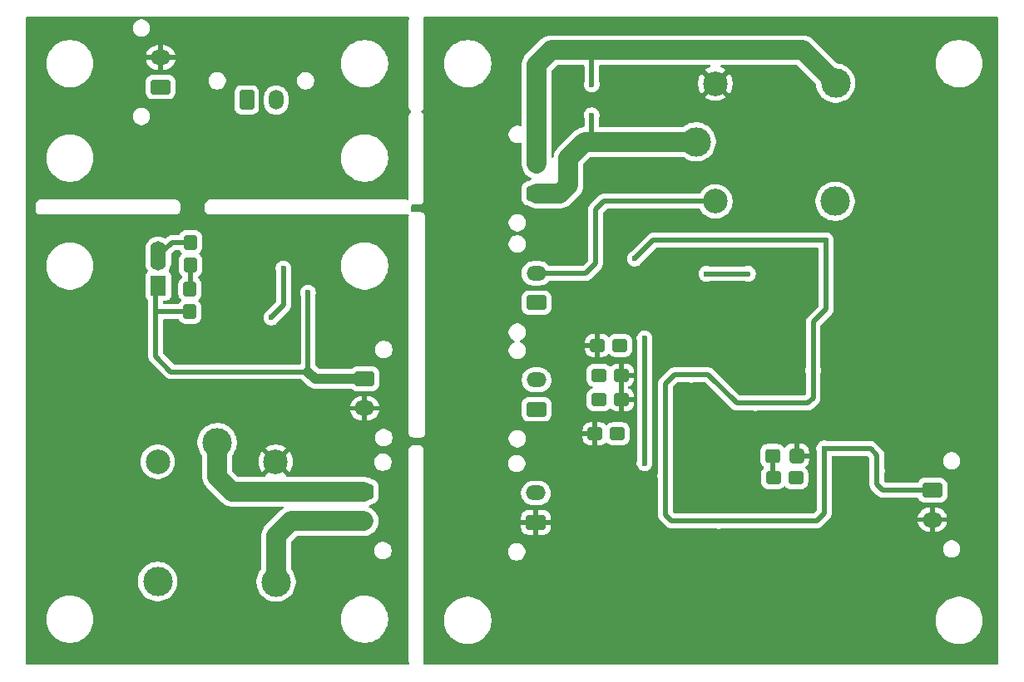
<source format=gbr>
%TF.GenerationSoftware,KiCad,Pcbnew,9.0.2*%
%TF.CreationDate,2025-09-30T17:54:06+08:00*%
%TF.ProjectId,IMD_TSMS_latch_logic,494d445f-5453-44d5-935f-6c617463685f,rev?*%
%TF.SameCoordinates,Original*%
%TF.FileFunction,Copper,L2,Bot*%
%TF.FilePolarity,Positive*%
%FSLAX46Y46*%
G04 Gerber Fmt 4.6, Leading zero omitted, Abs format (unit mm)*
G04 Created by KiCad (PCBNEW 9.0.2) date 2025-09-30 17:54:06*
%MOMM*%
%LPD*%
G01*
G04 APERTURE LIST*
G04 Aperture macros list*
%AMRoundRect*
0 Rectangle with rounded corners*
0 $1 Rounding radius*
0 $2 $3 $4 $5 $6 $7 $8 $9 X,Y pos of 4 corners*
0 Add a 4 corners polygon primitive as box body*
4,1,4,$2,$3,$4,$5,$6,$7,$8,$9,$2,$3,0*
0 Add four circle primitives for the rounded corners*
1,1,$1+$1,$2,$3*
1,1,$1+$1,$4,$5*
1,1,$1+$1,$6,$7*
1,1,$1+$1,$8,$9*
0 Add four rect primitives between the rounded corners*
20,1,$1+$1,$2,$3,$4,$5,0*
20,1,$1+$1,$4,$5,$6,$7,0*
20,1,$1+$1,$6,$7,$8,$9,0*
20,1,$1+$1,$8,$9,$2,$3,0*%
G04 Aperture macros list end*
%TA.AperFunction,ComponentPad*%
%ADD10C,3.000000*%
%TD*%
%TA.AperFunction,ComponentPad*%
%ADD11C,2.500000*%
%TD*%
%TA.AperFunction,ComponentPad*%
%ADD12RoundRect,0.250001X-0.759999X0.499999X-0.759999X-0.499999X0.759999X-0.499999X0.759999X0.499999X0*%
%TD*%
%TA.AperFunction,ComponentPad*%
%ADD13O,2.020000X1.500000*%
%TD*%
%TA.AperFunction,ComponentPad*%
%ADD14RoundRect,0.250001X0.759999X-0.499999X0.759999X0.499999X-0.759999X0.499999X-0.759999X-0.499999X0*%
%TD*%
%TA.AperFunction,ComponentPad*%
%ADD15R,1.600000X2.000000*%
%TD*%
%TA.AperFunction,ComponentPad*%
%ADD16O,1.600000X3.000000*%
%TD*%
%TA.AperFunction,ComponentPad*%
%ADD17RoundRect,0.250001X-0.499999X-0.759999X0.499999X-0.759999X0.499999X0.759999X-0.499999X0.759999X0*%
%TD*%
%TA.AperFunction,ComponentPad*%
%ADD18O,1.500000X2.020000*%
%TD*%
%TA.AperFunction,SMDPad,CuDef*%
%ADD19RoundRect,0.278125X0.389375X-0.474375X0.389375X0.474375X-0.389375X0.474375X-0.389375X-0.474375X0*%
%TD*%
%TA.AperFunction,SMDPad,CuDef*%
%ADD20RoundRect,0.278125X-0.389375X0.474375X-0.389375X-0.474375X0.389375X-0.474375X0.389375X0.474375X0*%
%TD*%
%TA.AperFunction,SMDPad,CuDef*%
%ADD21RoundRect,0.305575X-0.460025X-0.412525X0.460025X-0.412525X0.460025X0.412525X-0.460025X0.412525X0*%
%TD*%
%TA.AperFunction,SMDPad,CuDef*%
%ADD22RoundRect,0.308511X-0.457089X-0.416489X0.457089X-0.416489X0.457089X0.416489X-0.457089X0.416489X0*%
%TD*%
%TA.AperFunction,SMDPad,CuDef*%
%ADD23RoundRect,0.278125X-0.474375X-0.389375X0.474375X-0.389375X0.474375X0.389375X-0.474375X0.389375X0*%
%TD*%
%TA.AperFunction,SMDPad,CuDef*%
%ADD24RoundRect,0.278125X0.474375X0.389375X-0.474375X0.389375X-0.474375X-0.389375X0.474375X-0.389375X0*%
%TD*%
%TA.AperFunction,ViaPad*%
%ADD25C,0.600000*%
%TD*%
%TA.AperFunction,Conductor*%
%ADD26C,1.000000*%
%TD*%
%TA.AperFunction,Conductor*%
%ADD27C,0.500000*%
%TD*%
%TA.AperFunction,Conductor*%
%ADD28C,2.000000*%
%TD*%
%TA.AperFunction,Conductor*%
%ADD29C,0.250000*%
%TD*%
G04 APERTURE END LIST*
D10*
%TO.P,K1,1*%
%TO.N,/SDC_IN*%
X148755000Y-83350000D03*
D11*
%TO.P,K1,2*%
%TO.N,IMD_RELAY*%
X150705000Y-89400000D03*
D10*
%TO.P,K1,3*%
%TO.N,unconnected-(K1-Pad3)*%
X162905000Y-89400000D03*
%TO.P,K1,4*%
%TO.N,/SDC_OUT*%
X162955000Y-77350000D03*
D11*
%TO.P,K1,5*%
%TO.N,GND*%
X150705000Y-77400000D03*
%TD*%
D12*
%TO.P,J8,1,Pin_1*%
%TO.N,+12V*%
X115000000Y-107500000D03*
D13*
%TO.P,J8,2,Pin_2*%
%TO.N,GND*%
X115000000Y-110500000D03*
%TD*%
D14*
%TO.P,J7,1,Pin_1*%
%TO.N,IMD_LED*%
X132500000Y-99750000D03*
D13*
%TO.P,J7,2,Pin_2*%
%TO.N,IMD_RELAY*%
X132500000Y-96750000D03*
%TD*%
D15*
%TO.P,C8,1*%
%TO.N,+12V*%
X94000000Y-98000000D03*
D16*
%TO.P,C8,2*%
%TO.N,/TSMS_reset*%
X94000000Y-95000000D03*
%TD*%
D14*
%TO.P,SW1,1,1*%
%TO.N,GND*%
X132437500Y-122132500D03*
D13*
%TO.P,SW1,2,2*%
%TO.N,Net-(C2-Pad1)*%
X132437500Y-119132500D03*
%TD*%
D17*
%TO.P,J6,1,Pin_1*%
%TO.N,IMD_RELAY*%
X103000000Y-79085000D03*
D18*
%TO.P,J6,2,Pin_2*%
%TO.N,IMD_LED*%
X106000000Y-79085000D03*
%TD*%
D14*
%TO.P,J3,1,Pin_1*%
%TO.N,/SDC_IN*%
X132505000Y-88600000D03*
D13*
%TO.P,J3,2,Pin_2*%
%TO.N,/SDC_OUT*%
X132505000Y-85600000D03*
%TD*%
D12*
%TO.P,J9,1,Pin_1*%
%TO.N,/TSMS_input*%
X114915000Y-119000000D03*
D13*
%TO.P,J9,2,Pin_2*%
%TO.N,/TSMS_output*%
X114915000Y-122000000D03*
%TD*%
D19*
%TO.P,R35,1*%
%TO.N,Net-(R32-Pad1)*%
X97282500Y-95902500D03*
%TO.P,R35,2*%
%TO.N,/TSMS_reset*%
X97282500Y-93597500D03*
%TD*%
D12*
%TO.P,J4,1,Pin_1*%
%TO.N,+12V*%
X172795000Y-118850000D03*
D13*
%TO.P,J4,2,Pin_2*%
%TO.N,GND*%
X172795000Y-121850000D03*
%TD*%
D10*
%TO.P,K2,1*%
%TO.N,/TSMS_input*%
X100000000Y-114000000D03*
D11*
%TO.P,K2,2*%
%TO.N,Net-(Q3-D)*%
X93950000Y-115950000D03*
D10*
%TO.P,K2,3*%
%TO.N,unconnected-(K2-Pad3)*%
X93950000Y-128150000D03*
%TO.P,K2,4*%
%TO.N,/TSMS_output*%
X106000000Y-128200000D03*
D11*
%TO.P,K2,5*%
%TO.N,GND*%
X105950000Y-115950000D03*
%TD*%
D14*
%TO.P,J1,1,Pin_1*%
%TO.N,/IMD_MHs*%
X132505000Y-110600000D03*
D13*
%TO.P,J1,2,Pin_2*%
%TO.N,/IMD_OKHs*%
X132505000Y-107600000D03*
%TD*%
D20*
%TO.P,R32,1*%
%TO.N,Net-(R32-Pad1)*%
X97217500Y-98347500D03*
%TO.P,R32,2*%
%TO.N,+12V*%
X97217500Y-100652500D03*
%TD*%
D14*
%TO.P,J5,1,Pin_1*%
%TO.N,+12V*%
X94250000Y-77750000D03*
D13*
%TO.P,J5,2,Pin_2*%
%TO.N,GND*%
X94250000Y-74750000D03*
%TD*%
D21*
%TO.P,C3,1*%
%TO.N,/TRIG*%
X156539400Y-115356900D03*
D22*
%TO.P,C3,2*%
%TO.N,GND*%
X158970600Y-115350000D03*
%TD*%
D23*
%TO.P,R15,1*%
%TO.N,GND*%
X138700000Y-104100000D03*
%TO.P,R15,2*%
%TO.N,Net-(D2-K)*%
X141005000Y-104100000D03*
%TD*%
%TO.P,R16,1*%
%TO.N,GND*%
X138450000Y-113100000D03*
%TO.P,R16,2*%
%TO.N,Net-(D3-K)*%
X140755000Y-113100000D03*
%TD*%
D24*
%TO.P,R6,1*%
%TO.N,/DISCH*%
X158907500Y-117567500D03*
%TO.P,R6,2*%
%TO.N,/TRIG*%
X156602500Y-117567500D03*
%TD*%
D23*
%TO.P,R13,1*%
%TO.N,Net-(R13-Pad1)*%
X138852500Y-109632500D03*
%TO.P,R13,2*%
%TO.N,GND*%
X141157500Y-109632500D03*
%TD*%
%TO.P,R11,1*%
%TO.N,/IMD_OKHs*%
X138852500Y-107132500D03*
%TO.P,R11,2*%
%TO.N,GND*%
X141157500Y-107132500D03*
%TD*%
D25*
%TO.N,GND*%
X95750000Y-98250000D03*
X95750000Y-96000000D03*
X100100000Y-84385000D03*
X102717500Y-84682500D03*
X92262500Y-110162500D03*
X167220600Y-121850000D03*
X154755000Y-112505000D03*
X140902500Y-101467500D03*
X104000000Y-105250000D03*
X89500000Y-104000000D03*
X109250000Y-96284400D03*
X158800000Y-100000000D03*
X160755000Y-123600000D03*
X99190000Y-93630000D03*
X149755000Y-98850000D03*
X140902500Y-93282500D03*
X105450000Y-96800000D03*
X109250000Y-109215600D03*
X97805000Y-103350000D03*
%TO.N,/TRIG*%
X156602500Y-117567500D03*
%TO.N,+12V*%
X154755000Y-109965000D03*
X109256900Y-106784400D03*
X152185600Y-93356900D03*
X109243100Y-98715600D03*
X145605000Y-117400000D03*
X151000000Y-122000000D03*
X160657500Y-106632500D03*
X161789400Y-114593100D03*
X167157500Y-116882500D03*
X161970600Y-93356900D03*
X142500000Y-95250000D03*
X148270000Y-107080000D03*
%TO.N,/DISCH*%
X158907500Y-117567500D03*
%TO.N,/IMD_reset*%
X143505000Y-103350000D03*
X143505000Y-116100000D03*
%TO.N,Net-(U1-Pad1)*%
X154030000Y-96790000D03*
X149780000Y-96790000D03*
%TO.N,/SDC_IN*%
X138125000Y-80640000D03*
%TO.N,/SDC_OUT*%
X138125000Y-77500000D03*
%TO.N,/IMD_OKHs*%
X138740000Y-107080000D03*
%TO.N,Net-(U3-Pad2)*%
X106750000Y-96250000D03*
X105500000Y-101250000D03*
%TO.N,Net-(R13-Pad1)*%
X138740000Y-109620000D03*
%TO.N,Net-(D2-K)*%
X140880000Y-104100000D03*
%TO.N,Net-(D3-K)*%
X140727500Y-113067500D03*
%TD*%
D26*
%TO.N,+12V*%
X109972500Y-107500000D02*
X115000000Y-107500000D01*
D27*
X93750000Y-98250000D02*
X94000000Y-98000000D01*
X93750000Y-100750000D02*
X93750000Y-98250000D01*
%TO.N,/TSMS_reset*%
X94000000Y-95000000D02*
X93750000Y-95000000D01*
X95402500Y-93597500D02*
X94000000Y-95000000D01*
X97282500Y-93597500D02*
X95402500Y-93597500D01*
%TO.N,+12V*%
X93847500Y-100652500D02*
X93750000Y-100750000D01*
X97217500Y-100652500D02*
X93847500Y-100652500D01*
X93750000Y-105250000D02*
X93750000Y-100750000D01*
%TO.N,Net-(R32-Pad1)*%
X97282500Y-95902500D02*
X97282500Y-98282500D01*
X97282500Y-98282500D02*
X97217500Y-98347500D01*
D26*
%TO.N,+12V*%
X109972500Y-107500000D02*
X109256900Y-106784400D01*
D28*
%TO.N,/TSMS_output*%
X106000000Y-123500000D02*
X106000000Y-128200000D01*
X107500000Y-122000000D02*
X106000000Y-123500000D01*
X114915000Y-122000000D02*
X107500000Y-122000000D01*
%TO.N,/TSMS_input*%
X101500000Y-119000000D02*
X114915000Y-119000000D01*
X100000000Y-117500000D02*
X101500000Y-119000000D01*
X100000000Y-114000000D02*
X100000000Y-117500000D01*
D27*
%TO.N,/TRIG*%
X156539400Y-115356900D02*
X156539400Y-117504400D01*
X156539400Y-117504400D02*
X156602500Y-117567500D01*
%TO.N,+12V*%
X167157500Y-115252500D02*
X167157500Y-116882500D01*
X145605000Y-117400000D02*
X145605000Y-108000000D01*
X109256900Y-98729400D02*
X109243100Y-98715600D01*
X109256900Y-106784400D02*
X95284400Y-106784400D01*
X148270000Y-107080000D02*
X149985000Y-107080000D01*
X152185600Y-93356900D02*
X161970600Y-93356900D01*
X161970600Y-100384400D02*
X161970600Y-93356900D01*
X145605000Y-108000000D02*
X146525000Y-107080000D01*
X160657500Y-101697500D02*
X161970600Y-100384400D01*
X160657500Y-106632500D02*
X160657500Y-101697500D01*
X149985000Y-107080000D02*
X152870000Y-109965000D01*
X142500000Y-95250000D02*
X144393100Y-93356900D01*
X109256900Y-106784400D02*
X109256900Y-98729400D01*
X161000000Y-122000000D02*
X161789400Y-121210600D01*
X146525000Y-107080000D02*
X148270000Y-107080000D01*
X161789400Y-114593100D02*
X166498100Y-114593100D01*
X167755000Y-118850000D02*
X167157500Y-118252500D01*
X151000000Y-122000000D02*
X161000000Y-122000000D01*
X160657500Y-109447500D02*
X160657500Y-106632500D01*
X154755000Y-109965000D02*
X160140000Y-109965000D01*
X151000000Y-122000000D02*
X146250000Y-122000000D01*
X152870000Y-109965000D02*
X154755000Y-109965000D01*
X145605000Y-121355000D02*
X145605000Y-117400000D01*
X160140000Y-109965000D02*
X160657500Y-109447500D01*
X161789400Y-121210600D02*
X161789400Y-114593100D01*
X172795000Y-118850000D02*
X167755000Y-118850000D01*
X95284400Y-106784400D02*
X93750000Y-105250000D01*
X144393100Y-93356900D02*
X152185600Y-93356900D01*
X146250000Y-122000000D02*
X145605000Y-121355000D01*
X167157500Y-118252500D02*
X167157500Y-116882500D01*
X166498100Y-114593100D02*
X167157500Y-115252500D01*
%TO.N,/IMD_reset*%
X143505000Y-116100000D02*
X143505000Y-103350000D01*
%TO.N,Net-(U1-Pad1)*%
X149780000Y-96790000D02*
X154030000Y-96790000D01*
D28*
%TO.N,/SDC_IN*%
X137400000Y-83350000D02*
X138000000Y-83350000D01*
X135750000Y-85000000D02*
X137400000Y-83350000D01*
X135750000Y-87750000D02*
X135750000Y-85000000D01*
D27*
X138000000Y-83350000D02*
X138125000Y-83225000D01*
D28*
X132505000Y-88600000D02*
X134900000Y-88600000D01*
X138000000Y-83350000D02*
X148755000Y-83350000D01*
X134900000Y-88600000D02*
X135750000Y-87750000D01*
D27*
X138125000Y-83225000D02*
X138125000Y-80640000D01*
D28*
%TO.N,/SDC_OUT*%
X132505000Y-75495000D02*
X134000000Y-74000000D01*
D27*
X138125000Y-74125000D02*
X138125000Y-77500000D01*
D28*
X159605000Y-74000000D02*
X162955000Y-77350000D01*
X138000000Y-74000000D02*
X159605000Y-74000000D01*
D27*
X138000000Y-74000000D02*
X138125000Y-74125000D01*
D28*
X132505000Y-85600000D02*
X132505000Y-75495000D01*
X134000000Y-74000000D02*
X138000000Y-74000000D01*
D27*
%TO.N,IMD_RELAY*%
X137500000Y-96750000D02*
X132500000Y-96750000D01*
X150705000Y-89400000D02*
X139350000Y-89400000D01*
X138500000Y-90250000D02*
X138500000Y-95750000D01*
X139350000Y-89400000D02*
X138500000Y-90250000D01*
X138500000Y-95750000D02*
X137500000Y-96750000D01*
D29*
%TO.N,/IMD_OKHs*%
X138792500Y-107132500D02*
X138740000Y-107080000D01*
X138852500Y-107132500D02*
X138792500Y-107132500D01*
D27*
%TO.N,Net-(U3-Pad2)*%
X106750000Y-100000000D02*
X105500000Y-101250000D01*
X106750000Y-96250000D02*
X106750000Y-100000000D01*
D29*
%TO.N,Net-(R13-Pad1)*%
X138752500Y-109632500D02*
X138740000Y-109620000D01*
X138852500Y-109632500D02*
X138752500Y-109632500D01*
%TO.N,Net-(D2-K)*%
X141005000Y-104100000D02*
X140880000Y-104100000D01*
%TO.N,Net-(D3-K)*%
X140755000Y-113100000D02*
X140755000Y-113095000D01*
X140755000Y-113095000D02*
X140727500Y-113067500D01*
%TD*%
%TA.AperFunction,Conductor*%
%TO.N,GND*%
G36*
X96145559Y-94367685D02*
G01*
X96183514Y-94406028D01*
X96280519Y-94560412D01*
X96382426Y-94662319D01*
X96415911Y-94723642D01*
X96410927Y-94793334D01*
X96382426Y-94837681D01*
X96280519Y-94939587D01*
X96187168Y-95088156D01*
X96187167Y-95088158D01*
X96129217Y-95253771D01*
X96129216Y-95253776D01*
X96114500Y-95384389D01*
X96114500Y-96420610D01*
X96129216Y-96551223D01*
X96129217Y-96551228D01*
X96129217Y-96551230D01*
X96129218Y-96551232D01*
X96131065Y-96556510D01*
X96187167Y-96716841D01*
X96187168Y-96716843D01*
X96187169Y-96716845D01*
X96280519Y-96865412D01*
X96404588Y-96989481D01*
X96420666Y-96999583D01*
X96466958Y-97051915D01*
X96477609Y-97120968D01*
X96449236Y-97184817D01*
X96420670Y-97209571D01*
X96339589Y-97260517D01*
X96215519Y-97384587D01*
X96122168Y-97533156D01*
X96122167Y-97533158D01*
X96064217Y-97698771D01*
X96064216Y-97698776D01*
X96049500Y-97829389D01*
X96049500Y-98865610D01*
X96064216Y-98996223D01*
X96064217Y-98996228D01*
X96064217Y-98996230D01*
X96064218Y-98996232D01*
X96082285Y-99047864D01*
X96122167Y-99161841D01*
X96122168Y-99161843D01*
X96215519Y-99310412D01*
X96317426Y-99412319D01*
X96350911Y-99473642D01*
X96345927Y-99543334D01*
X96317426Y-99587681D01*
X96215519Y-99689587D01*
X96118514Y-99843972D01*
X96066180Y-99890263D01*
X96013520Y-99902000D01*
X94624500Y-99902000D01*
X94615814Y-99899449D01*
X94606853Y-99900738D01*
X94582812Y-99889759D01*
X94557461Y-99882315D01*
X94551533Y-99875474D01*
X94543297Y-99871713D01*
X94529007Y-99849478D01*
X94511706Y-99829511D01*
X94509418Y-99818996D01*
X94505523Y-99812935D01*
X94500500Y-99778000D01*
X94500500Y-99624499D01*
X94520185Y-99557460D01*
X94572989Y-99511705D01*
X94624500Y-99500499D01*
X94847871Y-99500499D01*
X94847872Y-99500499D01*
X94907483Y-99494091D01*
X95042331Y-99443796D01*
X95157546Y-99357546D01*
X95243796Y-99242331D01*
X95294091Y-99107483D01*
X95300500Y-99047873D01*
X95300499Y-96952128D01*
X95294091Y-96892517D01*
X95285262Y-96868846D01*
X95243797Y-96757671D01*
X95243793Y-96757664D01*
X95157547Y-96642455D01*
X95103337Y-96601873D01*
X95061467Y-96545939D01*
X95056483Y-96476247D01*
X95077330Y-96429723D01*
X95112287Y-96381610D01*
X95205220Y-96199219D01*
X95268477Y-96004534D01*
X95300500Y-95802352D01*
X95300500Y-94812229D01*
X95320185Y-94745190D01*
X95336819Y-94724548D01*
X95677048Y-94384319D01*
X95738371Y-94350834D01*
X95764729Y-94348000D01*
X96078520Y-94348000D01*
X96145559Y-94367685D01*
G37*
%TD.AperFunction*%
%TA.AperFunction,Conductor*%
G36*
X119493441Y-70640185D02*
G01*
X119539196Y-70692989D01*
X119549140Y-70762147D01*
X119536335Y-70799140D01*
X119536720Y-70799300D01*
X119534044Y-70805759D01*
X119533787Y-70806504D01*
X119533608Y-70806812D01*
X119499500Y-70934108D01*
X119499500Y-79815891D01*
X119533608Y-79943187D01*
X119565137Y-79997795D01*
X119599500Y-80057314D01*
X119599502Y-80057316D01*
X119692687Y-80150501D01*
X119694158Y-80151630D01*
X119695083Y-80152897D01*
X119698433Y-80156247D01*
X119697910Y-80156769D01*
X119735356Y-80208060D01*
X119739506Y-80277807D01*
X119705289Y-80338725D01*
X119694158Y-80348370D01*
X119692687Y-80349498D01*
X119599502Y-80442683D01*
X119599500Y-80442686D01*
X119533608Y-80556812D01*
X119499500Y-80684108D01*
X119499500Y-89137097D01*
X119479815Y-89204136D01*
X119427011Y-89249891D01*
X119357853Y-89259835D01*
X119343410Y-89256873D01*
X119327713Y-89252667D01*
X119315892Y-89249500D01*
X99315892Y-89249500D01*
X99184108Y-89249500D01*
X99056812Y-89283608D01*
X98942686Y-89349500D01*
X98942683Y-89349502D01*
X98849502Y-89442683D01*
X98849500Y-89442686D01*
X98783608Y-89556812D01*
X98783473Y-89557316D01*
X98749500Y-89684108D01*
X98749500Y-90315892D01*
X98761117Y-90359248D01*
X98783608Y-90443187D01*
X98816121Y-90499500D01*
X98849500Y-90557314D01*
X98942686Y-90650500D01*
X99056814Y-90716392D01*
X99184108Y-90750500D01*
X99184110Y-90750500D01*
X119315890Y-90750500D01*
X119315892Y-90750500D01*
X119359251Y-90738882D01*
X119429097Y-90740543D01*
X119486961Y-90779705D01*
X119514466Y-90843933D01*
X119511118Y-90890749D01*
X119499500Y-90934108D01*
X119499500Y-113065891D01*
X119533608Y-113193187D01*
X119561622Y-113241708D01*
X119599500Y-113307314D01*
X119692686Y-113400500D01*
X119806814Y-113466392D01*
X119934108Y-113500500D01*
X119934110Y-113500500D01*
X120716290Y-113500500D01*
X120716292Y-113500500D01*
X120843586Y-113466392D01*
X120957714Y-113400500D01*
X121050900Y-113307314D01*
X121116792Y-113193186D01*
X121150900Y-113065892D01*
X121150900Y-112666919D01*
X137197500Y-112666919D01*
X137197500Y-112850000D01*
X138200000Y-112850000D01*
X138200000Y-111932500D01*
X138700000Y-111932500D01*
X138700000Y-114267500D01*
X138968080Y-114267500D01*
X138968080Y-114267499D01*
X139098617Y-114252792D01*
X139264131Y-114194876D01*
X139264134Y-114194874D01*
X139412592Y-114101591D01*
X139412598Y-114101586D01*
X139514465Y-113999720D01*
X139575788Y-113966235D01*
X139645480Y-113971219D01*
X139689827Y-113999720D01*
X139792088Y-114101981D01*
X139940655Y-114195331D01*
X140106268Y-114253282D01*
X140106274Y-114253282D01*
X140106276Y-114253283D01*
X140147841Y-114257966D01*
X140236890Y-114267999D01*
X140236893Y-114268000D01*
X140236896Y-114268000D01*
X141273107Y-114268000D01*
X141273108Y-114267999D01*
X141403732Y-114253282D01*
X141569345Y-114195331D01*
X141717912Y-114101981D01*
X141841981Y-113977912D01*
X141935331Y-113829345D01*
X141993282Y-113663732D01*
X142008000Y-113533104D01*
X142008000Y-112666896D01*
X141993282Y-112536268D01*
X141935331Y-112370655D01*
X141841981Y-112222088D01*
X141717912Y-112098019D01*
X141569345Y-112004669D01*
X141569344Y-112004668D01*
X141569343Y-112004668D01*
X141569341Y-112004667D01*
X141469919Y-111969878D01*
X141403732Y-111946718D01*
X141403730Y-111946717D01*
X141403728Y-111946717D01*
X141403723Y-111946716D01*
X141273110Y-111932000D01*
X141273104Y-111932000D01*
X140236896Y-111932000D01*
X140236889Y-111932000D01*
X140106276Y-111946716D01*
X140106271Y-111946717D01*
X139940658Y-112004667D01*
X139940656Y-112004668D01*
X139792087Y-112098019D01*
X139689827Y-112200280D01*
X139628504Y-112233765D01*
X139558812Y-112228781D01*
X139514465Y-112200280D01*
X139412598Y-112098413D01*
X139412592Y-112098408D01*
X139264134Y-112005125D01*
X139264131Y-112005123D01*
X139098617Y-111947207D01*
X138968080Y-111932500D01*
X138700000Y-111932500D01*
X138200000Y-111932500D01*
X137931920Y-111932500D01*
X137801382Y-111947207D01*
X137635868Y-112005123D01*
X137635865Y-112005125D01*
X137487407Y-112098408D01*
X137487401Y-112098413D01*
X137363413Y-112222401D01*
X137363408Y-112222407D01*
X137270125Y-112370865D01*
X137270123Y-112370868D01*
X137212207Y-112536382D01*
X137197500Y-112666919D01*
X121150900Y-112666919D01*
X121150900Y-110049984D01*
X130994500Y-110049984D01*
X130994500Y-111150015D01*
X131005000Y-111252795D01*
X131005001Y-111252796D01*
X131060186Y-111419335D01*
X131060187Y-111419337D01*
X131152286Y-111568651D01*
X131152289Y-111568655D01*
X131276344Y-111692710D01*
X131276348Y-111692713D01*
X131425662Y-111784812D01*
X131425664Y-111784813D01*
X131425666Y-111784814D01*
X131592203Y-111839999D01*
X131694992Y-111850500D01*
X131694997Y-111850500D01*
X133315003Y-111850500D01*
X133315008Y-111850500D01*
X133417797Y-111839999D01*
X133584334Y-111784814D01*
X133733655Y-111692711D01*
X133857711Y-111568655D01*
X133949814Y-111419334D01*
X134004999Y-111252797D01*
X134015500Y-111150008D01*
X134015500Y-110049992D01*
X134004999Y-109947203D01*
X133949814Y-109780666D01*
X133902838Y-109704507D01*
X133857713Y-109631348D01*
X133857710Y-109631344D01*
X133733655Y-109507289D01*
X133733651Y-109507286D01*
X133584337Y-109415187D01*
X133584335Y-109415186D01*
X133485694Y-109382500D01*
X133417797Y-109360001D01*
X133417795Y-109360000D01*
X133315015Y-109349500D01*
X133315008Y-109349500D01*
X131694992Y-109349500D01*
X131694984Y-109349500D01*
X131592204Y-109360000D01*
X131592203Y-109360001D01*
X131425664Y-109415186D01*
X131425662Y-109415187D01*
X131276348Y-109507286D01*
X131276344Y-109507289D01*
X131152289Y-109631344D01*
X131152286Y-109631348D01*
X131060187Y-109780662D01*
X131060186Y-109780664D01*
X131005001Y-109947203D01*
X131005000Y-109947204D01*
X130994500Y-110049984D01*
X121150900Y-110049984D01*
X121150900Y-107501577D01*
X130994500Y-107501577D01*
X130994500Y-107698422D01*
X131025290Y-107892826D01*
X131086117Y-108080029D01*
X131161195Y-108227377D01*
X131175476Y-108255405D01*
X131291172Y-108414646D01*
X131430354Y-108553828D01*
X131589595Y-108669524D01*
X131619600Y-108684812D01*
X131764970Y-108758882D01*
X131764972Y-108758882D01*
X131764975Y-108758884D01*
X131865317Y-108791487D01*
X131952173Y-108819709D01*
X132146578Y-108850500D01*
X132146583Y-108850500D01*
X132863422Y-108850500D01*
X133057826Y-108819709D01*
X133245025Y-108758884D01*
X133420405Y-108669524D01*
X133579646Y-108553828D01*
X133718828Y-108414646D01*
X133834524Y-108255405D01*
X133923884Y-108080025D01*
X133984709Y-107892826D01*
X133989616Y-107861843D01*
X134015500Y-107698422D01*
X134015500Y-107501577D01*
X133984709Y-107307173D01*
X133923882Y-107119970D01*
X133837276Y-106949997D01*
X133834524Y-106944595D01*
X133718828Y-106785354D01*
X133632863Y-106699389D01*
X137599500Y-106699389D01*
X137599500Y-107565610D01*
X137614216Y-107696223D01*
X137614217Y-107696228D01*
X137614217Y-107696230D01*
X137614218Y-107696232D01*
X137637378Y-107762419D01*
X137672167Y-107861841D01*
X137672168Y-107861843D01*
X137672169Y-107861845D01*
X137765519Y-108010412D01*
X137889588Y-108134481D01*
X138038155Y-108227831D01*
X138145688Y-108265458D01*
X138202463Y-108306180D01*
X138228210Y-108371133D01*
X138214754Y-108439694D01*
X138166367Y-108490097D01*
X138145690Y-108499540D01*
X138104597Y-108513919D01*
X138038156Y-108537168D01*
X137889587Y-108630519D01*
X137765519Y-108754587D01*
X137672168Y-108903156D01*
X137672167Y-108903158D01*
X137614217Y-109068771D01*
X137614216Y-109068776D01*
X137599500Y-109199389D01*
X137599500Y-110065610D01*
X137614216Y-110196223D01*
X137614217Y-110196228D01*
X137672167Y-110361841D01*
X137672168Y-110361843D01*
X137672169Y-110361845D01*
X137765519Y-110510412D01*
X137889588Y-110634481D01*
X138038155Y-110727831D01*
X138203768Y-110785782D01*
X138203774Y-110785782D01*
X138203776Y-110785783D01*
X138245341Y-110790466D01*
X138334390Y-110800499D01*
X138334393Y-110800500D01*
X138334396Y-110800500D01*
X139370607Y-110800500D01*
X139370608Y-110800499D01*
X139501232Y-110785782D01*
X139666845Y-110727831D01*
X139815412Y-110634481D01*
X139917673Y-110532220D01*
X139978996Y-110498735D01*
X140048688Y-110503719D01*
X140093035Y-110532220D01*
X140194901Y-110634086D01*
X140194907Y-110634091D01*
X140343365Y-110727374D01*
X140343368Y-110727376D01*
X140508882Y-110785292D01*
X140639419Y-110799999D01*
X140639420Y-110800000D01*
X140907500Y-110800000D01*
X141407500Y-110800000D01*
X141675580Y-110800000D01*
X141675580Y-110799999D01*
X141806117Y-110785292D01*
X141971631Y-110727376D01*
X141971634Y-110727374D01*
X142120092Y-110634091D01*
X142120098Y-110634086D01*
X142244086Y-110510098D01*
X142244091Y-110510092D01*
X142337374Y-110361634D01*
X142337376Y-110361631D01*
X142395292Y-110196117D01*
X142409999Y-110065580D01*
X142410000Y-110065580D01*
X142410000Y-109882500D01*
X141407500Y-109882500D01*
X141407500Y-110800000D01*
X140907500Y-110800000D01*
X140907500Y-108460692D01*
X140879196Y-108408858D01*
X140884180Y-108339166D01*
X140906583Y-108304307D01*
X141407500Y-108304307D01*
X141435804Y-108356142D01*
X141430820Y-108425834D01*
X141407500Y-108462119D01*
X141407500Y-109382500D01*
X142410000Y-109382500D01*
X142410000Y-109199420D01*
X142409999Y-109199419D01*
X142395292Y-109068882D01*
X142337376Y-108903368D01*
X142337374Y-108903365D01*
X142244091Y-108754907D01*
X142244086Y-108754901D01*
X142120098Y-108630913D01*
X142120092Y-108630908D01*
X141971634Y-108537625D01*
X141971628Y-108537622D01*
X141862800Y-108499542D01*
X141806023Y-108458820D01*
X141780276Y-108393867D01*
X141793732Y-108325306D01*
X141842119Y-108274903D01*
X141862800Y-108265458D01*
X141971628Y-108227377D01*
X141971634Y-108227374D01*
X142120092Y-108134091D01*
X142120098Y-108134086D01*
X142244086Y-108010098D01*
X142244091Y-108010092D01*
X142337374Y-107861634D01*
X142337376Y-107861631D01*
X142395292Y-107696117D01*
X142409999Y-107565580D01*
X142410000Y-107565580D01*
X142410000Y-107382500D01*
X141407500Y-107382500D01*
X141407500Y-108304307D01*
X140906583Y-108304307D01*
X140907500Y-108302880D01*
X140907500Y-106882500D01*
X141407500Y-106882500D01*
X142410000Y-106882500D01*
X142410000Y-106699420D01*
X142409999Y-106699419D01*
X142395292Y-106568882D01*
X142337376Y-106403368D01*
X142337374Y-106403365D01*
X142244091Y-106254907D01*
X142244086Y-106254901D01*
X142120098Y-106130913D01*
X142120092Y-106130908D01*
X141971634Y-106037625D01*
X141971631Y-106037623D01*
X141806117Y-105979707D01*
X141675580Y-105965000D01*
X141407500Y-105965000D01*
X141407500Y-106882500D01*
X140907500Y-106882500D01*
X140907500Y-105965000D01*
X140639420Y-105965000D01*
X140508882Y-105979707D01*
X140343368Y-106037623D01*
X140343365Y-106037625D01*
X140194907Y-106130908D01*
X140194901Y-106130913D01*
X140093035Y-106232780D01*
X140031712Y-106266265D01*
X139962020Y-106261281D01*
X139917673Y-106232780D01*
X139815412Y-106130519D01*
X139716896Y-106068618D01*
X139666845Y-106037169D01*
X139666844Y-106037168D01*
X139666843Y-106037168D01*
X139666841Y-106037167D01*
X139553710Y-105997581D01*
X139501232Y-105979218D01*
X139501230Y-105979217D01*
X139501228Y-105979217D01*
X139501223Y-105979216D01*
X139370610Y-105964500D01*
X139370604Y-105964500D01*
X138334396Y-105964500D01*
X138334389Y-105964500D01*
X138203776Y-105979216D01*
X138203771Y-105979217D01*
X138038158Y-106037167D01*
X138038156Y-106037168D01*
X137889587Y-106130519D01*
X137765519Y-106254587D01*
X137672168Y-106403156D01*
X137672167Y-106403158D01*
X137614217Y-106568771D01*
X137614216Y-106568776D01*
X137599500Y-106699389D01*
X133632863Y-106699389D01*
X133579646Y-106646172D01*
X133420405Y-106530476D01*
X133359611Y-106499500D01*
X133245029Y-106441117D01*
X133057826Y-106380290D01*
X132863422Y-106349500D01*
X132863417Y-106349500D01*
X132146583Y-106349500D01*
X132146578Y-106349500D01*
X131952173Y-106380290D01*
X131764970Y-106441117D01*
X131589594Y-106530476D01*
X131536734Y-106568882D01*
X131430354Y-106646172D01*
X131430352Y-106646174D01*
X131430351Y-106646174D01*
X131291174Y-106785351D01*
X131291174Y-106785352D01*
X131291172Y-106785354D01*
X131246236Y-106847203D01*
X131175476Y-106944594D01*
X131086117Y-107119970D01*
X131025290Y-107307173D01*
X130994500Y-107501577D01*
X121150900Y-107501577D01*
X121150900Y-102662781D01*
X129654500Y-102662781D01*
X129654500Y-102837218D01*
X129688527Y-103008283D01*
X129688529Y-103008291D01*
X129755278Y-103169439D01*
X129755283Y-103169448D01*
X129852186Y-103314473D01*
X129852189Y-103314477D01*
X129975522Y-103437810D01*
X129975526Y-103437813D01*
X130120551Y-103534716D01*
X130120564Y-103534723D01*
X130185147Y-103561474D01*
X130239551Y-103605315D01*
X130261616Y-103671609D01*
X130244337Y-103739308D01*
X130193200Y-103786919D01*
X130185149Y-103790596D01*
X130125558Y-103815280D01*
X130125551Y-103815283D01*
X129980526Y-103912186D01*
X129980522Y-103912189D01*
X129857189Y-104035522D01*
X129857186Y-104035526D01*
X129760283Y-104180551D01*
X129760278Y-104180560D01*
X129693529Y-104341708D01*
X129693527Y-104341716D01*
X129659500Y-104512781D01*
X129659500Y-104687218D01*
X129693527Y-104858283D01*
X129693529Y-104858291D01*
X129760278Y-105019439D01*
X129760283Y-105019448D01*
X129857186Y-105164473D01*
X129857189Y-105164477D01*
X129980522Y-105287810D01*
X129980526Y-105287813D01*
X130125551Y-105384716D01*
X130125560Y-105384721D01*
X130127441Y-105385500D01*
X130286709Y-105451471D01*
X130457781Y-105485499D01*
X130457785Y-105485500D01*
X130457786Y-105485500D01*
X130632215Y-105485500D01*
X130632216Y-105485499D01*
X130803291Y-105451471D01*
X130964442Y-105384720D01*
X131109474Y-105287813D01*
X131232813Y-105164474D01*
X131329720Y-105019442D01*
X131396471Y-104858291D01*
X131430500Y-104687214D01*
X131430500Y-104533080D01*
X137447500Y-104533080D01*
X137462207Y-104663617D01*
X137520123Y-104829131D01*
X137520125Y-104829134D01*
X137613408Y-104977592D01*
X137613413Y-104977598D01*
X137737401Y-105101586D01*
X137737407Y-105101591D01*
X137885865Y-105194874D01*
X137885868Y-105194876D01*
X138051382Y-105252792D01*
X138181919Y-105267499D01*
X138181920Y-105267500D01*
X138450000Y-105267500D01*
X138450000Y-104350000D01*
X137447500Y-104350000D01*
X137447500Y-104533080D01*
X131430500Y-104533080D01*
X131430500Y-104512786D01*
X131396471Y-104341709D01*
X131363095Y-104261133D01*
X131329721Y-104180560D01*
X131329716Y-104180551D01*
X131232813Y-104035526D01*
X131232810Y-104035522D01*
X131109477Y-103912189D01*
X131109473Y-103912186D01*
X130964448Y-103815283D01*
X130964438Y-103815278D01*
X130899851Y-103788525D01*
X130882609Y-103774630D01*
X130862807Y-103764718D01*
X130855934Y-103753134D01*
X130845448Y-103744684D01*
X130838455Y-103723675D01*
X130827155Y-103704629D01*
X130827636Y-103691167D01*
X130823383Y-103678389D01*
X130826310Y-103666919D01*
X137447500Y-103666919D01*
X137447500Y-103850000D01*
X138450000Y-103850000D01*
X138450000Y-102932500D01*
X138950000Y-102932500D01*
X138950000Y-105267500D01*
X139218080Y-105267500D01*
X139218080Y-105267499D01*
X139348617Y-105252792D01*
X139514131Y-105194876D01*
X139514134Y-105194874D01*
X139662592Y-105101591D01*
X139662598Y-105101586D01*
X139764465Y-104999720D01*
X139825788Y-104966235D01*
X139895480Y-104971219D01*
X139939827Y-104999720D01*
X140042088Y-105101981D01*
X140190655Y-105195331D01*
X140356268Y-105253282D01*
X140356274Y-105253282D01*
X140356276Y-105253283D01*
X140397841Y-105257966D01*
X140486890Y-105267999D01*
X140486893Y-105268000D01*
X140486896Y-105268000D01*
X141523107Y-105268000D01*
X141523108Y-105267999D01*
X141653732Y-105253282D01*
X141819345Y-105195331D01*
X141967912Y-105101981D01*
X142091981Y-104977912D01*
X142185331Y-104829345D01*
X142243282Y-104663732D01*
X142258000Y-104533104D01*
X142258000Y-103666896D01*
X142243282Y-103536268D01*
X142185331Y-103370655D01*
X142185330Y-103370653D01*
X142185329Y-103370651D01*
X142160439Y-103331039D01*
X142160438Y-103331038D01*
X142122813Y-103271158D01*
X142122810Y-103271153D01*
X142704500Y-103271153D01*
X142704500Y-103428846D01*
X142735261Y-103583489D01*
X142735263Y-103583497D01*
X142745061Y-103607151D01*
X142754500Y-103654604D01*
X142754500Y-115795396D01*
X142745062Y-115842844D01*
X142735263Y-115866503D01*
X142735262Y-115866506D01*
X142735260Y-115866511D01*
X142704500Y-116021153D01*
X142704500Y-116178846D01*
X142735261Y-116333489D01*
X142735264Y-116333501D01*
X142795602Y-116479172D01*
X142795609Y-116479185D01*
X142883210Y-116610288D01*
X142883213Y-116610292D01*
X142994707Y-116721786D01*
X142994711Y-116721789D01*
X143125814Y-116809390D01*
X143125827Y-116809397D01*
X143227407Y-116851472D01*
X143271503Y-116869737D01*
X143426153Y-116900499D01*
X143426156Y-116900500D01*
X143426158Y-116900500D01*
X143583844Y-116900500D01*
X143583845Y-116900499D01*
X143738497Y-116869737D01*
X143884179Y-116809394D01*
X144015289Y-116721789D01*
X144126789Y-116610289D01*
X144214394Y-116479179D01*
X144274737Y-116333497D01*
X144305500Y-116178842D01*
X144305500Y-116021158D01*
X144305500Y-116021155D01*
X144305499Y-116021153D01*
X144274739Y-115866511D01*
X144274738Y-115866508D01*
X144274737Y-115866503D01*
X144264937Y-115842844D01*
X144255500Y-115795396D01*
X144255500Y-103654604D01*
X144264939Y-103607151D01*
X144274737Y-103583497D01*
X144305500Y-103428842D01*
X144305500Y-103271158D01*
X144305500Y-103271155D01*
X144305499Y-103271153D01*
X144295803Y-103222407D01*
X144274737Y-103116503D01*
X144267081Y-103098019D01*
X144214397Y-102970827D01*
X144214390Y-102970814D01*
X144126789Y-102839711D01*
X144126786Y-102839707D01*
X144015292Y-102728213D01*
X144015288Y-102728210D01*
X143884185Y-102640609D01*
X143884172Y-102640602D01*
X143738501Y-102580264D01*
X143738489Y-102580261D01*
X143583845Y-102549500D01*
X143583842Y-102549500D01*
X143426158Y-102549500D01*
X143426155Y-102549500D01*
X143271510Y-102580261D01*
X143271498Y-102580264D01*
X143125827Y-102640602D01*
X143125814Y-102640609D01*
X142994711Y-102728210D01*
X142994707Y-102728213D01*
X142883213Y-102839707D01*
X142883210Y-102839711D01*
X142795609Y-102970814D01*
X142795602Y-102970827D01*
X142735264Y-103116498D01*
X142735261Y-103116510D01*
X142704500Y-103271153D01*
X142122810Y-103271153D01*
X142091981Y-103222088D01*
X141967912Y-103098019D01*
X141819345Y-103004669D01*
X141819344Y-103004668D01*
X141819343Y-103004668D01*
X141819341Y-103004667D01*
X141719919Y-102969878D01*
X141653732Y-102946718D01*
X141653730Y-102946717D01*
X141653728Y-102946717D01*
X141653723Y-102946716D01*
X141523110Y-102932000D01*
X141523104Y-102932000D01*
X140486896Y-102932000D01*
X140486889Y-102932000D01*
X140356276Y-102946716D01*
X140356271Y-102946717D01*
X140190658Y-103004667D01*
X140190656Y-103004668D01*
X140042087Y-103098019D01*
X139939827Y-103200280D01*
X139878504Y-103233765D01*
X139808812Y-103228781D01*
X139764465Y-103200280D01*
X139662598Y-103098413D01*
X139662592Y-103098408D01*
X139514134Y-103005125D01*
X139514131Y-103005123D01*
X139348617Y-102947207D01*
X139218080Y-102932500D01*
X138950000Y-102932500D01*
X138450000Y-102932500D01*
X138181920Y-102932500D01*
X138051382Y-102947207D01*
X137885868Y-103005123D01*
X137885865Y-103005125D01*
X137737407Y-103098408D01*
X137737401Y-103098413D01*
X137613413Y-103222401D01*
X137613408Y-103222407D01*
X137520125Y-103370865D01*
X137520123Y-103370868D01*
X137462207Y-103536382D01*
X137447500Y-103666919D01*
X130826310Y-103666919D01*
X130828859Y-103656933D01*
X130829650Y-103634803D01*
X130837331Y-103623740D01*
X130840662Y-103610690D01*
X130856869Y-103595600D01*
X130869499Y-103577411D01*
X130888543Y-103566112D01*
X130891800Y-103563080D01*
X130899838Y-103559408D01*
X130955430Y-103536382D01*
X130959435Y-103534723D01*
X130959435Y-103534722D01*
X130959442Y-103534720D01*
X131104474Y-103437813D01*
X131227813Y-103314474D01*
X131324720Y-103169442D01*
X131391471Y-103008291D01*
X131425500Y-102837214D01*
X131425500Y-102662786D01*
X131391471Y-102491709D01*
X131324720Y-102330558D01*
X131324719Y-102330557D01*
X131324716Y-102330551D01*
X131227813Y-102185526D01*
X131227810Y-102185522D01*
X131104477Y-102062189D01*
X131104473Y-102062186D01*
X130959448Y-101965283D01*
X130959439Y-101965278D01*
X130798291Y-101898529D01*
X130798283Y-101898527D01*
X130627218Y-101864500D01*
X130627214Y-101864500D01*
X130452786Y-101864500D01*
X130452781Y-101864500D01*
X130281716Y-101898527D01*
X130281708Y-101898529D01*
X130120560Y-101965278D01*
X130120551Y-101965283D01*
X129975526Y-102062186D01*
X129975522Y-102062189D01*
X129852189Y-102185522D01*
X129852186Y-102185526D01*
X129755283Y-102330551D01*
X129755278Y-102330560D01*
X129688529Y-102491708D01*
X129688527Y-102491716D01*
X129654500Y-102662781D01*
X121150900Y-102662781D01*
X121150900Y-99199984D01*
X130989500Y-99199984D01*
X130989500Y-100300015D01*
X131000000Y-100402795D01*
X131000001Y-100402796D01*
X131055186Y-100569335D01*
X131055187Y-100569337D01*
X131147286Y-100718651D01*
X131147289Y-100718655D01*
X131271344Y-100842710D01*
X131271348Y-100842713D01*
X131420662Y-100934812D01*
X131420664Y-100934813D01*
X131420666Y-100934814D01*
X131587203Y-100989999D01*
X131689992Y-101000500D01*
X131689997Y-101000500D01*
X133310003Y-101000500D01*
X133310008Y-101000500D01*
X133412797Y-100989999D01*
X133579334Y-100934814D01*
X133728655Y-100842711D01*
X133852711Y-100718655D01*
X133944814Y-100569334D01*
X133999999Y-100402797D01*
X134010500Y-100300008D01*
X134010500Y-99199992D01*
X133999999Y-99097203D01*
X133944814Y-98930666D01*
X133904684Y-98865606D01*
X133852713Y-98781348D01*
X133852710Y-98781344D01*
X133728655Y-98657289D01*
X133728651Y-98657286D01*
X133579337Y-98565187D01*
X133579335Y-98565186D01*
X133496065Y-98537593D01*
X133412797Y-98510001D01*
X133412795Y-98510000D01*
X133310015Y-98499500D01*
X133310008Y-98499500D01*
X131689992Y-98499500D01*
X131689984Y-98499500D01*
X131587204Y-98510000D01*
X131587203Y-98510001D01*
X131420664Y-98565186D01*
X131420662Y-98565187D01*
X131271348Y-98657286D01*
X131271344Y-98657289D01*
X131147289Y-98781344D01*
X131147286Y-98781348D01*
X131055187Y-98930662D01*
X131055186Y-98930664D01*
X131000001Y-99097203D01*
X131000000Y-99097204D01*
X130989500Y-99199984D01*
X121150900Y-99199984D01*
X121150900Y-96651577D01*
X130989500Y-96651577D01*
X130989500Y-96848422D01*
X131020290Y-97042826D01*
X131081117Y-97230029D01*
X131163284Y-97391289D01*
X131170476Y-97405405D01*
X131286172Y-97564646D01*
X131425354Y-97703828D01*
X131584595Y-97819524D01*
X131667455Y-97861743D01*
X131759970Y-97908882D01*
X131759972Y-97908882D01*
X131759975Y-97908884D01*
X131860317Y-97941487D01*
X131947173Y-97969709D01*
X132141578Y-98000500D01*
X132141583Y-98000500D01*
X132858422Y-98000500D01*
X133052826Y-97969709D01*
X133080128Y-97960838D01*
X133240025Y-97908884D01*
X133415405Y-97819524D01*
X133574646Y-97703828D01*
X133713828Y-97564646D01*
X133723297Y-97551612D01*
X133778628Y-97508948D01*
X133823614Y-97500500D01*
X137573920Y-97500500D01*
X137671462Y-97481096D01*
X137718913Y-97471658D01*
X137855495Y-97415084D01*
X137934615Y-97362218D01*
X137978416Y-97332952D01*
X138600214Y-96711153D01*
X148979500Y-96711153D01*
X148979500Y-96868846D01*
X149010261Y-97023489D01*
X149010264Y-97023501D01*
X149070602Y-97169172D01*
X149070609Y-97169185D01*
X149158210Y-97300288D01*
X149158213Y-97300292D01*
X149269707Y-97411786D01*
X149269711Y-97411789D01*
X149400814Y-97499390D01*
X149400827Y-97499397D01*
X149546498Y-97559735D01*
X149546503Y-97559737D01*
X149701153Y-97590499D01*
X149701156Y-97590500D01*
X149701158Y-97590500D01*
X149858844Y-97590500D01*
X149858845Y-97590499D01*
X149935152Y-97575320D01*
X150013488Y-97559739D01*
X150013489Y-97559738D01*
X150013497Y-97559737D01*
X150037155Y-97549937D01*
X150084604Y-97540500D01*
X153725396Y-97540500D01*
X153772844Y-97549937D01*
X153796503Y-97559737D01*
X153796508Y-97559738D01*
X153796511Y-97559739D01*
X153951153Y-97590499D01*
X153951156Y-97590500D01*
X153951158Y-97590500D01*
X154108844Y-97590500D01*
X154108845Y-97590499D01*
X154263497Y-97559737D01*
X154376166Y-97513067D01*
X154409172Y-97499397D01*
X154409172Y-97499396D01*
X154409179Y-97499394D01*
X154540289Y-97411789D01*
X154651789Y-97300289D01*
X154739394Y-97169179D01*
X154799737Y-97023497D01*
X154830500Y-96868842D01*
X154830500Y-96711158D01*
X154830500Y-96711155D01*
X154830499Y-96711153D01*
X154818650Y-96651583D01*
X154799737Y-96556503D01*
X154795361Y-96545939D01*
X154739397Y-96410827D01*
X154739390Y-96410814D01*
X154651789Y-96279711D01*
X154651786Y-96279707D01*
X154540292Y-96168213D01*
X154540288Y-96168210D01*
X154409185Y-96080609D01*
X154409172Y-96080602D01*
X154263501Y-96020264D01*
X154263489Y-96020261D01*
X154108845Y-95989500D01*
X154108842Y-95989500D01*
X153951158Y-95989500D01*
X153951155Y-95989500D01*
X153796511Y-96020260D01*
X153796506Y-96020262D01*
X153796504Y-96020262D01*
X153796503Y-96020263D01*
X153772844Y-96030062D01*
X153725396Y-96039500D01*
X150084604Y-96039500D01*
X150037155Y-96030062D01*
X150013497Y-96020263D01*
X150013493Y-96020262D01*
X150013488Y-96020260D01*
X149858845Y-95989500D01*
X149858842Y-95989500D01*
X149701158Y-95989500D01*
X149701155Y-95989500D01*
X149546510Y-96020261D01*
X149546498Y-96020264D01*
X149400827Y-96080602D01*
X149400814Y-96080609D01*
X149269711Y-96168210D01*
X149269707Y-96168213D01*
X149158213Y-96279707D01*
X149158210Y-96279711D01*
X149070609Y-96410814D01*
X149070602Y-96410827D01*
X149010264Y-96556498D01*
X149010261Y-96556510D01*
X148979500Y-96711153D01*
X138600214Y-96711153D01*
X139082952Y-96228415D01*
X139110205Y-96187627D01*
X139165084Y-96105495D01*
X139201946Y-96016503D01*
X139221659Y-95968912D01*
X139250500Y-95823917D01*
X139250500Y-95676082D01*
X139250500Y-95171153D01*
X141699500Y-95171153D01*
X141699500Y-95328846D01*
X141730261Y-95483489D01*
X141730264Y-95483501D01*
X141790602Y-95629172D01*
X141790609Y-95629185D01*
X141878210Y-95760288D01*
X141878213Y-95760292D01*
X141989707Y-95871786D01*
X141989711Y-95871789D01*
X142120814Y-95959390D01*
X142120827Y-95959397D01*
X142210804Y-95996666D01*
X142266503Y-96019737D01*
X142365858Y-96039500D01*
X142421153Y-96050499D01*
X142421156Y-96050500D01*
X142421158Y-96050500D01*
X142578844Y-96050500D01*
X142578845Y-96050499D01*
X142733497Y-96019737D01*
X142879179Y-95959394D01*
X143010289Y-95871789D01*
X143121789Y-95760289D01*
X143209394Y-95629179D01*
X143219191Y-95605524D01*
X143246069Y-95565297D01*
X144667649Y-94143719D01*
X144728972Y-94110234D01*
X144755330Y-94107400D01*
X151880996Y-94107400D01*
X151928444Y-94116837D01*
X151952103Y-94126637D01*
X151952108Y-94126638D01*
X151952111Y-94126639D01*
X152106753Y-94157399D01*
X152106756Y-94157400D01*
X152106758Y-94157400D01*
X152264444Y-94157400D01*
X152264445Y-94157399D01*
X152340752Y-94142220D01*
X152419088Y-94126639D01*
X152419089Y-94126638D01*
X152419097Y-94126637D01*
X152442755Y-94116837D01*
X152490204Y-94107400D01*
X161096100Y-94107400D01*
X161163139Y-94127085D01*
X161208894Y-94179889D01*
X161220100Y-94231400D01*
X161220100Y-100022169D01*
X161200415Y-100089208D01*
X161183781Y-100109850D01*
X160074550Y-101219080D01*
X160074544Y-101219088D01*
X160025312Y-101292768D01*
X160025313Y-101292769D01*
X159992421Y-101341996D01*
X159992414Y-101342008D01*
X159935842Y-101478586D01*
X159935840Y-101478592D01*
X159907000Y-101623579D01*
X159907000Y-106327896D01*
X159897562Y-106375344D01*
X159895514Y-106380291D01*
X159887762Y-106399006D01*
X159887760Y-106399011D01*
X159857000Y-106553653D01*
X159857000Y-106711346D01*
X159887761Y-106865989D01*
X159887763Y-106865997D01*
X159897561Y-106889651D01*
X159907000Y-106937104D01*
X159907000Y-109085270D01*
X159898355Y-109114710D01*
X159891832Y-109144697D01*
X159888077Y-109149712D01*
X159887315Y-109152309D01*
X159870681Y-109172951D01*
X159865451Y-109178181D01*
X159804128Y-109211666D01*
X159777770Y-109214500D01*
X155059604Y-109214500D01*
X155012155Y-109205062D01*
X154988497Y-109195263D01*
X154988493Y-109195262D01*
X154988488Y-109195260D01*
X154833845Y-109164500D01*
X154833842Y-109164500D01*
X154676158Y-109164500D01*
X154676155Y-109164500D01*
X154521511Y-109195260D01*
X154521506Y-109195262D01*
X154521504Y-109195262D01*
X154521503Y-109195263D01*
X154497844Y-109205062D01*
X154450396Y-109214500D01*
X153232229Y-109214500D01*
X153165190Y-109194815D01*
X153144548Y-109178181D01*
X150463421Y-106497052D01*
X150463414Y-106497046D01*
X150389729Y-106447812D01*
X150389729Y-106447813D01*
X150340491Y-106414913D01*
X150203917Y-106358343D01*
X150203907Y-106358340D01*
X150058920Y-106329500D01*
X150058918Y-106329500D01*
X148574604Y-106329500D01*
X148527155Y-106320062D01*
X148503497Y-106310263D01*
X148503493Y-106310262D01*
X148503488Y-106310260D01*
X148348845Y-106279500D01*
X148348842Y-106279500D01*
X148191158Y-106279500D01*
X148191155Y-106279500D01*
X148036511Y-106310260D01*
X148036506Y-106310262D01*
X148036504Y-106310262D01*
X148036503Y-106310263D01*
X148012844Y-106320062D01*
X147965396Y-106329500D01*
X146451080Y-106329500D01*
X146306092Y-106358340D01*
X146306082Y-106358343D01*
X146169511Y-106414912D01*
X146169498Y-106414919D01*
X146046584Y-106497048D01*
X146046580Y-106497051D01*
X145022048Y-107521583D01*
X145000825Y-107553346D01*
X144979743Y-107584900D01*
X144959829Y-107614702D01*
X144939916Y-107644504D01*
X144939912Y-107644511D01*
X144883343Y-107781082D01*
X144883340Y-107781092D01*
X144854500Y-107926079D01*
X144854500Y-117095396D01*
X144845062Y-117142844D01*
X144835263Y-117166503D01*
X144835262Y-117166506D01*
X144835260Y-117166511D01*
X144804500Y-117321153D01*
X144804500Y-117478846D01*
X144835261Y-117633489D01*
X144835263Y-117633497D01*
X144845061Y-117657151D01*
X144854500Y-117704604D01*
X144854500Y-121428918D01*
X144854500Y-121428920D01*
X144854499Y-121428920D01*
X144883340Y-121573907D01*
X144883343Y-121573917D01*
X144939914Y-121710492D01*
X144972812Y-121759727D01*
X144972813Y-121759730D01*
X145022046Y-121833414D01*
X145022052Y-121833421D01*
X145771578Y-122582947D01*
X145771584Y-122582952D01*
X145829709Y-122621789D01*
X145894505Y-122665084D01*
X145951080Y-122688518D01*
X146031088Y-122721659D01*
X146147241Y-122744763D01*
X146166468Y-122748587D01*
X146176081Y-122750500D01*
X146176082Y-122750500D01*
X146176083Y-122750500D01*
X146323918Y-122750500D01*
X150695396Y-122750500D01*
X150742844Y-122759937D01*
X150766503Y-122769737D01*
X150766508Y-122769738D01*
X150766511Y-122769739D01*
X150921153Y-122800499D01*
X150921156Y-122800500D01*
X150921158Y-122800500D01*
X151078844Y-122800500D01*
X151078845Y-122800499D01*
X151155815Y-122785189D01*
X151233488Y-122769739D01*
X151233489Y-122769738D01*
X151233497Y-122769737D01*
X151257155Y-122759937D01*
X151304604Y-122750500D01*
X161073920Y-122750500D01*
X161171462Y-122731096D01*
X161218913Y-122721658D01*
X161355495Y-122665084D01*
X161420291Y-122621789D01*
X161420294Y-122621786D01*
X161420296Y-122621786D01*
X161449547Y-122602240D01*
X161478416Y-122582952D01*
X161918652Y-122142716D01*
X162086113Y-121975255D01*
X162372348Y-121689019D01*
X162372347Y-121689019D01*
X162372351Y-121689016D01*
X162419667Y-121618201D01*
X162431829Y-121600000D01*
X171309016Y-121600000D01*
X172350440Y-121600000D01*
X172319755Y-121653147D01*
X172285000Y-121782857D01*
X172285000Y-121917143D01*
X172319755Y-122046853D01*
X172350440Y-122100000D01*
X171309016Y-122100000D01*
X171315781Y-122142716D01*
X171376581Y-122329837D01*
X171465904Y-122505143D01*
X171581555Y-122664321D01*
X171720678Y-122803444D01*
X171879856Y-122919095D01*
X172055164Y-123008418D01*
X172242294Y-123069221D01*
X172436618Y-123100000D01*
X172545000Y-123100000D01*
X172545000Y-122294560D01*
X172598147Y-122325245D01*
X172727857Y-122360000D01*
X172862143Y-122360000D01*
X172991853Y-122325245D01*
X173045000Y-122294560D01*
X173045000Y-123100000D01*
X173153382Y-123100000D01*
X173347705Y-123069221D01*
X173534835Y-123008418D01*
X173710143Y-122919095D01*
X173869321Y-122803444D01*
X174008444Y-122664321D01*
X174124095Y-122505143D01*
X174213418Y-122329837D01*
X174274218Y-122142716D01*
X174280984Y-122100000D01*
X173239560Y-122100000D01*
X173270245Y-122046853D01*
X173305000Y-121917143D01*
X173305000Y-121782857D01*
X173270245Y-121653147D01*
X173239560Y-121600000D01*
X174280984Y-121600000D01*
X174274218Y-121557283D01*
X174213418Y-121370162D01*
X174124095Y-121194856D01*
X174008444Y-121035678D01*
X173869321Y-120896555D01*
X173710143Y-120780904D01*
X173534835Y-120691581D01*
X173347705Y-120630778D01*
X173153382Y-120600000D01*
X173045000Y-120600000D01*
X173045000Y-121405439D01*
X172991853Y-121374755D01*
X172862143Y-121340000D01*
X172727857Y-121340000D01*
X172598147Y-121374755D01*
X172545000Y-121405439D01*
X172545000Y-120600000D01*
X172436618Y-120600000D01*
X172242294Y-120630778D01*
X172055164Y-120691581D01*
X171879856Y-120780904D01*
X171720678Y-120896555D01*
X171581555Y-121035678D01*
X171465904Y-121194856D01*
X171376581Y-121370162D01*
X171315781Y-121557283D01*
X171309016Y-121600000D01*
X162431829Y-121600000D01*
X162453096Y-121568173D01*
X162453096Y-121568172D01*
X162453097Y-121568171D01*
X162453332Y-121567818D01*
X162454484Y-121566095D01*
X162511058Y-121429513D01*
X162539900Y-121284518D01*
X162539900Y-121136683D01*
X162539900Y-115467600D01*
X162559585Y-115400561D01*
X162612389Y-115354806D01*
X162663900Y-115343600D01*
X166135870Y-115343600D01*
X166165310Y-115352244D01*
X166195297Y-115358768D01*
X166200312Y-115362522D01*
X166202909Y-115363285D01*
X166223546Y-115379914D01*
X166370682Y-115527049D01*
X166404166Y-115588370D01*
X166407000Y-115614729D01*
X166407000Y-116577896D01*
X166397562Y-116625344D01*
X166393679Y-116634721D01*
X166387762Y-116649006D01*
X166387760Y-116649011D01*
X166357000Y-116803653D01*
X166357000Y-116961346D01*
X166387761Y-117115989D01*
X166387763Y-117115997D01*
X166397561Y-117139651D01*
X166407000Y-117187104D01*
X166407000Y-118326418D01*
X166407000Y-118326420D01*
X166406999Y-118326420D01*
X166435840Y-118471407D01*
X166435843Y-118471417D01*
X166476463Y-118569481D01*
X166492416Y-118607995D01*
X166516819Y-118644517D01*
X166516818Y-118644517D01*
X166574546Y-118730914D01*
X166574552Y-118730921D01*
X167172049Y-119328416D01*
X167276584Y-119432951D01*
X167276587Y-119432953D01*
X167276588Y-119432954D01*
X167399503Y-119515083D01*
X167399506Y-119515085D01*
X167449665Y-119535861D01*
X167456080Y-119538518D01*
X167536088Y-119571659D01*
X167652241Y-119594763D01*
X167675380Y-119599365D01*
X167681081Y-119600500D01*
X167681082Y-119600500D01*
X167681083Y-119600500D01*
X167828918Y-119600500D01*
X171239092Y-119600500D01*
X171306131Y-119620185D01*
X171344635Y-119664271D01*
X171346394Y-119663187D01*
X171442286Y-119818651D01*
X171442289Y-119818655D01*
X171566344Y-119942710D01*
X171566348Y-119942713D01*
X171715662Y-120034812D01*
X171715664Y-120034813D01*
X171715666Y-120034814D01*
X171882203Y-120089999D01*
X171984992Y-120100500D01*
X171984997Y-120100500D01*
X173605003Y-120100500D01*
X173605008Y-120100500D01*
X173707797Y-120089999D01*
X173874334Y-120034814D01*
X174023655Y-119942711D01*
X174147711Y-119818655D01*
X174239814Y-119669334D01*
X174294999Y-119502797D01*
X174305500Y-119400008D01*
X174305500Y-118299992D01*
X174294999Y-118197203D01*
X174239814Y-118030666D01*
X174221271Y-118000604D01*
X174147713Y-117881348D01*
X174147710Y-117881344D01*
X174023655Y-117757289D01*
X174023651Y-117757286D01*
X173874337Y-117665187D01*
X173874335Y-117665186D01*
X173778679Y-117633489D01*
X173707797Y-117610001D01*
X173707795Y-117610000D01*
X173605015Y-117599500D01*
X173605008Y-117599500D01*
X171984992Y-117599500D01*
X171984984Y-117599500D01*
X171882204Y-117610000D01*
X171882203Y-117610001D01*
X171715664Y-117665186D01*
X171715662Y-117665187D01*
X171566348Y-117757286D01*
X171566344Y-117757289D01*
X171442289Y-117881344D01*
X171442286Y-117881348D01*
X171346394Y-118036813D01*
X171344600Y-118035706D01*
X171305313Y-118080337D01*
X171239092Y-118099500D01*
X168117230Y-118099500D01*
X168087792Y-118090855D01*
X168057802Y-118084332D01*
X168052785Y-118080576D01*
X168050191Y-118079815D01*
X168029548Y-118063181D01*
X167944318Y-117977950D01*
X167910834Y-117916626D01*
X167908000Y-117890269D01*
X167908000Y-117187104D01*
X167917439Y-117139651D01*
X167919617Y-117134393D01*
X167927237Y-117115997D01*
X167958000Y-116961342D01*
X167958000Y-116803658D01*
X167958000Y-116803655D01*
X167957999Y-116803653D01*
X167927239Y-116649011D01*
X167927238Y-116649008D01*
X167927237Y-116649003D01*
X167917437Y-116625344D01*
X167908000Y-116577896D01*
X167908000Y-115762781D01*
X173869500Y-115762781D01*
X173869500Y-115937218D01*
X173903527Y-116108283D01*
X173903529Y-116108291D01*
X173970278Y-116269439D01*
X173970283Y-116269448D01*
X174067186Y-116414473D01*
X174067189Y-116414477D01*
X174190522Y-116537810D01*
X174190526Y-116537813D01*
X174335551Y-116634716D01*
X174335557Y-116634719D01*
X174335558Y-116634720D01*
X174496709Y-116701471D01*
X174619463Y-116725888D01*
X174667781Y-116735499D01*
X174667785Y-116735500D01*
X174667786Y-116735500D01*
X174842215Y-116735500D01*
X174842216Y-116735499D01*
X175013291Y-116701471D01*
X175174442Y-116634720D01*
X175319474Y-116537813D01*
X175442813Y-116414474D01*
X175539720Y-116269442D01*
X175606471Y-116108291D01*
X175640500Y-115937214D01*
X175640500Y-115762786D01*
X175606471Y-115591709D01*
X175545573Y-115444689D01*
X175539721Y-115430560D01*
X175539716Y-115430551D01*
X175442813Y-115285526D01*
X175442810Y-115285522D01*
X175319477Y-115162189D01*
X175319473Y-115162186D01*
X175174448Y-115065283D01*
X175174439Y-115065278D01*
X175013291Y-114998529D01*
X175013283Y-114998527D01*
X174842218Y-114964500D01*
X174842214Y-114964500D01*
X174667786Y-114964500D01*
X174667781Y-114964500D01*
X174496716Y-114998527D01*
X174496708Y-114998529D01*
X174335560Y-115065278D01*
X174335551Y-115065283D01*
X174190526Y-115162186D01*
X174190522Y-115162189D01*
X174067189Y-115285522D01*
X174067186Y-115285526D01*
X173970283Y-115430551D01*
X173970278Y-115430560D01*
X173903529Y-115591708D01*
X173903527Y-115591716D01*
X173869500Y-115762781D01*
X167908000Y-115762781D01*
X167908000Y-115178579D01*
X167879159Y-115033592D01*
X167879158Y-115033591D01*
X167879158Y-115033587D01*
X167864636Y-114998527D01*
X167822587Y-114897011D01*
X167822580Y-114896998D01*
X167740452Y-114774085D01*
X167718831Y-114752464D01*
X167635916Y-114669549D01*
X167471955Y-114505588D01*
X166976521Y-114010152D01*
X166976514Y-114010146D01*
X166902829Y-113960912D01*
X166902829Y-113960913D01*
X166853591Y-113928013D01*
X166717017Y-113871443D01*
X166717007Y-113871440D01*
X166572020Y-113842600D01*
X166572018Y-113842600D01*
X162094004Y-113842600D01*
X162046555Y-113833162D01*
X162022897Y-113823363D01*
X162022893Y-113823362D01*
X162022888Y-113823360D01*
X161868245Y-113792600D01*
X161868242Y-113792600D01*
X161710558Y-113792600D01*
X161710555Y-113792600D01*
X161555910Y-113823361D01*
X161555898Y-113823364D01*
X161410227Y-113883702D01*
X161410214Y-113883709D01*
X161279111Y-113971310D01*
X161279107Y-113971313D01*
X161167613Y-114082807D01*
X161167610Y-114082811D01*
X161080009Y-114213914D01*
X161080002Y-114213927D01*
X161019664Y-114359598D01*
X161019661Y-114359610D01*
X160988900Y-114514253D01*
X160988900Y-114671946D01*
X161019661Y-114826589D01*
X161019663Y-114826597D01*
X161029461Y-114850251D01*
X161038900Y-114897704D01*
X161038900Y-120848370D01*
X161019215Y-120915409D01*
X161002581Y-120936051D01*
X160725451Y-121213181D01*
X160664128Y-121246666D01*
X160637770Y-121249500D01*
X151304604Y-121249500D01*
X151257155Y-121240062D01*
X151233497Y-121230263D01*
X151233493Y-121230262D01*
X151233488Y-121230260D01*
X151078845Y-121199500D01*
X151078842Y-121199500D01*
X150921158Y-121199500D01*
X150921155Y-121199500D01*
X150766511Y-121230260D01*
X150766506Y-121230262D01*
X150766504Y-121230262D01*
X150766503Y-121230263D01*
X150742844Y-121240062D01*
X150695396Y-121249500D01*
X146612230Y-121249500D01*
X146582789Y-121240855D01*
X146552803Y-121234332D01*
X146547787Y-121230577D01*
X146545191Y-121229815D01*
X146524549Y-121213181D01*
X146391819Y-121080451D01*
X146358334Y-121019128D01*
X146355500Y-120992770D01*
X146355500Y-117704604D01*
X146364939Y-117657151D01*
X146374737Y-117633497D01*
X146405500Y-117478842D01*
X146405500Y-117321158D01*
X146405500Y-117321155D01*
X146405499Y-117321153D01*
X146374739Y-117166511D01*
X146374738Y-117166508D01*
X146374737Y-117166503D01*
X146364937Y-117142844D01*
X146355500Y-117095396D01*
X146355500Y-114899096D01*
X155273300Y-114899096D01*
X155273300Y-115814698D01*
X155273301Y-115814702D01*
X155288535Y-115949924D01*
X155288538Y-115949936D01*
X155348529Y-116121378D01*
X155445172Y-116275185D01*
X155573617Y-116403630D01*
X155581892Y-116408829D01*
X155628184Y-116461163D01*
X155638833Y-116530217D01*
X155610458Y-116594065D01*
X155603603Y-116601504D01*
X155515518Y-116689589D01*
X155422168Y-116838156D01*
X155422167Y-116838158D01*
X155364217Y-117003771D01*
X155364216Y-117003776D01*
X155349500Y-117134389D01*
X155349500Y-118000610D01*
X155364216Y-118131223D01*
X155364217Y-118131228D01*
X155364217Y-118131230D01*
X155364218Y-118131232D01*
X155381515Y-118180664D01*
X155422167Y-118296841D01*
X155422168Y-118296843D01*
X155422169Y-118296845D01*
X155515519Y-118445412D01*
X155639588Y-118569481D01*
X155788155Y-118662831D01*
X155953768Y-118720782D01*
X155953774Y-118720782D01*
X155953776Y-118720783D01*
X155995341Y-118725466D01*
X156084390Y-118735499D01*
X156084393Y-118735500D01*
X156084396Y-118735500D01*
X157120607Y-118735500D01*
X157120608Y-118735499D01*
X157251232Y-118720782D01*
X157416845Y-118662831D01*
X157565412Y-118569481D01*
X157667319Y-118467574D01*
X157728642Y-118434089D01*
X157798334Y-118439073D01*
X157842681Y-118467574D01*
X157944588Y-118569481D01*
X158093155Y-118662831D01*
X158258768Y-118720782D01*
X158258774Y-118720782D01*
X158258776Y-118720783D01*
X158300341Y-118725466D01*
X158389390Y-118735499D01*
X158389393Y-118735500D01*
X158389396Y-118735500D01*
X159425607Y-118735500D01*
X159425608Y-118735499D01*
X159556232Y-118720782D01*
X159721845Y-118662831D01*
X159870412Y-118569481D01*
X159994481Y-118445412D01*
X160087831Y-118296845D01*
X160145782Y-118131232D01*
X160160500Y-118000604D01*
X160160500Y-117134396D01*
X160145782Y-117003768D01*
X160087831Y-116838155D01*
X159994481Y-116689588D01*
X159905228Y-116600335D01*
X159871743Y-116539012D01*
X159876727Y-116469320D01*
X159918599Y-116413387D01*
X159926938Y-116407660D01*
X159934973Y-116402611D01*
X160063808Y-116273776D01*
X160160742Y-116119508D01*
X160220916Y-115947540D01*
X160220918Y-115947532D01*
X160236199Y-115811901D01*
X160236200Y-115811897D01*
X160236200Y-115600000D01*
X159094600Y-115600000D01*
X159027561Y-115580315D01*
X158981806Y-115527511D01*
X158970600Y-115476000D01*
X158970600Y-115350000D01*
X158844600Y-115350000D01*
X158777561Y-115330315D01*
X158731806Y-115277511D01*
X158720600Y-115226000D01*
X158720600Y-115100000D01*
X159220600Y-115100000D01*
X160236199Y-115100000D01*
X160236199Y-114888105D01*
X160236198Y-114888097D01*
X160220918Y-114752464D01*
X160160742Y-114580491D01*
X160063808Y-114426223D01*
X159934976Y-114297391D01*
X159780708Y-114200457D01*
X159608740Y-114140283D01*
X159608732Y-114140281D01*
X159473101Y-114125000D01*
X159220600Y-114125000D01*
X159220600Y-115100000D01*
X158720600Y-115100000D01*
X158720600Y-114125000D01*
X158468103Y-114125000D01*
X158468097Y-114125001D01*
X158332464Y-114140281D01*
X158160491Y-114200457D01*
X158006223Y-114297391D01*
X157877390Y-114426224D01*
X157877389Y-114426226D01*
X157856609Y-114459297D01*
X157804274Y-114505588D01*
X157735221Y-114516235D01*
X157671372Y-114487860D01*
X157646623Y-114459297D01*
X157633628Y-114438615D01*
X157505185Y-114310172D01*
X157464672Y-114284716D01*
X157351380Y-114213530D01*
X157179923Y-114153535D01*
X157044701Y-114138300D01*
X156034101Y-114138300D01*
X156034097Y-114138301D01*
X155898875Y-114153535D01*
X155898863Y-114153538D01*
X155727421Y-114213529D01*
X155573614Y-114310172D01*
X155445172Y-114438614D01*
X155348530Y-114592419D01*
X155288535Y-114763876D01*
X155273300Y-114899096D01*
X146355500Y-114899096D01*
X146355500Y-108362229D01*
X146375185Y-108295190D01*
X146391819Y-108274548D01*
X146799548Y-107866819D01*
X146860871Y-107833334D01*
X146887229Y-107830500D01*
X147965396Y-107830500D01*
X148012844Y-107839937D01*
X148036503Y-107849737D01*
X148036508Y-107849738D01*
X148036511Y-107849739D01*
X148191153Y-107880499D01*
X148191156Y-107880500D01*
X148191158Y-107880500D01*
X148348844Y-107880500D01*
X148348845Y-107880499D01*
X148425152Y-107865320D01*
X148503488Y-107849739D01*
X148503489Y-107849738D01*
X148503497Y-107849737D01*
X148527155Y-107839937D01*
X148574604Y-107830500D01*
X149622770Y-107830500D01*
X149689809Y-107850185D01*
X149710451Y-107866819D01*
X151008133Y-109164500D01*
X152287049Y-110443416D01*
X152342368Y-110498735D01*
X152391585Y-110547952D01*
X152514498Y-110630080D01*
X152514511Y-110630087D01*
X152651082Y-110686656D01*
X152651087Y-110686658D01*
X152651091Y-110686658D01*
X152651092Y-110686659D01*
X152796079Y-110715500D01*
X152796082Y-110715500D01*
X152796083Y-110715500D01*
X152943917Y-110715500D01*
X154450396Y-110715500D01*
X154497844Y-110724937D01*
X154521503Y-110734737D01*
X154521508Y-110734738D01*
X154521511Y-110734739D01*
X154676153Y-110765499D01*
X154676156Y-110765500D01*
X154676158Y-110765500D01*
X154833844Y-110765500D01*
X154833845Y-110765499D01*
X154911765Y-110750000D01*
X154988488Y-110734739D01*
X154988489Y-110734738D01*
X154988497Y-110734737D01*
X155012155Y-110724937D01*
X155059604Y-110715500D01*
X160213920Y-110715500D01*
X160311462Y-110696096D01*
X160358913Y-110686658D01*
X160495495Y-110630084D01*
X160560291Y-110586789D01*
X160560294Y-110586786D01*
X160560296Y-110586786D01*
X160589694Y-110567143D01*
X160618416Y-110547952D01*
X161240452Y-109925915D01*
X161267705Y-109885127D01*
X161322584Y-109802995D01*
X161363379Y-109704507D01*
X161379159Y-109666412D01*
X161408000Y-109521417D01*
X161408000Y-109373582D01*
X161408000Y-106937104D01*
X161417439Y-106889651D01*
X161420401Y-106882500D01*
X161427237Y-106865997D01*
X161458000Y-106711342D01*
X161458000Y-106553658D01*
X161458000Y-106553655D01*
X161457999Y-106553653D01*
X161427239Y-106399011D01*
X161427238Y-106399008D01*
X161427237Y-106399003D01*
X161417437Y-106375344D01*
X161408000Y-106327896D01*
X161408000Y-102059730D01*
X161427685Y-101992691D01*
X161444319Y-101972049D01*
X162553548Y-100862820D01*
X162553552Y-100862816D01*
X162621916Y-100760500D01*
X162635684Y-100739895D01*
X162692258Y-100603313D01*
X162717102Y-100478416D01*
X162721100Y-100458320D01*
X162721100Y-93661504D01*
X162730539Y-93614051D01*
X162736566Y-93599500D01*
X162740337Y-93590397D01*
X162771100Y-93435742D01*
X162771100Y-93278058D01*
X162771100Y-93278055D01*
X162771099Y-93278053D01*
X162758930Y-93216878D01*
X162740337Y-93123403D01*
X162728482Y-93094782D01*
X162679997Y-92977727D01*
X162679990Y-92977714D01*
X162592389Y-92846611D01*
X162592386Y-92846607D01*
X162480892Y-92735113D01*
X162480888Y-92735110D01*
X162349785Y-92647509D01*
X162349772Y-92647502D01*
X162204101Y-92587164D01*
X162204089Y-92587161D01*
X162049445Y-92556400D01*
X162049442Y-92556400D01*
X161891758Y-92556400D01*
X161891755Y-92556400D01*
X161737111Y-92587160D01*
X161737106Y-92587162D01*
X161737104Y-92587162D01*
X161737103Y-92587163D01*
X161713444Y-92596962D01*
X161665996Y-92606400D01*
X152490204Y-92606400D01*
X152442755Y-92596962D01*
X152419097Y-92587163D01*
X152419093Y-92587162D01*
X152419088Y-92587160D01*
X152264445Y-92556400D01*
X152264442Y-92556400D01*
X152106758Y-92556400D01*
X152106755Y-92556400D01*
X151952111Y-92587160D01*
X151952106Y-92587162D01*
X151952104Y-92587162D01*
X151952103Y-92587163D01*
X151928444Y-92596962D01*
X151880996Y-92606400D01*
X144319176Y-92606400D01*
X144290342Y-92612134D01*
X144290343Y-92612135D01*
X144174193Y-92635239D01*
X144174183Y-92635242D01*
X144094181Y-92668379D01*
X144094182Y-92668380D01*
X144037602Y-92691817D01*
X143988369Y-92724713D01*
X143914688Y-92773944D01*
X143914680Y-92773950D01*
X142184703Y-94503927D01*
X142144480Y-94530805D01*
X142120819Y-94540606D01*
X142120818Y-94540607D01*
X141989715Y-94628207D01*
X141989707Y-94628213D01*
X141878213Y-94739707D01*
X141878210Y-94739711D01*
X141790609Y-94870814D01*
X141790602Y-94870827D01*
X141730264Y-95016498D01*
X141730261Y-95016510D01*
X141699500Y-95171153D01*
X139250500Y-95171153D01*
X139250500Y-90612229D01*
X139270185Y-90545190D01*
X139286819Y-90524548D01*
X139624548Y-90186819D01*
X139685871Y-90153334D01*
X139712229Y-90150500D01*
X149045407Y-90150500D01*
X149112446Y-90170185D01*
X149152793Y-90212499D01*
X149195633Y-90286700D01*
X149246392Y-90374617D01*
X149386081Y-90556661D01*
X149386089Y-90556670D01*
X149548330Y-90718911D01*
X149548338Y-90718918D01*
X149730382Y-90858607D01*
X149730385Y-90858608D01*
X149730388Y-90858611D01*
X149929112Y-90973344D01*
X149929117Y-90973346D01*
X149929123Y-90973349D01*
X150020480Y-91011190D01*
X150141113Y-91061158D01*
X150362762Y-91120548D01*
X150590266Y-91150500D01*
X150590273Y-91150500D01*
X150819727Y-91150500D01*
X150819734Y-91150500D01*
X151047238Y-91120548D01*
X151268887Y-91061158D01*
X151480888Y-90973344D01*
X151679612Y-90858611D01*
X151861661Y-90718919D01*
X151861665Y-90718914D01*
X151861670Y-90718911D01*
X152023911Y-90556670D01*
X152023914Y-90556665D01*
X152023919Y-90556661D01*
X152163611Y-90374612D01*
X152278344Y-90175888D01*
X152366158Y-89963887D01*
X152425548Y-89742238D01*
X152455500Y-89514734D01*
X152455500Y-89285266D01*
X152453342Y-89268872D01*
X160904500Y-89268872D01*
X160904500Y-89531127D01*
X160928892Y-89716391D01*
X160938730Y-89791116D01*
X161003030Y-90031087D01*
X161006602Y-90044418D01*
X161006605Y-90044428D01*
X161106953Y-90286690D01*
X161106958Y-90286700D01*
X161238075Y-90513803D01*
X161397718Y-90721851D01*
X161397726Y-90721860D01*
X161583140Y-90907274D01*
X161583148Y-90907281D01*
X161583149Y-90907282D01*
X161589544Y-90912189D01*
X161791196Y-91066924D01*
X162018299Y-91198041D01*
X162018309Y-91198046D01*
X162260571Y-91298394D01*
X162260581Y-91298398D01*
X162513884Y-91366270D01*
X162773880Y-91400500D01*
X162773887Y-91400500D01*
X163036113Y-91400500D01*
X163036120Y-91400500D01*
X163296116Y-91366270D01*
X163549419Y-91298398D01*
X163791697Y-91198043D01*
X164018803Y-91066924D01*
X164226851Y-90907282D01*
X164226855Y-90907277D01*
X164226860Y-90907274D01*
X164412274Y-90721860D01*
X164412277Y-90721855D01*
X164412282Y-90721851D01*
X164571924Y-90513803D01*
X164703043Y-90286697D01*
X164803398Y-90044419D01*
X164871270Y-89791116D01*
X164905500Y-89531120D01*
X164905500Y-89268880D01*
X164871270Y-89008884D01*
X164803398Y-88755581D01*
X164794838Y-88734916D01*
X164703046Y-88513309D01*
X164703041Y-88513299D01*
X164571924Y-88286196D01*
X164412281Y-88078148D01*
X164412274Y-88078140D01*
X164226860Y-87892726D01*
X164226851Y-87892718D01*
X164018803Y-87733075D01*
X163791700Y-87601958D01*
X163791690Y-87601953D01*
X163549428Y-87501605D01*
X163549421Y-87501603D01*
X163549419Y-87501602D01*
X163296116Y-87433730D01*
X163238339Y-87426123D01*
X163036127Y-87399500D01*
X163036120Y-87399500D01*
X162773880Y-87399500D01*
X162773872Y-87399500D01*
X162542772Y-87429926D01*
X162513884Y-87433730D01*
X162260581Y-87501602D01*
X162260571Y-87501605D01*
X162018309Y-87601953D01*
X162018299Y-87601958D01*
X161791196Y-87733075D01*
X161583148Y-87892718D01*
X161397718Y-88078148D01*
X161238075Y-88286196D01*
X161106958Y-88513299D01*
X161106953Y-88513309D01*
X161006605Y-88755571D01*
X161006603Y-88755576D01*
X161006602Y-88755581D01*
X160985024Y-88836112D01*
X160938730Y-89008885D01*
X160904500Y-89268872D01*
X152453342Y-89268872D01*
X152425548Y-89057762D01*
X152366158Y-88836113D01*
X152309582Y-88699526D01*
X152278349Y-88624123D01*
X152278346Y-88624117D01*
X152278344Y-88624112D01*
X152163611Y-88425388D01*
X152163608Y-88425385D01*
X152163607Y-88425382D01*
X152023918Y-88243338D01*
X152023911Y-88243330D01*
X151861670Y-88081089D01*
X151861661Y-88081081D01*
X151679617Y-87941392D01*
X151480890Y-87826657D01*
X151480876Y-87826650D01*
X151268887Y-87738842D01*
X151247364Y-87733075D01*
X151047238Y-87679452D01*
X151009215Y-87674446D01*
X150819741Y-87649500D01*
X150819734Y-87649500D01*
X150590266Y-87649500D01*
X150590258Y-87649500D01*
X150373715Y-87678009D01*
X150362762Y-87679452D01*
X150269076Y-87704554D01*
X150141112Y-87738842D01*
X149929123Y-87826650D01*
X149929109Y-87826657D01*
X149730382Y-87941392D01*
X149548338Y-88081081D01*
X149386081Y-88243338D01*
X149246392Y-88425382D01*
X149152794Y-88587500D01*
X149102227Y-88635716D01*
X149045407Y-88649500D01*
X139276076Y-88649500D01*
X139247242Y-88655234D01*
X139247243Y-88655235D01*
X139131092Y-88678339D01*
X139131086Y-88678341D01*
X139079943Y-88699526D01*
X138994508Y-88734914D01*
X138963578Y-88755581D01*
X138871582Y-88817049D01*
X138871579Y-88817052D01*
X137917052Y-89771578D01*
X137917049Y-89771581D01*
X137887442Y-89815891D01*
X137887443Y-89815892D01*
X137834914Y-89894508D01*
X137778343Y-90031082D01*
X137778340Y-90031092D01*
X137749500Y-90176079D01*
X137749500Y-95387770D01*
X137729815Y-95454809D01*
X137713181Y-95475451D01*
X137225451Y-95963181D01*
X137164128Y-95996666D01*
X137137770Y-95999500D01*
X133823614Y-95999500D01*
X133756575Y-95979815D01*
X133723297Y-95948387D01*
X133713828Y-95935354D01*
X133574648Y-95796174D01*
X133574646Y-95796172D01*
X133415405Y-95680476D01*
X133406781Y-95676082D01*
X133240029Y-95591117D01*
X133052826Y-95530290D01*
X132858422Y-95499500D01*
X132858417Y-95499500D01*
X132141583Y-95499500D01*
X132141578Y-95499500D01*
X131947173Y-95530290D01*
X131759970Y-95591117D01*
X131584594Y-95680476D01*
X131503071Y-95739707D01*
X131425354Y-95796172D01*
X131425352Y-95796174D01*
X131425351Y-95796174D01*
X131286174Y-95935351D01*
X131286174Y-95935352D01*
X131286172Y-95935354D01*
X131241626Y-95996666D01*
X131170476Y-96094594D01*
X131081117Y-96269970D01*
X131020290Y-96457173D01*
X130989500Y-96651577D01*
X121150900Y-96651577D01*
X121150900Y-93662781D01*
X129654500Y-93662781D01*
X129654500Y-93837218D01*
X129688527Y-94008283D01*
X129688529Y-94008291D01*
X129755278Y-94169439D01*
X129755283Y-94169448D01*
X129852186Y-94314473D01*
X129852189Y-94314477D01*
X129975522Y-94437810D01*
X129975526Y-94437813D01*
X130120551Y-94534716D01*
X130120557Y-94534719D01*
X130120558Y-94534720D01*
X130281709Y-94601471D01*
X130452781Y-94635499D01*
X130452785Y-94635500D01*
X130452786Y-94635500D01*
X130627215Y-94635500D01*
X130627216Y-94635499D01*
X130798291Y-94601471D01*
X130959442Y-94534720D01*
X131104474Y-94437813D01*
X131227813Y-94314474D01*
X131324720Y-94169442D01*
X131391471Y-94008291D01*
X131425500Y-93837214D01*
X131425500Y-93662786D01*
X131391471Y-93491709D01*
X131324720Y-93330558D01*
X131324719Y-93330557D01*
X131324716Y-93330551D01*
X131227813Y-93185526D01*
X131227810Y-93185522D01*
X131104477Y-93062189D01*
X131104473Y-93062186D01*
X130959448Y-92965283D01*
X130959439Y-92965278D01*
X130798291Y-92898529D01*
X130798283Y-92898527D01*
X130627218Y-92864500D01*
X130627214Y-92864500D01*
X130452786Y-92864500D01*
X130452781Y-92864500D01*
X130281716Y-92898527D01*
X130281708Y-92898529D01*
X130120560Y-92965278D01*
X130120551Y-92965283D01*
X129975526Y-93062186D01*
X129975522Y-93062189D01*
X129852189Y-93185522D01*
X129852186Y-93185526D01*
X129755283Y-93330551D01*
X129755278Y-93330560D01*
X129688529Y-93491708D01*
X129688527Y-93491716D01*
X129654500Y-93662781D01*
X121150900Y-93662781D01*
X121150900Y-91512781D01*
X129659500Y-91512781D01*
X129659500Y-91687218D01*
X129693527Y-91858283D01*
X129693529Y-91858291D01*
X129760278Y-92019439D01*
X129760283Y-92019448D01*
X129857186Y-92164473D01*
X129857189Y-92164477D01*
X129980522Y-92287810D01*
X129980526Y-92287813D01*
X130125551Y-92384716D01*
X130125557Y-92384719D01*
X130125558Y-92384720D01*
X130286709Y-92451471D01*
X130457781Y-92485499D01*
X130457785Y-92485500D01*
X130457786Y-92485500D01*
X130632215Y-92485500D01*
X130632216Y-92485499D01*
X130803291Y-92451471D01*
X130964442Y-92384720D01*
X131109474Y-92287813D01*
X131232813Y-92164474D01*
X131329720Y-92019442D01*
X131396471Y-91858291D01*
X131430500Y-91687214D01*
X131430500Y-91512786D01*
X131396471Y-91341709D01*
X131329720Y-91180558D01*
X131329719Y-91180557D01*
X131329716Y-91180551D01*
X131232813Y-91035526D01*
X131232810Y-91035522D01*
X131109477Y-90912189D01*
X131109473Y-90912186D01*
X130964448Y-90815283D01*
X130964439Y-90815278D01*
X130803291Y-90748529D01*
X130803283Y-90748527D01*
X130632218Y-90714500D01*
X130632214Y-90714500D01*
X130457786Y-90714500D01*
X130457781Y-90714500D01*
X130286716Y-90748527D01*
X130286708Y-90748529D01*
X130125560Y-90815278D01*
X130125551Y-90815283D01*
X129980526Y-90912186D01*
X129980522Y-90912189D01*
X129857189Y-91035522D01*
X129857186Y-91035526D01*
X129760283Y-91180551D01*
X129760278Y-91180560D01*
X129693529Y-91341708D01*
X129693527Y-91341716D01*
X129659500Y-91512781D01*
X121150900Y-91512781D01*
X121150900Y-90934108D01*
X121116792Y-90806814D01*
X121050900Y-90692686D01*
X120957714Y-90599500D01*
X120890800Y-90560867D01*
X120843587Y-90533608D01*
X120753445Y-90509455D01*
X120716292Y-90499500D01*
X120065892Y-90499500D01*
X119934108Y-90499500D01*
X119890749Y-90511118D01*
X119820899Y-90509455D01*
X119763037Y-90470292D01*
X119735533Y-90406063D01*
X119738881Y-90359252D01*
X119750500Y-90315892D01*
X119750500Y-89862902D01*
X119770185Y-89795863D01*
X119822989Y-89750108D01*
X119892147Y-89740164D01*
X119906585Y-89743125D01*
X119934108Y-89750500D01*
X119934110Y-89750500D01*
X120565890Y-89750500D01*
X120565892Y-89750500D01*
X120693186Y-89716392D01*
X120807314Y-89650500D01*
X120900500Y-89557314D01*
X120966392Y-89443186D01*
X121000500Y-89315892D01*
X121000500Y-82512781D01*
X129659500Y-82512781D01*
X129659500Y-82687218D01*
X129693527Y-82858283D01*
X129693529Y-82858291D01*
X129760278Y-83019439D01*
X129760283Y-83019448D01*
X129857186Y-83164473D01*
X129857189Y-83164477D01*
X129980522Y-83287810D01*
X129980526Y-83287813D01*
X130125551Y-83384716D01*
X130125560Y-83384721D01*
X130162066Y-83399842D01*
X130286709Y-83451471D01*
X130457781Y-83485499D01*
X130457785Y-83485500D01*
X130457786Y-83485500D01*
X130632215Y-83485500D01*
X130632216Y-83485499D01*
X130803291Y-83451471D01*
X130833049Y-83439144D01*
X130902515Y-83431676D01*
X130964995Y-83462950D01*
X131000648Y-83523039D01*
X131004500Y-83553706D01*
X131004500Y-85428687D01*
X131002973Y-85448086D01*
X130994500Y-85501578D01*
X130994500Y-85698422D01*
X131025290Y-85892824D01*
X131035706Y-85924881D01*
X131040245Y-85943784D01*
X131041235Y-85950033D01*
X131041447Y-85951368D01*
X131114432Y-86175992D01*
X131221657Y-86386433D01*
X131360483Y-86577510D01*
X131527490Y-86744517D01*
X131718567Y-86883343D01*
X131864801Y-86957853D01*
X131926941Y-86989515D01*
X131977737Y-87037490D01*
X131994532Y-87105311D01*
X131971995Y-87171446D01*
X131926941Y-87210485D01*
X131718568Y-87316656D01*
X131718563Y-87316659D01*
X131696855Y-87332430D01*
X131636578Y-87355467D01*
X131592208Y-87360000D01*
X131592201Y-87360001D01*
X131425664Y-87415186D01*
X131425662Y-87415187D01*
X131276348Y-87507286D01*
X131276344Y-87507289D01*
X131152289Y-87631344D01*
X131152286Y-87631348D01*
X131060187Y-87780662D01*
X131060186Y-87780664D01*
X131005001Y-87947203D01*
X131005000Y-87947204D01*
X130994500Y-88049984D01*
X130994500Y-89150015D01*
X131005000Y-89252795D01*
X131005001Y-89252797D01*
X131014349Y-89281006D01*
X131060186Y-89419335D01*
X131060187Y-89419337D01*
X131152286Y-89568651D01*
X131152289Y-89568655D01*
X131276344Y-89692710D01*
X131276348Y-89692713D01*
X131425662Y-89784812D01*
X131425663Y-89784812D01*
X131425666Y-89784814D01*
X131519450Y-89815891D01*
X131592202Y-89839999D01*
X131600230Y-89840819D01*
X131636574Y-89844531D01*
X131696858Y-89867570D01*
X131718567Y-89883343D01*
X131740474Y-89894505D01*
X131929003Y-89990566D01*
X131929005Y-89990566D01*
X131929008Y-89990568D01*
X132049412Y-90029689D01*
X132153631Y-90063553D01*
X132386903Y-90100500D01*
X132386908Y-90100500D01*
X135018097Y-90100500D01*
X135251368Y-90063553D01*
X135475992Y-89990568D01*
X135686434Y-89883343D01*
X135877510Y-89744517D01*
X136894518Y-88727510D01*
X137033343Y-88536433D01*
X137140568Y-88325992D01*
X137213553Y-88101368D01*
X137216766Y-88081081D01*
X137221690Y-88049993D01*
X137221690Y-88049992D01*
X137250500Y-87868097D01*
X137250500Y-85672889D01*
X137270185Y-85605850D01*
X137286819Y-85585208D01*
X137985208Y-84886819D01*
X138046531Y-84853334D01*
X138072889Y-84850500D01*
X147382219Y-84850500D01*
X147449258Y-84870185D01*
X147457700Y-84876120D01*
X147465242Y-84881908D01*
X147641196Y-85016924D01*
X147868299Y-85148041D01*
X147868309Y-85148046D01*
X148110571Y-85248394D01*
X148110581Y-85248398D01*
X148363884Y-85316270D01*
X148623880Y-85350500D01*
X148623887Y-85350500D01*
X148886113Y-85350500D01*
X148886120Y-85350500D01*
X149146116Y-85316270D01*
X149399419Y-85248398D01*
X149641697Y-85148043D01*
X149868803Y-85016924D01*
X150076851Y-84857282D01*
X150076855Y-84857277D01*
X150076860Y-84857274D01*
X150262274Y-84671860D01*
X150262277Y-84671855D01*
X150262282Y-84671851D01*
X150421924Y-84463803D01*
X150553043Y-84236697D01*
X150653398Y-83994419D01*
X150721270Y-83741116D01*
X150755500Y-83481120D01*
X150755500Y-83218880D01*
X150721270Y-82958884D01*
X150653398Y-82705581D01*
X150653394Y-82705571D01*
X150553046Y-82463309D01*
X150553041Y-82463299D01*
X150421924Y-82236196D01*
X150291830Y-82066657D01*
X150262282Y-82028149D01*
X150262281Y-82028148D01*
X150262274Y-82028140D01*
X150076860Y-81842726D01*
X150076851Y-81842718D01*
X149868803Y-81683075D01*
X149641700Y-81551958D01*
X149641690Y-81551953D01*
X149399428Y-81451605D01*
X149399421Y-81451603D01*
X149399419Y-81451602D01*
X149146116Y-81383730D01*
X149088339Y-81376123D01*
X148886127Y-81349500D01*
X148886120Y-81349500D01*
X148623880Y-81349500D01*
X148623872Y-81349500D01*
X148392772Y-81379926D01*
X148363884Y-81383730D01*
X148162054Y-81437810D01*
X148110581Y-81451602D01*
X148110571Y-81451605D01*
X147868309Y-81551953D01*
X147868299Y-81551958D01*
X147641196Y-81683075D01*
X147518779Y-81777011D01*
X147457704Y-81823875D01*
X147392537Y-81849070D01*
X147382219Y-81849500D01*
X138999500Y-81849500D01*
X138932461Y-81829815D01*
X138886706Y-81777011D01*
X138875500Y-81725500D01*
X138875500Y-80944604D01*
X138884939Y-80897151D01*
X138894737Y-80873497D01*
X138925500Y-80718842D01*
X138925500Y-80561158D01*
X138925500Y-80561155D01*
X138925499Y-80561153D01*
X138911687Y-80491716D01*
X138894737Y-80406503D01*
X138870135Y-80347107D01*
X138834397Y-80260827D01*
X138834390Y-80260814D01*
X138746789Y-80129711D01*
X138746786Y-80129707D01*
X138635292Y-80018213D01*
X138635288Y-80018210D01*
X138504185Y-79930609D01*
X138504172Y-79930602D01*
X138358501Y-79870264D01*
X138358489Y-79870261D01*
X138203845Y-79839500D01*
X138203842Y-79839500D01*
X138046158Y-79839500D01*
X138046155Y-79839500D01*
X137891510Y-79870261D01*
X137891498Y-79870264D01*
X137745827Y-79930602D01*
X137745814Y-79930609D01*
X137614711Y-80018210D01*
X137614707Y-80018213D01*
X137503213Y-80129707D01*
X137503210Y-80129711D01*
X137415609Y-80260814D01*
X137415602Y-80260827D01*
X137355264Y-80406498D01*
X137355261Y-80406510D01*
X137324500Y-80561153D01*
X137324500Y-80718846D01*
X137355261Y-80873489D01*
X137355263Y-80873497D01*
X137365061Y-80897151D01*
X137374500Y-80944604D01*
X137374500Y-81728928D01*
X137354815Y-81795967D01*
X137302011Y-81841722D01*
X137269898Y-81851401D01*
X137048631Y-81886446D01*
X136824003Y-81959433D01*
X136613565Y-82066657D01*
X136422488Y-82205484D01*
X134605484Y-84022488D01*
X134466657Y-84213565D01*
X134408600Y-84327510D01*
X134359433Y-84424003D01*
X134286446Y-84648631D01*
X134251973Y-84866288D01*
X134222044Y-84929423D01*
X134162732Y-84966354D01*
X134092870Y-84965356D01*
X134034637Y-84926746D01*
X134006523Y-84862782D01*
X134005500Y-84846890D01*
X134005500Y-76167889D01*
X134025185Y-76100850D01*
X134041819Y-76080208D01*
X134585208Y-75536819D01*
X134646531Y-75503334D01*
X134672889Y-75500500D01*
X137250500Y-75500500D01*
X137317539Y-75520185D01*
X137363294Y-75572989D01*
X137374500Y-75624500D01*
X137374500Y-77195396D01*
X137365062Y-77242844D01*
X137355263Y-77266503D01*
X137355262Y-77266506D01*
X137355260Y-77266511D01*
X137324500Y-77421153D01*
X137324500Y-77578846D01*
X137355261Y-77733489D01*
X137355264Y-77733501D01*
X137415602Y-77879172D01*
X137415609Y-77879185D01*
X137503210Y-78010288D01*
X137503213Y-78010292D01*
X137614707Y-78121786D01*
X137614711Y-78121789D01*
X137745814Y-78209390D01*
X137745827Y-78209397D01*
X137891498Y-78269735D01*
X137891503Y-78269737D01*
X138043654Y-78300002D01*
X138046153Y-78300499D01*
X138046156Y-78300500D01*
X138046158Y-78300500D01*
X138203844Y-78300500D01*
X138203845Y-78300499D01*
X138358497Y-78269737D01*
X138504179Y-78209394D01*
X138635289Y-78121789D01*
X138746789Y-78010289D01*
X138834394Y-77879179D01*
X138843853Y-77856344D01*
X138885633Y-77755476D01*
X138894737Y-77733497D01*
X138925500Y-77578842D01*
X138925500Y-77421158D01*
X138925500Y-77421155D01*
X138925499Y-77421153D01*
X138903483Y-77310471D01*
X138903482Y-77310469D01*
X138894737Y-77266503D01*
X138882238Y-77236327D01*
X138880297Y-77229553D01*
X138880360Y-77219833D01*
X138875500Y-77195396D01*
X138875500Y-75624500D01*
X138895185Y-75557461D01*
X138947989Y-75511706D01*
X138999500Y-75500500D01*
X150094438Y-75500500D01*
X150161477Y-75520185D01*
X150207232Y-75572989D01*
X150217176Y-75642147D01*
X150188151Y-75705703D01*
X150141891Y-75739061D01*
X149929340Y-75827102D01*
X149929330Y-75827106D01*
X149730673Y-75941801D01*
X149730659Y-75941810D01*
X149656934Y-75998380D01*
X150575590Y-76917037D01*
X150512007Y-76934075D01*
X150397993Y-76999901D01*
X150304901Y-77092993D01*
X150239075Y-77207007D01*
X150222037Y-77270590D01*
X149303380Y-76351934D01*
X149246810Y-76425659D01*
X149246801Y-76425673D01*
X149132106Y-76624330D01*
X149132102Y-76624340D01*
X149044318Y-76836269D01*
X148984942Y-77057862D01*
X148955001Y-77285289D01*
X148955000Y-77285305D01*
X148955000Y-77514694D01*
X148955001Y-77514710D01*
X148984942Y-77742137D01*
X149044318Y-77963730D01*
X149132102Y-78175659D01*
X149132106Y-78175669D01*
X149246799Y-78374324D01*
X149246805Y-78374331D01*
X149303381Y-78448064D01*
X150222037Y-77529408D01*
X150239075Y-77592993D01*
X150304901Y-77707007D01*
X150397993Y-77800099D01*
X150512007Y-77865925D01*
X150575590Y-77882962D01*
X149656934Y-78801617D01*
X149656934Y-78801618D01*
X149730666Y-78858194D01*
X149929330Y-78972893D01*
X149929340Y-78972897D01*
X150141269Y-79060681D01*
X150362862Y-79120057D01*
X150590289Y-79149998D01*
X150590306Y-79150000D01*
X150819694Y-79150000D01*
X150819710Y-79149998D01*
X151047137Y-79120057D01*
X151268730Y-79060681D01*
X151480659Y-78972897D01*
X151480668Y-78972893D01*
X151679327Y-78858197D01*
X151679334Y-78858192D01*
X151753064Y-78801617D01*
X150834409Y-77882962D01*
X150897993Y-77865925D01*
X151012007Y-77800099D01*
X151105099Y-77707007D01*
X151170925Y-77592993D01*
X151187962Y-77529409D01*
X152106617Y-78448064D01*
X152163192Y-78374334D01*
X152163197Y-78374327D01*
X152277893Y-78175668D01*
X152277897Y-78175659D01*
X152365681Y-77963730D01*
X152425057Y-77742137D01*
X152454998Y-77514710D01*
X152455000Y-77514694D01*
X152455000Y-77285305D01*
X152454998Y-77285289D01*
X152425057Y-77057862D01*
X152365681Y-76836269D01*
X152277897Y-76624340D01*
X152277893Y-76624330D01*
X152163194Y-76425666D01*
X152106618Y-76351934D01*
X152106617Y-76351934D01*
X151187962Y-77270589D01*
X151170925Y-77207007D01*
X151105099Y-77092993D01*
X151012007Y-76999901D01*
X150897993Y-76934075D01*
X150834407Y-76917037D01*
X151753064Y-75998381D01*
X151753064Y-75998380D01*
X151679331Y-75941805D01*
X151679324Y-75941799D01*
X151480669Y-75827106D01*
X151480659Y-75827102D01*
X151268109Y-75739061D01*
X151213706Y-75695220D01*
X151191641Y-75628926D01*
X151208920Y-75561227D01*
X151260057Y-75513616D01*
X151315562Y-75500500D01*
X158932111Y-75500500D01*
X158999150Y-75520185D01*
X159019792Y-75536819D01*
X160923281Y-77440308D01*
X160956766Y-77501631D01*
X160958539Y-77511803D01*
X160970848Y-77605291D01*
X160988730Y-77741116D01*
X161048379Y-77963730D01*
X161056602Y-77994418D01*
X161056605Y-77994428D01*
X161156953Y-78236690D01*
X161156958Y-78236700D01*
X161288075Y-78463803D01*
X161447718Y-78671851D01*
X161447726Y-78671860D01*
X161633140Y-78857274D01*
X161633148Y-78857281D01*
X161633149Y-78857282D01*
X161681554Y-78894424D01*
X161841196Y-79016924D01*
X162068299Y-79148041D01*
X162068309Y-79148046D01*
X162310571Y-79248394D01*
X162310581Y-79248398D01*
X162563884Y-79316270D01*
X162823880Y-79350500D01*
X162823887Y-79350500D01*
X163086113Y-79350500D01*
X163086120Y-79350500D01*
X163346116Y-79316270D01*
X163599419Y-79248398D01*
X163776340Y-79175114D01*
X163841690Y-79148046D01*
X163841691Y-79148045D01*
X163841697Y-79148043D01*
X164068803Y-79016924D01*
X164276851Y-78857282D01*
X164276855Y-78857277D01*
X164276860Y-78857274D01*
X164462274Y-78671860D01*
X164462277Y-78671855D01*
X164462282Y-78671851D01*
X164621924Y-78463803D01*
X164753043Y-78236697D01*
X164853398Y-77994419D01*
X164921270Y-77741116D01*
X164955500Y-77481120D01*
X164955500Y-77218880D01*
X164921270Y-76958884D01*
X164853398Y-76705581D01*
X164853389Y-76705560D01*
X164753046Y-76463309D01*
X164753041Y-76463299D01*
X164621924Y-76236196D01*
X164462281Y-76028148D01*
X164462274Y-76028140D01*
X164276860Y-75842726D01*
X164276851Y-75842718D01*
X164068803Y-75683075D01*
X163841700Y-75551958D01*
X163841690Y-75551953D01*
X163599428Y-75451605D01*
X163599421Y-75451603D01*
X163599419Y-75451602D01*
X163346116Y-75383730D01*
X163275699Y-75374459D01*
X163125249Y-75354651D01*
X163116803Y-75353539D01*
X163052906Y-75325272D01*
X163045308Y-75318281D01*
X162962213Y-75235186D01*
X173102000Y-75235186D01*
X173102000Y-75504813D01*
X173132186Y-75772719D01*
X173132188Y-75772731D01*
X173192184Y-76035594D01*
X173192187Y-76035602D01*
X173281234Y-76290082D01*
X173398214Y-76532994D01*
X173398216Y-76532997D01*
X173541662Y-76761289D01*
X173625731Y-76866708D01*
X173699238Y-76958884D01*
X173709766Y-76972085D01*
X173900415Y-77162734D01*
X174111211Y-77330838D01*
X174339503Y-77474284D01*
X174582421Y-77591267D01*
X174722224Y-77640186D01*
X174836897Y-77680312D01*
X174836905Y-77680315D01*
X174836908Y-77680315D01*
X174836909Y-77680316D01*
X175099768Y-77740312D01*
X175367687Y-77770499D01*
X175367688Y-77770500D01*
X175367691Y-77770500D01*
X175637312Y-77770500D01*
X175637312Y-77770499D01*
X175905232Y-77740312D01*
X176168091Y-77680316D01*
X176422579Y-77591267D01*
X176665497Y-77474284D01*
X176893789Y-77330838D01*
X177104585Y-77162734D01*
X177295234Y-76972085D01*
X177463338Y-76761289D01*
X177606784Y-76532997D01*
X177723767Y-76290079D01*
X177812816Y-76035591D01*
X177872812Y-75772732D01*
X177903000Y-75504809D01*
X177903000Y-75235191D01*
X177872812Y-74967268D01*
X177812816Y-74704409D01*
X177723767Y-74449921D01*
X177637200Y-74270162D01*
X177606785Y-74207005D01*
X177536317Y-74094856D01*
X177463338Y-73978711D01*
X177295234Y-73767915D01*
X177104585Y-73577266D01*
X176893789Y-73409162D01*
X176665497Y-73265716D01*
X176665494Y-73265714D01*
X176422582Y-73148734D01*
X176168102Y-73059687D01*
X176168094Y-73059684D01*
X175970946Y-73014687D01*
X175905232Y-72999688D01*
X175905228Y-72999687D01*
X175905219Y-72999686D01*
X175637313Y-72969500D01*
X175637309Y-72969500D01*
X175367691Y-72969500D01*
X175367686Y-72969500D01*
X175099780Y-72999686D01*
X175099768Y-72999688D01*
X174836905Y-73059684D01*
X174836897Y-73059687D01*
X174582417Y-73148734D01*
X174339505Y-73265714D01*
X174111212Y-73409161D01*
X173900415Y-73577265D01*
X173709765Y-73767915D01*
X173541661Y-73978712D01*
X173398214Y-74207005D01*
X173281234Y-74449917D01*
X173192187Y-74704397D01*
X173192184Y-74704405D01*
X173132188Y-74967268D01*
X173132186Y-74967280D01*
X173102000Y-75235186D01*
X162962213Y-75235186D01*
X160582511Y-72855484D01*
X160391434Y-72716657D01*
X160180996Y-72609433D01*
X159956368Y-72536446D01*
X159723097Y-72499500D01*
X159723092Y-72499500D01*
X138118092Y-72499500D01*
X133881908Y-72499500D01*
X133881903Y-72499500D01*
X133648631Y-72536446D01*
X133424003Y-72609433D01*
X133213565Y-72716657D01*
X133022488Y-72855484D01*
X131360484Y-74517488D01*
X131221657Y-74708565D01*
X131179128Y-74792033D01*
X131136600Y-74875500D01*
X131136599Y-74875500D01*
X131114431Y-74919008D01*
X131114431Y-74919009D01*
X131041447Y-75143627D01*
X131041447Y-75143630D01*
X131004500Y-75376902D01*
X131004500Y-81646293D01*
X130984815Y-81713332D01*
X130932011Y-81759087D01*
X130862853Y-81769031D01*
X130833049Y-81760855D01*
X130824028Y-81757118D01*
X130803291Y-81748529D01*
X130803287Y-81748528D01*
X130803283Y-81748527D01*
X130632218Y-81714500D01*
X130632214Y-81714500D01*
X130457786Y-81714500D01*
X130457781Y-81714500D01*
X130286716Y-81748527D01*
X130286708Y-81748529D01*
X130125560Y-81815278D01*
X130125551Y-81815283D01*
X129980526Y-81912186D01*
X129980522Y-81912189D01*
X129857189Y-82035522D01*
X129857186Y-82035526D01*
X129760283Y-82180551D01*
X129760278Y-82180560D01*
X129693529Y-82341708D01*
X129693527Y-82341716D01*
X129659500Y-82512781D01*
X121000500Y-82512781D01*
X121000500Y-80684108D01*
X120966392Y-80556814D01*
X120900500Y-80442686D01*
X120807314Y-80349500D01*
X120807311Y-80349498D01*
X120805847Y-80348375D01*
X120804921Y-80347107D01*
X120801567Y-80343753D01*
X120802090Y-80343229D01*
X120764645Y-80291947D01*
X120760491Y-80222201D01*
X120794704Y-80161281D01*
X120805847Y-80151625D01*
X120807306Y-80150504D01*
X120807314Y-80150500D01*
X120900500Y-80057314D01*
X120966392Y-79943186D01*
X121000500Y-79815892D01*
X121000500Y-75235186D01*
X123102000Y-75235186D01*
X123102000Y-75504813D01*
X123132186Y-75772719D01*
X123132188Y-75772731D01*
X123192184Y-76035594D01*
X123192187Y-76035602D01*
X123281234Y-76290082D01*
X123398214Y-76532994D01*
X123398216Y-76532997D01*
X123541662Y-76761289D01*
X123625731Y-76866708D01*
X123699238Y-76958884D01*
X123709766Y-76972085D01*
X123900415Y-77162734D01*
X124111211Y-77330838D01*
X124339503Y-77474284D01*
X124582421Y-77591267D01*
X124722224Y-77640186D01*
X124836897Y-77680312D01*
X124836905Y-77680315D01*
X124836908Y-77680315D01*
X124836909Y-77680316D01*
X125099768Y-77740312D01*
X125367687Y-77770499D01*
X125367688Y-77770500D01*
X125367691Y-77770500D01*
X125637312Y-77770500D01*
X125637312Y-77770499D01*
X125905232Y-77740312D01*
X126168091Y-77680316D01*
X126422579Y-77591267D01*
X126665497Y-77474284D01*
X126893789Y-77330838D01*
X127104585Y-77162734D01*
X127295234Y-76972085D01*
X127463338Y-76761289D01*
X127606784Y-76532997D01*
X127723767Y-76290079D01*
X127812816Y-76035591D01*
X127872812Y-75772732D01*
X127903000Y-75504809D01*
X127903000Y-75235191D01*
X127872812Y-74967268D01*
X127812816Y-74704409D01*
X127723767Y-74449921D01*
X127637200Y-74270162D01*
X127606785Y-74207005D01*
X127536317Y-74094856D01*
X127463338Y-73978711D01*
X127295234Y-73767915D01*
X127104585Y-73577266D01*
X126893789Y-73409162D01*
X126665497Y-73265716D01*
X126665494Y-73265714D01*
X126422582Y-73148734D01*
X126168102Y-73059687D01*
X126168094Y-73059684D01*
X125970946Y-73014687D01*
X125905232Y-72999688D01*
X125905228Y-72999687D01*
X125905219Y-72999686D01*
X125637313Y-72969500D01*
X125637309Y-72969500D01*
X125367691Y-72969500D01*
X125367686Y-72969500D01*
X125099780Y-72999686D01*
X125099768Y-72999688D01*
X124836905Y-73059684D01*
X124836897Y-73059687D01*
X124582417Y-73148734D01*
X124339505Y-73265714D01*
X124111212Y-73409161D01*
X123900415Y-73577265D01*
X123709765Y-73767915D01*
X123541661Y-73978712D01*
X123398214Y-74207005D01*
X123281234Y-74449917D01*
X123192187Y-74704397D01*
X123192184Y-74704405D01*
X123132188Y-74967268D01*
X123132186Y-74967280D01*
X123102000Y-75235186D01*
X121000500Y-75235186D01*
X121000500Y-70934108D01*
X120966392Y-70806814D01*
X120966212Y-70806503D01*
X120966141Y-70806208D01*
X120963280Y-70799300D01*
X120964356Y-70798854D01*
X120949738Y-70738604D01*
X120972588Y-70672576D01*
X121027508Y-70629384D01*
X121073598Y-70620500D01*
X179375500Y-70620500D01*
X179442539Y-70640185D01*
X179488294Y-70692989D01*
X179499500Y-70744500D01*
X179499500Y-136495500D01*
X179479815Y-136562539D01*
X179427011Y-136608294D01*
X179375500Y-136619500D01*
X121078940Y-136619500D01*
X121011901Y-136599815D01*
X120966146Y-136547011D01*
X120956202Y-136477853D01*
X120964376Y-136448054D01*
X120966387Y-136443193D01*
X120966392Y-136443186D01*
X121000500Y-136315892D01*
X121000500Y-131985186D01*
X123102000Y-131985186D01*
X123102000Y-132254813D01*
X123132186Y-132522719D01*
X123132188Y-132522731D01*
X123192184Y-132785594D01*
X123192187Y-132785602D01*
X123281234Y-133040082D01*
X123398214Y-133282994D01*
X123398216Y-133282997D01*
X123541662Y-133511289D01*
X123709766Y-133722085D01*
X123900415Y-133912734D01*
X124111211Y-134080838D01*
X124339503Y-134224284D01*
X124582421Y-134341267D01*
X124751697Y-134400499D01*
X124836897Y-134430312D01*
X124836905Y-134430315D01*
X124836908Y-134430315D01*
X124836909Y-134430316D01*
X125099768Y-134490312D01*
X125367687Y-134520499D01*
X125367688Y-134520500D01*
X125367691Y-134520500D01*
X125637312Y-134520500D01*
X125637312Y-134520499D01*
X125905232Y-134490312D01*
X126168091Y-134430316D01*
X126422579Y-134341267D01*
X126665497Y-134224284D01*
X126893789Y-134080838D01*
X127104585Y-133912734D01*
X127295234Y-133722085D01*
X127463338Y-133511289D01*
X127606784Y-133282997D01*
X127723767Y-133040079D01*
X127812816Y-132785591D01*
X127872812Y-132522732D01*
X127903000Y-132254809D01*
X127903000Y-131985191D01*
X127902999Y-131985186D01*
X173102000Y-131985186D01*
X173102000Y-132254813D01*
X173132186Y-132522719D01*
X173132188Y-132522731D01*
X173192184Y-132785594D01*
X173192187Y-132785602D01*
X173281234Y-133040082D01*
X173398214Y-133282994D01*
X173398216Y-133282997D01*
X173541662Y-133511289D01*
X173709766Y-133722085D01*
X173900415Y-133912734D01*
X174111211Y-134080838D01*
X174339503Y-134224284D01*
X174582421Y-134341267D01*
X174751697Y-134400499D01*
X174836897Y-134430312D01*
X174836905Y-134430315D01*
X174836908Y-134430315D01*
X174836909Y-134430316D01*
X175099768Y-134490312D01*
X175367687Y-134520499D01*
X175367688Y-134520500D01*
X175367691Y-134520500D01*
X175637312Y-134520500D01*
X175637312Y-134520499D01*
X175905232Y-134490312D01*
X176168091Y-134430316D01*
X176422579Y-134341267D01*
X176665497Y-134224284D01*
X176893789Y-134080838D01*
X177104585Y-133912734D01*
X177295234Y-133722085D01*
X177463338Y-133511289D01*
X177606784Y-133282997D01*
X177723767Y-133040079D01*
X177812816Y-132785591D01*
X177872812Y-132522732D01*
X177903000Y-132254809D01*
X177903000Y-131985191D01*
X177872812Y-131717268D01*
X177812816Y-131454409D01*
X177723767Y-131199921D01*
X177606784Y-130957003D01*
X177463338Y-130728711D01*
X177295234Y-130517915D01*
X177104585Y-130327266D01*
X176893789Y-130159162D01*
X176665497Y-130015716D01*
X176665494Y-130015714D01*
X176422582Y-129898734D01*
X176168102Y-129809687D01*
X176168094Y-129809684D01*
X175970946Y-129764687D01*
X175905232Y-129749688D01*
X175905228Y-129749687D01*
X175905219Y-129749686D01*
X175637313Y-129719500D01*
X175637309Y-129719500D01*
X175367691Y-129719500D01*
X175367686Y-129719500D01*
X175099780Y-129749686D01*
X175099768Y-129749688D01*
X174836905Y-129809684D01*
X174836897Y-129809687D01*
X174582417Y-129898734D01*
X174339505Y-130015714D01*
X174111212Y-130159161D01*
X173900415Y-130327265D01*
X173709765Y-130517915D01*
X173541661Y-130728712D01*
X173398214Y-130957005D01*
X173281234Y-131199917D01*
X173192187Y-131454397D01*
X173192184Y-131454405D01*
X173132188Y-131717268D01*
X173132186Y-131717280D01*
X173102000Y-131985186D01*
X127902999Y-131985186D01*
X127872812Y-131717268D01*
X127812816Y-131454409D01*
X127723767Y-131199921D01*
X127606784Y-130957003D01*
X127463338Y-130728711D01*
X127295234Y-130517915D01*
X127104585Y-130327266D01*
X126893789Y-130159162D01*
X126665497Y-130015716D01*
X126665494Y-130015714D01*
X126422582Y-129898734D01*
X126168102Y-129809687D01*
X126168094Y-129809684D01*
X125970946Y-129764687D01*
X125905232Y-129749688D01*
X125905228Y-129749687D01*
X125905219Y-129749686D01*
X125637313Y-129719500D01*
X125637309Y-129719500D01*
X125367691Y-129719500D01*
X125367686Y-129719500D01*
X125099780Y-129749686D01*
X125099768Y-129749688D01*
X124836905Y-129809684D01*
X124836897Y-129809687D01*
X124582417Y-129898734D01*
X124339505Y-130015714D01*
X124111212Y-130159161D01*
X123900415Y-130327265D01*
X123709765Y-130517915D01*
X123541661Y-130728712D01*
X123398214Y-130957005D01*
X123281234Y-131199917D01*
X123192187Y-131454397D01*
X123192184Y-131454405D01*
X123132188Y-131717268D01*
X123132186Y-131717280D01*
X123102000Y-131985186D01*
X121000500Y-131985186D01*
X121000500Y-125045281D01*
X129592000Y-125045281D01*
X129592000Y-125219718D01*
X129626027Y-125390783D01*
X129626029Y-125390791D01*
X129692778Y-125551939D01*
X129692783Y-125551948D01*
X129789686Y-125696973D01*
X129789689Y-125696977D01*
X129913022Y-125820310D01*
X129913026Y-125820313D01*
X130058051Y-125917216D01*
X130058057Y-125917219D01*
X130058058Y-125917220D01*
X130219209Y-125983971D01*
X130390281Y-126017999D01*
X130390285Y-126018000D01*
X130390286Y-126018000D01*
X130564715Y-126018000D01*
X130564716Y-126017999D01*
X130735791Y-125983971D01*
X130896942Y-125917220D01*
X131041974Y-125820313D01*
X131165313Y-125696974D01*
X131262220Y-125551942D01*
X131328971Y-125390791D01*
X131363000Y-125219714D01*
X131363000Y-125045286D01*
X131328971Y-124874209D01*
X131282816Y-124762781D01*
X173869500Y-124762781D01*
X173869500Y-124937218D01*
X173903527Y-125108283D01*
X173903529Y-125108291D01*
X173970278Y-125269439D01*
X173970283Y-125269448D01*
X174067186Y-125414473D01*
X174067189Y-125414477D01*
X174190522Y-125537810D01*
X174190526Y-125537813D01*
X174335551Y-125634716D01*
X174335557Y-125634719D01*
X174335558Y-125634720D01*
X174496709Y-125701471D01*
X174667781Y-125735499D01*
X174667785Y-125735500D01*
X174667786Y-125735500D01*
X174842215Y-125735500D01*
X174842216Y-125735499D01*
X175013291Y-125701471D01*
X175174442Y-125634720D01*
X175319474Y-125537813D01*
X175442813Y-125414474D01*
X175539720Y-125269442D01*
X175606471Y-125108291D01*
X175640500Y-124937214D01*
X175640500Y-124762786D01*
X175606471Y-124591709D01*
X175545573Y-124444689D01*
X175539721Y-124430560D01*
X175539716Y-124430551D01*
X175442813Y-124285526D01*
X175442810Y-124285522D01*
X175319477Y-124162189D01*
X175319473Y-124162186D01*
X175174448Y-124065283D01*
X175174439Y-124065278D01*
X175013291Y-123998529D01*
X175013283Y-123998527D01*
X174842218Y-123964500D01*
X174842214Y-123964500D01*
X174667786Y-123964500D01*
X174667781Y-123964500D01*
X174496716Y-123998527D01*
X174496708Y-123998529D01*
X174335560Y-124065278D01*
X174335551Y-124065283D01*
X174190526Y-124162186D01*
X174190522Y-124162189D01*
X174067189Y-124285522D01*
X174067186Y-124285526D01*
X173970283Y-124430551D01*
X173970278Y-124430560D01*
X173903529Y-124591708D01*
X173903527Y-124591716D01*
X173869500Y-124762781D01*
X131282816Y-124762781D01*
X131274087Y-124741708D01*
X131262223Y-124713064D01*
X131262216Y-124713051D01*
X131165313Y-124568026D01*
X131165310Y-124568022D01*
X131041977Y-124444689D01*
X131041973Y-124444686D01*
X130896948Y-124347783D01*
X130896939Y-124347778D01*
X130735791Y-124281029D01*
X130735783Y-124281027D01*
X130564718Y-124247000D01*
X130564714Y-124247000D01*
X130390286Y-124247000D01*
X130390281Y-124247000D01*
X130219216Y-124281027D01*
X130219208Y-124281029D01*
X130058060Y-124347778D01*
X130058051Y-124347783D01*
X129913026Y-124444686D01*
X129913022Y-124444689D01*
X129789689Y-124568022D01*
X129789686Y-124568026D01*
X129692783Y-124713051D01*
X129692778Y-124713060D01*
X129626029Y-124874208D01*
X129626027Y-124874216D01*
X129592000Y-125045281D01*
X121000500Y-125045281D01*
X121000500Y-121582514D01*
X130927500Y-121582514D01*
X130927500Y-121882500D01*
X131992940Y-121882500D01*
X131962255Y-121935647D01*
X131927500Y-122065357D01*
X131927500Y-122199643D01*
X131962255Y-122329353D01*
X131992940Y-122382500D01*
X130927500Y-122382500D01*
X130927500Y-122682485D01*
X130937993Y-122785189D01*
X130937994Y-122785196D01*
X130993141Y-122951618D01*
X130993143Y-122951623D01*
X131085184Y-123100844D01*
X131209155Y-123224815D01*
X131358376Y-123316856D01*
X131358381Y-123316858D01*
X131524803Y-123372005D01*
X131524810Y-123372006D01*
X131627514Y-123382499D01*
X131627527Y-123382500D01*
X132187500Y-123382500D01*
X132187500Y-122577060D01*
X132240647Y-122607745D01*
X132370357Y-122642500D01*
X132504643Y-122642500D01*
X132634353Y-122607745D01*
X132687500Y-122577060D01*
X132687500Y-123382500D01*
X133247473Y-123382500D01*
X133247485Y-123382499D01*
X133350189Y-123372006D01*
X133350196Y-123372005D01*
X133516618Y-123316858D01*
X133516623Y-123316856D01*
X133665844Y-123224815D01*
X133789815Y-123100844D01*
X133881856Y-122951623D01*
X133881858Y-122951618D01*
X133937005Y-122785196D01*
X133937006Y-122785189D01*
X133947499Y-122682485D01*
X133947500Y-122682472D01*
X133947500Y-122382500D01*
X132882060Y-122382500D01*
X132912745Y-122329353D01*
X132947500Y-122199643D01*
X132947500Y-122065357D01*
X132912745Y-121935647D01*
X132882060Y-121882500D01*
X133947500Y-121882500D01*
X133947500Y-121582527D01*
X133947499Y-121582514D01*
X133937006Y-121479810D01*
X133937005Y-121479803D01*
X133881858Y-121313381D01*
X133881856Y-121313376D01*
X133789815Y-121164155D01*
X133665844Y-121040184D01*
X133516623Y-120948143D01*
X133516618Y-120948141D01*
X133350196Y-120892994D01*
X133350189Y-120892993D01*
X133247485Y-120882500D01*
X132687500Y-120882500D01*
X132687500Y-121687939D01*
X132634353Y-121657255D01*
X132504643Y-121622500D01*
X132370357Y-121622500D01*
X132240647Y-121657255D01*
X132187500Y-121687939D01*
X132187500Y-120882500D01*
X131627514Y-120882500D01*
X131524810Y-120892993D01*
X131524803Y-120892994D01*
X131358381Y-120948141D01*
X131358376Y-120948143D01*
X131209155Y-121040184D01*
X131085184Y-121164155D01*
X130993143Y-121313376D01*
X130993141Y-121313381D01*
X130937994Y-121479803D01*
X130937993Y-121479810D01*
X130927500Y-121582514D01*
X121000500Y-121582514D01*
X121000500Y-119034077D01*
X130927000Y-119034077D01*
X130927000Y-119230922D01*
X130957790Y-119425326D01*
X131018617Y-119612529D01*
X131107976Y-119787905D01*
X131223672Y-119947146D01*
X131362854Y-120086328D01*
X131522095Y-120202024D01*
X131596624Y-120239998D01*
X131697470Y-120291382D01*
X131697472Y-120291382D01*
X131697475Y-120291384D01*
X131797817Y-120323987D01*
X131884673Y-120352209D01*
X132079078Y-120383000D01*
X132079083Y-120383000D01*
X132795922Y-120383000D01*
X132990326Y-120352209D01*
X133177525Y-120291384D01*
X133352905Y-120202024D01*
X133512146Y-120086328D01*
X133651328Y-119947146D01*
X133767024Y-119787905D01*
X133856384Y-119612525D01*
X133917209Y-119425326D01*
X133932558Y-119328416D01*
X133948000Y-119230922D01*
X133948000Y-119034077D01*
X133917209Y-118839673D01*
X133881871Y-118730916D01*
X133856384Y-118652475D01*
X133856382Y-118652472D01*
X133856382Y-118652470D01*
X133809243Y-118559955D01*
X133767024Y-118477095D01*
X133651328Y-118317854D01*
X133512146Y-118178672D01*
X133352905Y-118062976D01*
X133301557Y-118036813D01*
X133177529Y-117973617D01*
X132990326Y-117912790D01*
X132795922Y-117882000D01*
X132795917Y-117882000D01*
X132079083Y-117882000D01*
X132079078Y-117882000D01*
X131884673Y-117912790D01*
X131697470Y-117973617D01*
X131522094Y-118062976D01*
X131471824Y-118099500D01*
X131362854Y-118178672D01*
X131362852Y-118178674D01*
X131362851Y-118178674D01*
X131223674Y-118317851D01*
X131223674Y-118317852D01*
X131223672Y-118317854D01*
X131206755Y-118341138D01*
X131107976Y-118477094D01*
X131018617Y-118652470D01*
X130957790Y-118839673D01*
X130927000Y-119034077D01*
X121000500Y-119034077D01*
X121000500Y-116045281D01*
X129592000Y-116045281D01*
X129592000Y-116219718D01*
X129626027Y-116390783D01*
X129626029Y-116390791D01*
X129692778Y-116551939D01*
X129692783Y-116551948D01*
X129789686Y-116696973D01*
X129789689Y-116696977D01*
X129913022Y-116820310D01*
X129913026Y-116820313D01*
X130058051Y-116917216D01*
X130058060Y-116917221D01*
X130075904Y-116924612D01*
X130219209Y-116983971D01*
X130390281Y-117017999D01*
X130390285Y-117018000D01*
X130390286Y-117018000D01*
X130564715Y-117018000D01*
X130564716Y-117017999D01*
X130735791Y-116983971D01*
X130896942Y-116917220D01*
X131041974Y-116820313D01*
X131165313Y-116696974D01*
X131262220Y-116551942D01*
X131328971Y-116390791D01*
X131363000Y-116219714D01*
X131363000Y-116045286D01*
X131328971Y-115874209D01*
X131262220Y-115713058D01*
X131262219Y-115713057D01*
X131262216Y-115713051D01*
X131165313Y-115568026D01*
X131165310Y-115568022D01*
X131041977Y-115444689D01*
X131041973Y-115444686D01*
X130896948Y-115347783D01*
X130896939Y-115347778D01*
X130735791Y-115281029D01*
X130735783Y-115281027D01*
X130564718Y-115247000D01*
X130564714Y-115247000D01*
X130390286Y-115247000D01*
X130390281Y-115247000D01*
X130219216Y-115281027D01*
X130219208Y-115281029D01*
X130058060Y-115347778D01*
X130058051Y-115347783D01*
X129913026Y-115444686D01*
X129913022Y-115444689D01*
X129789689Y-115568022D01*
X129789686Y-115568026D01*
X129692783Y-115713051D01*
X129692778Y-115713060D01*
X129626029Y-115874208D01*
X129626027Y-115874216D01*
X129592000Y-116045281D01*
X121000500Y-116045281D01*
X121000500Y-114684108D01*
X120966392Y-114556814D01*
X120900500Y-114442686D01*
X120807314Y-114349500D01*
X120717059Y-114297391D01*
X120693187Y-114283608D01*
X120580010Y-114253283D01*
X120565892Y-114249500D01*
X120065892Y-114249500D01*
X119934108Y-114249500D01*
X119806812Y-114283608D01*
X119692686Y-114349500D01*
X119692683Y-114349502D01*
X119599502Y-114442683D01*
X119599500Y-114442686D01*
X119533608Y-114556812D01*
X119499500Y-114684108D01*
X119499500Y-136315891D01*
X119533609Y-136443188D01*
X119535624Y-136448054D01*
X119543089Y-136517524D01*
X119511810Y-136580001D01*
X119451719Y-136615650D01*
X119421060Y-136619500D01*
X80624500Y-136619500D01*
X80557461Y-136599815D01*
X80511706Y-136547011D01*
X80500500Y-136495500D01*
X80500500Y-131865186D01*
X82599500Y-131865186D01*
X82599500Y-132134813D01*
X82629686Y-132402719D01*
X82629688Y-132402731D01*
X82689684Y-132665594D01*
X82689687Y-132665602D01*
X82778734Y-132920082D01*
X82895714Y-133162994D01*
X82895716Y-133162997D01*
X83039162Y-133391289D01*
X83207266Y-133602085D01*
X83397915Y-133792734D01*
X83608711Y-133960838D01*
X83837003Y-134104284D01*
X84079921Y-134221267D01*
X84271049Y-134288145D01*
X84334397Y-134310312D01*
X84334405Y-134310315D01*
X84334408Y-134310315D01*
X84334409Y-134310316D01*
X84597268Y-134370312D01*
X84865187Y-134400499D01*
X84865188Y-134400500D01*
X84865191Y-134400500D01*
X85134812Y-134400500D01*
X85134812Y-134400499D01*
X85402732Y-134370312D01*
X85665591Y-134310316D01*
X85920079Y-134221267D01*
X86162997Y-134104284D01*
X86391289Y-133960838D01*
X86602085Y-133792734D01*
X86792734Y-133602085D01*
X86960838Y-133391289D01*
X87104284Y-133162997D01*
X87221267Y-132920079D01*
X87310316Y-132665591D01*
X87370312Y-132402732D01*
X87400500Y-132134809D01*
X87400500Y-131865191D01*
X87400499Y-131865186D01*
X112599500Y-131865186D01*
X112599500Y-132134813D01*
X112629686Y-132402719D01*
X112629688Y-132402731D01*
X112689684Y-132665594D01*
X112689687Y-132665602D01*
X112778734Y-132920082D01*
X112895714Y-133162994D01*
X112895716Y-133162997D01*
X113039162Y-133391289D01*
X113207266Y-133602085D01*
X113397915Y-133792734D01*
X113608711Y-133960838D01*
X113837003Y-134104284D01*
X114079921Y-134221267D01*
X114271049Y-134288145D01*
X114334397Y-134310312D01*
X114334405Y-134310315D01*
X114334408Y-134310315D01*
X114334409Y-134310316D01*
X114597268Y-134370312D01*
X114865187Y-134400499D01*
X114865188Y-134400500D01*
X114865191Y-134400500D01*
X115134812Y-134400500D01*
X115134812Y-134400499D01*
X115402732Y-134370312D01*
X115665591Y-134310316D01*
X115920079Y-134221267D01*
X116162997Y-134104284D01*
X116391289Y-133960838D01*
X116602085Y-133792734D01*
X116792734Y-133602085D01*
X116960838Y-133391289D01*
X117104284Y-133162997D01*
X117221267Y-132920079D01*
X117310316Y-132665591D01*
X117370312Y-132402732D01*
X117400500Y-132134809D01*
X117400500Y-131865191D01*
X117370312Y-131597268D01*
X117310316Y-131334409D01*
X117221267Y-131079921D01*
X117104284Y-130837003D01*
X116960838Y-130608711D01*
X116792734Y-130397915D01*
X116602085Y-130207266D01*
X116593599Y-130200499D01*
X116487978Y-130116269D01*
X116391289Y-130039162D01*
X116162997Y-129895716D01*
X116162994Y-129895714D01*
X115920082Y-129778734D01*
X115665602Y-129689687D01*
X115665594Y-129689684D01*
X115468446Y-129644687D01*
X115402732Y-129629688D01*
X115402728Y-129629687D01*
X115402719Y-129629686D01*
X115134813Y-129599500D01*
X115134809Y-129599500D01*
X114865191Y-129599500D01*
X114865186Y-129599500D01*
X114597280Y-129629686D01*
X114597268Y-129629688D01*
X114334405Y-129689684D01*
X114334397Y-129689687D01*
X114079917Y-129778734D01*
X113837005Y-129895714D01*
X113608712Y-130039161D01*
X113397915Y-130207265D01*
X113207265Y-130397915D01*
X113039161Y-130608712D01*
X112895714Y-130837005D01*
X112778734Y-131079917D01*
X112689687Y-131334397D01*
X112689684Y-131334405D01*
X112629688Y-131597268D01*
X112629686Y-131597280D01*
X112599500Y-131865186D01*
X87400499Y-131865186D01*
X87370312Y-131597268D01*
X87310316Y-131334409D01*
X87221267Y-131079921D01*
X87104284Y-130837003D01*
X86960838Y-130608711D01*
X86792734Y-130397915D01*
X86602085Y-130207266D01*
X86593599Y-130200499D01*
X86487978Y-130116269D01*
X86391289Y-130039162D01*
X86162997Y-129895716D01*
X86162994Y-129895714D01*
X85920082Y-129778734D01*
X85665602Y-129689687D01*
X85665594Y-129689684D01*
X85468446Y-129644687D01*
X85402732Y-129629688D01*
X85402728Y-129629687D01*
X85402719Y-129629686D01*
X85134813Y-129599500D01*
X85134809Y-129599500D01*
X84865191Y-129599500D01*
X84865186Y-129599500D01*
X84597280Y-129629686D01*
X84597268Y-129629688D01*
X84334405Y-129689684D01*
X84334397Y-129689687D01*
X84079917Y-129778734D01*
X83837005Y-129895714D01*
X83608712Y-130039161D01*
X83397915Y-130207265D01*
X83207265Y-130397915D01*
X83039161Y-130608712D01*
X82895714Y-130837005D01*
X82778734Y-131079917D01*
X82689687Y-131334397D01*
X82689684Y-131334405D01*
X82629688Y-131597268D01*
X82629686Y-131597280D01*
X82599500Y-131865186D01*
X80500500Y-131865186D01*
X80500500Y-128018872D01*
X91949500Y-128018872D01*
X91949500Y-128281127D01*
X91976123Y-128483339D01*
X91983730Y-128541116D01*
X92051602Y-128794418D01*
X92051605Y-128794428D01*
X92151953Y-129036690D01*
X92151958Y-129036700D01*
X92283075Y-129263803D01*
X92442718Y-129471851D01*
X92442726Y-129471860D01*
X92628140Y-129657274D01*
X92628148Y-129657281D01*
X92836196Y-129816924D01*
X93063299Y-129948041D01*
X93063309Y-129948046D01*
X93283281Y-130039161D01*
X93305581Y-130048398D01*
X93558884Y-130116270D01*
X93818880Y-130150500D01*
X93818887Y-130150500D01*
X94081113Y-130150500D01*
X94081120Y-130150500D01*
X94341116Y-130116270D01*
X94594419Y-130048398D01*
X94836697Y-129948043D01*
X95063803Y-129816924D01*
X95271851Y-129657282D01*
X95271855Y-129657277D01*
X95271860Y-129657274D01*
X95457274Y-129471860D01*
X95457277Y-129471855D01*
X95457282Y-129471851D01*
X95616924Y-129263803D01*
X95748043Y-129036697D01*
X95848398Y-128794419D01*
X95916270Y-128541116D01*
X95950500Y-128281120D01*
X95950500Y-128018880D01*
X95916270Y-127758884D01*
X95848398Y-127505581D01*
X95848394Y-127505571D01*
X95748046Y-127263309D01*
X95748041Y-127263299D01*
X95616924Y-127036196D01*
X95457281Y-126828148D01*
X95457274Y-126828140D01*
X95271860Y-126642726D01*
X95271851Y-126642718D01*
X95063803Y-126483075D01*
X94836700Y-126351958D01*
X94836690Y-126351953D01*
X94594428Y-126251605D01*
X94594421Y-126251603D01*
X94594419Y-126251602D01*
X94341116Y-126183730D01*
X94283339Y-126176123D01*
X94081127Y-126149500D01*
X94081120Y-126149500D01*
X93818880Y-126149500D01*
X93818872Y-126149500D01*
X93587772Y-126179926D01*
X93558884Y-126183730D01*
X93305581Y-126251602D01*
X93305571Y-126251605D01*
X93063309Y-126351953D01*
X93063299Y-126351958D01*
X92836196Y-126483075D01*
X92628148Y-126642718D01*
X92442718Y-126828148D01*
X92283075Y-127036196D01*
X92151958Y-127263299D01*
X92151953Y-127263309D01*
X92051605Y-127505571D01*
X92051602Y-127505581D01*
X91983730Y-127758885D01*
X91949500Y-128018872D01*
X80500500Y-128018872D01*
X80500500Y-115835258D01*
X92199500Y-115835258D01*
X92199500Y-116064741D01*
X92219904Y-116219714D01*
X92229452Y-116292238D01*
X92277664Y-116472169D01*
X92288842Y-116513887D01*
X92376650Y-116725876D01*
X92376657Y-116725890D01*
X92421555Y-116803655D01*
X92491228Y-116924334D01*
X92491392Y-116924617D01*
X92631081Y-117106661D01*
X92631089Y-117106670D01*
X92793330Y-117268911D01*
X92793338Y-117268918D01*
X92975382Y-117408607D01*
X92975385Y-117408608D01*
X92975388Y-117408611D01*
X93174112Y-117523344D01*
X93174117Y-117523346D01*
X93174123Y-117523349D01*
X93205745Y-117536447D01*
X93386113Y-117611158D01*
X93607762Y-117670548D01*
X93835266Y-117700500D01*
X93835273Y-117700500D01*
X94064727Y-117700500D01*
X94064734Y-117700500D01*
X94292238Y-117670548D01*
X94513887Y-117611158D01*
X94725888Y-117523344D01*
X94924612Y-117408611D01*
X95106661Y-117268919D01*
X95106665Y-117268914D01*
X95106670Y-117268911D01*
X95268911Y-117106670D01*
X95268914Y-117106665D01*
X95268919Y-117106661D01*
X95408611Y-116924612D01*
X95523344Y-116725888D01*
X95611158Y-116513887D01*
X95670548Y-116292238D01*
X95700500Y-116064734D01*
X95700500Y-115835266D01*
X95670548Y-115607762D01*
X95611158Y-115386113D01*
X95540398Y-115215283D01*
X95523349Y-115174123D01*
X95523346Y-115174117D01*
X95523344Y-115174112D01*
X95408611Y-114975388D01*
X95408608Y-114975385D01*
X95408607Y-114975382D01*
X95268918Y-114793338D01*
X95268911Y-114793330D01*
X95106670Y-114631089D01*
X95106661Y-114631081D01*
X94924617Y-114491392D01*
X94918499Y-114487860D01*
X94750923Y-114391110D01*
X94725890Y-114376657D01*
X94725876Y-114376650D01*
X94513887Y-114288842D01*
X94494353Y-114283608D01*
X94292238Y-114229452D01*
X94254215Y-114224446D01*
X94064741Y-114199500D01*
X94064734Y-114199500D01*
X93835266Y-114199500D01*
X93835258Y-114199500D01*
X93618715Y-114228009D01*
X93607762Y-114229452D01*
X93514076Y-114254554D01*
X93386112Y-114288842D01*
X93174123Y-114376650D01*
X93174109Y-114376657D01*
X92975382Y-114491392D01*
X92793338Y-114631081D01*
X92631081Y-114793338D01*
X92491392Y-114975382D01*
X92376657Y-115174109D01*
X92376650Y-115174123D01*
X92288842Y-115386112D01*
X92273147Y-115444687D01*
X92233752Y-115591716D01*
X92229453Y-115607759D01*
X92229451Y-115607770D01*
X92199500Y-115835258D01*
X80500500Y-115835258D01*
X80500500Y-113868872D01*
X97999500Y-113868872D01*
X97999500Y-114131127D01*
X98033729Y-114391110D01*
X98033730Y-114391116D01*
X98101602Y-114644418D01*
X98101605Y-114644428D01*
X98201953Y-114886690D01*
X98201958Y-114886700D01*
X98333075Y-115113803D01*
X98410945Y-115215283D01*
X98461392Y-115281027D01*
X98473875Y-115297294D01*
X98499070Y-115362463D01*
X98499500Y-115372781D01*
X98499500Y-117618097D01*
X98536446Y-117851368D01*
X98609433Y-118075996D01*
X98671192Y-118197204D01*
X98716657Y-118286434D01*
X98855483Y-118477510D01*
X100522490Y-120144517D01*
X100713566Y-120283343D01*
X100848724Y-120352209D01*
X100924003Y-120390566D01*
X100924005Y-120390566D01*
X100924008Y-120390568D01*
X101040920Y-120428555D01*
X101148631Y-120463553D01*
X101381903Y-120500500D01*
X101381908Y-120500500D01*
X106629448Y-120500500D01*
X106696487Y-120520185D01*
X106742242Y-120572989D01*
X106752186Y-120642147D01*
X106723161Y-120705703D01*
X106702336Y-120724816D01*
X106522490Y-120855483D01*
X106522488Y-120855485D01*
X106522487Y-120855485D01*
X104855484Y-122522488D01*
X104716657Y-122713565D01*
X104623961Y-122895493D01*
X104609433Y-122924003D01*
X104536446Y-123148631D01*
X104499500Y-123381902D01*
X104499500Y-126827218D01*
X104479815Y-126894257D01*
X104473882Y-126902695D01*
X104417697Y-126975916D01*
X104333072Y-127086201D01*
X104201958Y-127313299D01*
X104201953Y-127313309D01*
X104101605Y-127555571D01*
X104101602Y-127555581D01*
X104047128Y-127758884D01*
X104033730Y-127808885D01*
X103999500Y-128068872D01*
X103999500Y-128331127D01*
X104026123Y-128533339D01*
X104033730Y-128591116D01*
X104088205Y-128794419D01*
X104101602Y-128844418D01*
X104101605Y-128844428D01*
X104201953Y-129086690D01*
X104201958Y-129086700D01*
X104333075Y-129313803D01*
X104492718Y-129521851D01*
X104492726Y-129521860D01*
X104678140Y-129707274D01*
X104678148Y-129707281D01*
X104886196Y-129866924D01*
X105113299Y-129998041D01*
X105113309Y-129998046D01*
X105355571Y-130098394D01*
X105355581Y-130098398D01*
X105608884Y-130166270D01*
X105868880Y-130200500D01*
X105868887Y-130200500D01*
X106131113Y-130200500D01*
X106131120Y-130200500D01*
X106391116Y-130166270D01*
X106644419Y-130098398D01*
X106886697Y-129998043D01*
X107113803Y-129866924D01*
X107321851Y-129707282D01*
X107321855Y-129707277D01*
X107321860Y-129707274D01*
X107507274Y-129521860D01*
X107507277Y-129521855D01*
X107507282Y-129521851D01*
X107666924Y-129313803D01*
X107798043Y-129086697D01*
X107898398Y-128844419D01*
X107966270Y-128591116D01*
X108000500Y-128331120D01*
X108000500Y-128068880D01*
X107966270Y-127808884D01*
X107898398Y-127555581D01*
X107898394Y-127555571D01*
X107798046Y-127313309D01*
X107798041Y-127313299D01*
X107666927Y-127086201D01*
X107628557Y-127036197D01*
X107526123Y-126902703D01*
X107500930Y-126837536D01*
X107500500Y-126827218D01*
X107500500Y-124912781D01*
X115989500Y-124912781D01*
X115989500Y-125087218D01*
X116023527Y-125258283D01*
X116023529Y-125258291D01*
X116090278Y-125419439D01*
X116090283Y-125419448D01*
X116187186Y-125564473D01*
X116187189Y-125564477D01*
X116310522Y-125687810D01*
X116310526Y-125687813D01*
X116455551Y-125784716D01*
X116455557Y-125784719D01*
X116455558Y-125784720D01*
X116616709Y-125851471D01*
X116787781Y-125885499D01*
X116787785Y-125885500D01*
X116787786Y-125885500D01*
X116962215Y-125885500D01*
X116962216Y-125885499D01*
X117133291Y-125851471D01*
X117294442Y-125784720D01*
X117439474Y-125687813D01*
X117562813Y-125564474D01*
X117659720Y-125419442D01*
X117726471Y-125258291D01*
X117760500Y-125087214D01*
X117760500Y-124912786D01*
X117726471Y-124741709D01*
X117664339Y-124591709D01*
X117659721Y-124580560D01*
X117659716Y-124580551D01*
X117562813Y-124435526D01*
X117562810Y-124435522D01*
X117439477Y-124312189D01*
X117439473Y-124312186D01*
X117294448Y-124215283D01*
X117294439Y-124215278D01*
X117133291Y-124148529D01*
X117133283Y-124148527D01*
X116962218Y-124114500D01*
X116962214Y-124114500D01*
X116787786Y-124114500D01*
X116787781Y-124114500D01*
X116616716Y-124148527D01*
X116616708Y-124148529D01*
X116455560Y-124215278D01*
X116455551Y-124215283D01*
X116310526Y-124312186D01*
X116310522Y-124312189D01*
X116187189Y-124435522D01*
X116187186Y-124435526D01*
X116090283Y-124580551D01*
X116090278Y-124580560D01*
X116023529Y-124741708D01*
X116023527Y-124741716D01*
X115989500Y-124912781D01*
X107500500Y-124912781D01*
X107500500Y-124172889D01*
X107520185Y-124105850D01*
X107536819Y-124085208D01*
X108085208Y-123536819D01*
X108146531Y-123503334D01*
X108172889Y-123500500D01*
X115033097Y-123500500D01*
X115266368Y-123463553D01*
X115490992Y-123390568D01*
X115701433Y-123283343D01*
X115892510Y-123144517D01*
X116059517Y-122977510D01*
X116198343Y-122786433D01*
X116305568Y-122575992D01*
X116378553Y-122351368D01*
X116379751Y-122343799D01*
X116384295Y-122324875D01*
X116394709Y-122292826D01*
X116418484Y-122142716D01*
X116425500Y-122098422D01*
X116425500Y-121901577D01*
X116395235Y-121710495D01*
X116394709Y-121707174D01*
X116384293Y-121675117D01*
X116379752Y-121656203D01*
X116379268Y-121653147D01*
X116378553Y-121648632D01*
X116305568Y-121424008D01*
X116305566Y-121424005D01*
X116305566Y-121424003D01*
X116234494Y-121284518D01*
X116198343Y-121213567D01*
X116059517Y-121022490D01*
X115892510Y-120855483D01*
X115701433Y-120716657D01*
X115493057Y-120610484D01*
X115442262Y-120562511D01*
X115425467Y-120494690D01*
X115448004Y-120428555D01*
X115493057Y-120389515D01*
X115701433Y-120283343D01*
X115723139Y-120267571D01*
X115783424Y-120244531D01*
X115827797Y-120239999D01*
X115994334Y-120184814D01*
X116143655Y-120092711D01*
X116267711Y-119968655D01*
X116359814Y-119819334D01*
X116414999Y-119652797D01*
X116425500Y-119550008D01*
X116425500Y-118449992D01*
X116414999Y-118347203D01*
X116359814Y-118180666D01*
X116358585Y-118178674D01*
X116267713Y-118031348D01*
X116267710Y-118031344D01*
X116143655Y-117907289D01*
X116143651Y-117907286D01*
X115994337Y-117815187D01*
X115994335Y-117815186D01*
X115827798Y-117760001D01*
X115827791Y-117760000D01*
X115783421Y-117755467D01*
X115723141Y-117732428D01*
X115701435Y-117716658D01*
X115490996Y-117609433D01*
X115266368Y-117536446D01*
X115033097Y-117499500D01*
X115033092Y-117499500D01*
X107120766Y-117499500D01*
X107053727Y-117479815D01*
X107007972Y-117427011D01*
X106997031Y-117367391D01*
X106998064Y-117351617D01*
X106079409Y-116432962D01*
X106142993Y-116415925D01*
X106257007Y-116350099D01*
X106350099Y-116257007D01*
X106415925Y-116142993D01*
X106432962Y-116079409D01*
X107351617Y-116998064D01*
X107408192Y-116924334D01*
X107408197Y-116924327D01*
X107522893Y-116725668D01*
X107522901Y-116725653D01*
X107610681Y-116513730D01*
X107670057Y-116292137D01*
X107699998Y-116064710D01*
X107700000Y-116064694D01*
X107700000Y-115912781D01*
X115989500Y-115912781D01*
X115989500Y-116087218D01*
X116023527Y-116258283D01*
X116023529Y-116258291D01*
X116090278Y-116419439D01*
X116090283Y-116419448D01*
X116187186Y-116564473D01*
X116187189Y-116564477D01*
X116310522Y-116687810D01*
X116310526Y-116687813D01*
X116455551Y-116784716D01*
X116455557Y-116784719D01*
X116455558Y-116784720D01*
X116616709Y-116851471D01*
X116752459Y-116878473D01*
X116787781Y-116885499D01*
X116787785Y-116885500D01*
X116787786Y-116885500D01*
X116962215Y-116885500D01*
X116962216Y-116885499D01*
X117133291Y-116851471D01*
X117294442Y-116784720D01*
X117439474Y-116687813D01*
X117562813Y-116564474D01*
X117659720Y-116419442D01*
X117726471Y-116258291D01*
X117760500Y-116087214D01*
X117760500Y-115912786D01*
X117726471Y-115741709D01*
X117664339Y-115591709D01*
X117659721Y-115580560D01*
X117659716Y-115580551D01*
X117562813Y-115435526D01*
X117562810Y-115435522D01*
X117439477Y-115312189D01*
X117439473Y-115312186D01*
X117294448Y-115215283D01*
X117294439Y-115215278D01*
X117133291Y-115148529D01*
X117133283Y-115148527D01*
X116962218Y-115114500D01*
X116962214Y-115114500D01*
X116787786Y-115114500D01*
X116787781Y-115114500D01*
X116616716Y-115148527D01*
X116616708Y-115148529D01*
X116455560Y-115215278D01*
X116455551Y-115215283D01*
X116310526Y-115312186D01*
X116310522Y-115312189D01*
X116187189Y-115435522D01*
X116187186Y-115435526D01*
X116090283Y-115580551D01*
X116090278Y-115580560D01*
X116023529Y-115741708D01*
X116023527Y-115741716D01*
X115989500Y-115912781D01*
X107700000Y-115912781D01*
X107700000Y-115835305D01*
X107699998Y-115835289D01*
X107670057Y-115607862D01*
X107610681Y-115386269D01*
X107522897Y-115174340D01*
X107522893Y-115174330D01*
X107408194Y-114975666D01*
X107351618Y-114901934D01*
X107351617Y-114901934D01*
X106432962Y-115820589D01*
X106415925Y-115757007D01*
X106350099Y-115642993D01*
X106257007Y-115549901D01*
X106142993Y-115484075D01*
X106079407Y-115467037D01*
X106998064Y-114548381D01*
X106998064Y-114548380D01*
X106924331Y-114491805D01*
X106924324Y-114491799D01*
X106725669Y-114377106D01*
X106725659Y-114377102D01*
X106513730Y-114289318D01*
X106292137Y-114229942D01*
X106064710Y-114200001D01*
X106064694Y-114200000D01*
X105835306Y-114200000D01*
X105835289Y-114200001D01*
X105607862Y-114229942D01*
X105386269Y-114289318D01*
X105174340Y-114377102D01*
X105174330Y-114377106D01*
X104975673Y-114491801D01*
X104975659Y-114491810D01*
X104901934Y-114548380D01*
X105820590Y-115467037D01*
X105757007Y-115484075D01*
X105642993Y-115549901D01*
X105549901Y-115642993D01*
X105484075Y-115757007D01*
X105467037Y-115820590D01*
X104548380Y-114901934D01*
X104491810Y-114975659D01*
X104491801Y-114975673D01*
X104377106Y-115174330D01*
X104377102Y-115174340D01*
X104289318Y-115386269D01*
X104229942Y-115607862D01*
X104200001Y-115835289D01*
X104200000Y-115835305D01*
X104200000Y-116064694D01*
X104200001Y-116064710D01*
X104229942Y-116292137D01*
X104289318Y-116513730D01*
X104377099Y-116725653D01*
X104377106Y-116725669D01*
X104491799Y-116924324D01*
X104491805Y-116924331D01*
X104548381Y-116998064D01*
X105467037Y-116079408D01*
X105484075Y-116142993D01*
X105549901Y-116257007D01*
X105642993Y-116350099D01*
X105757007Y-116415925D01*
X105820590Y-116432962D01*
X104901934Y-117351617D01*
X104902968Y-117367391D01*
X104887709Y-117435574D01*
X104838011Y-117484684D01*
X104779233Y-117499500D01*
X102172889Y-117499500D01*
X102105850Y-117479815D01*
X102085208Y-117463181D01*
X101536819Y-116914792D01*
X101503334Y-116853469D01*
X101500500Y-116827111D01*
X101500500Y-115372781D01*
X101520185Y-115305742D01*
X101526125Y-115297294D01*
X101538608Y-115281027D01*
X101666924Y-115113803D01*
X101798043Y-114886697D01*
X101898398Y-114644419D01*
X101966270Y-114391116D01*
X101967010Y-114385500D01*
X101996109Y-114164473D01*
X102000500Y-114131120D01*
X102000500Y-113868880D01*
X101966270Y-113608884D01*
X101913725Y-113412781D01*
X116074500Y-113412781D01*
X116074500Y-113587218D01*
X116108527Y-113758283D01*
X116108529Y-113758291D01*
X116175278Y-113919439D01*
X116175283Y-113919448D01*
X116272186Y-114064473D01*
X116272189Y-114064477D01*
X116395522Y-114187810D01*
X116395526Y-114187813D01*
X116540551Y-114284716D01*
X116540560Y-114284721D01*
X116571148Y-114297391D01*
X116701709Y-114351471D01*
X116868845Y-114384716D01*
X116872781Y-114385499D01*
X116872785Y-114385500D01*
X116872786Y-114385500D01*
X117047215Y-114385500D01*
X117047216Y-114385499D01*
X117218291Y-114351471D01*
X117379442Y-114284720D01*
X117524474Y-114187813D01*
X117647813Y-114064474D01*
X117744720Y-113919442D01*
X117811471Y-113758291D01*
X117845500Y-113587214D01*
X117845500Y-113512781D01*
X129659500Y-113512781D01*
X129659500Y-113687218D01*
X129693527Y-113858283D01*
X129693529Y-113858291D01*
X129760278Y-114019439D01*
X129760283Y-114019448D01*
X129857186Y-114164473D01*
X129857189Y-114164477D01*
X129980522Y-114287810D01*
X129980526Y-114287813D01*
X130125551Y-114384716D01*
X130125560Y-114384721D01*
X130127441Y-114385500D01*
X130286709Y-114451471D01*
X130457781Y-114485499D01*
X130457785Y-114485500D01*
X130457786Y-114485500D01*
X130632215Y-114485500D01*
X130632216Y-114485499D01*
X130803291Y-114451471D01*
X130964442Y-114384720D01*
X131109474Y-114287813D01*
X131232813Y-114164474D01*
X131329720Y-114019442D01*
X131396471Y-113858291D01*
X131430500Y-113687214D01*
X131430500Y-113533080D01*
X137197500Y-113533080D01*
X137212207Y-113663617D01*
X137270123Y-113829131D01*
X137270125Y-113829134D01*
X137363408Y-113977592D01*
X137363413Y-113977598D01*
X137487401Y-114101586D01*
X137487407Y-114101591D01*
X137635865Y-114194874D01*
X137635868Y-114194876D01*
X137801382Y-114252792D01*
X137931919Y-114267499D01*
X137931920Y-114267500D01*
X138200000Y-114267500D01*
X138200000Y-113350000D01*
X137197500Y-113350000D01*
X137197500Y-113533080D01*
X131430500Y-113533080D01*
X131430500Y-113512786D01*
X131396471Y-113341709D01*
X131363095Y-113261133D01*
X131329721Y-113180560D01*
X131329716Y-113180551D01*
X131232813Y-113035526D01*
X131232810Y-113035522D01*
X131109477Y-112912189D01*
X131109473Y-112912186D01*
X130964448Y-112815283D01*
X130964439Y-112815278D01*
X130874455Y-112778006D01*
X130874453Y-112778005D01*
X130803295Y-112748530D01*
X130803283Y-112748527D01*
X130632218Y-112714500D01*
X130632214Y-112714500D01*
X130457786Y-112714500D01*
X130457781Y-112714500D01*
X130286716Y-112748527D01*
X130286708Y-112748529D01*
X130125560Y-112815278D01*
X130125551Y-112815283D01*
X129980526Y-112912186D01*
X129980522Y-112912189D01*
X129857189Y-113035522D01*
X129857186Y-113035526D01*
X129760283Y-113180551D01*
X129760278Y-113180560D01*
X129693529Y-113341708D01*
X129693527Y-113341716D01*
X129659500Y-113512781D01*
X117845500Y-113512781D01*
X117845500Y-113412786D01*
X117811471Y-113241709D01*
X117744720Y-113080558D01*
X117744719Y-113080557D01*
X117744716Y-113080551D01*
X117647813Y-112935526D01*
X117647810Y-112935522D01*
X117524477Y-112812189D01*
X117524473Y-112812186D01*
X117379448Y-112715283D01*
X117379439Y-112715278D01*
X117218291Y-112648529D01*
X117218283Y-112648527D01*
X117047218Y-112614500D01*
X117047214Y-112614500D01*
X116872786Y-112614500D01*
X116872781Y-112614500D01*
X116701716Y-112648527D01*
X116701708Y-112648529D01*
X116540560Y-112715278D01*
X116540551Y-112715283D01*
X116395526Y-112812186D01*
X116395522Y-112812189D01*
X116272189Y-112935522D01*
X116272186Y-112935526D01*
X116175283Y-113080551D01*
X116175278Y-113080560D01*
X116108529Y-113241708D01*
X116108527Y-113241716D01*
X116074500Y-113412781D01*
X101913725Y-113412781D01*
X101898398Y-113355581D01*
X101878405Y-113307313D01*
X101798046Y-113113309D01*
X101798041Y-113113299D01*
X101666924Y-112886196D01*
X101507281Y-112678148D01*
X101507274Y-112678140D01*
X101321860Y-112492726D01*
X101321851Y-112492718D01*
X101113803Y-112333075D01*
X100886700Y-112201958D01*
X100886690Y-112201953D01*
X100644428Y-112101605D01*
X100644421Y-112101603D01*
X100644419Y-112101602D01*
X100391116Y-112033730D01*
X100333339Y-112026123D01*
X100131127Y-111999500D01*
X100131120Y-111999500D01*
X99868880Y-111999500D01*
X99868872Y-111999500D01*
X99637772Y-112029926D01*
X99608884Y-112033730D01*
X99368953Y-112098019D01*
X99355581Y-112101602D01*
X99355571Y-112101605D01*
X99113309Y-112201953D01*
X99113299Y-112201958D01*
X98886196Y-112333075D01*
X98678148Y-112492718D01*
X98492718Y-112678148D01*
X98333075Y-112886196D01*
X98201958Y-113113299D01*
X98201953Y-113113309D01*
X98101605Y-113355571D01*
X98101603Y-113355578D01*
X98101602Y-113355581D01*
X98039536Y-113587218D01*
X98033730Y-113608885D01*
X97999500Y-113868872D01*
X80500500Y-113868872D01*
X80500500Y-110250000D01*
X113514016Y-110250000D01*
X114555440Y-110250000D01*
X114524755Y-110303147D01*
X114490000Y-110432857D01*
X114490000Y-110567143D01*
X114524755Y-110696853D01*
X114555440Y-110750000D01*
X113514016Y-110750000D01*
X113520781Y-110792716D01*
X113581581Y-110979837D01*
X113670904Y-111155143D01*
X113786555Y-111314321D01*
X113925678Y-111453444D01*
X114084856Y-111569095D01*
X114260164Y-111658418D01*
X114447294Y-111719221D01*
X114641618Y-111750000D01*
X114750000Y-111750000D01*
X114750000Y-110944560D01*
X114803147Y-110975245D01*
X114932857Y-111010000D01*
X115067143Y-111010000D01*
X115196853Y-110975245D01*
X115250000Y-110944560D01*
X115250000Y-111750000D01*
X115358382Y-111750000D01*
X115552705Y-111719221D01*
X115739835Y-111658418D01*
X115915143Y-111569095D01*
X116074321Y-111453444D01*
X116213444Y-111314321D01*
X116329095Y-111155143D01*
X116418418Y-110979837D01*
X116479218Y-110792716D01*
X116485984Y-110750000D01*
X115444560Y-110750000D01*
X115475245Y-110696853D01*
X115510000Y-110567143D01*
X115510000Y-110432857D01*
X115475245Y-110303147D01*
X115444560Y-110250000D01*
X116485984Y-110250000D01*
X116479218Y-110207283D01*
X116418418Y-110020162D01*
X116329095Y-109844856D01*
X116213444Y-109685678D01*
X116074321Y-109546555D01*
X115915143Y-109430904D01*
X115739835Y-109341581D01*
X115552705Y-109280778D01*
X115358382Y-109250000D01*
X115250000Y-109250000D01*
X115250000Y-110055439D01*
X115196853Y-110024755D01*
X115067143Y-109990000D01*
X114932857Y-109990000D01*
X114803147Y-110024755D01*
X114750000Y-110055439D01*
X114750000Y-109250000D01*
X114641618Y-109250000D01*
X114447294Y-109280778D01*
X114260164Y-109341581D01*
X114084856Y-109430904D01*
X113925678Y-109546555D01*
X113786555Y-109685678D01*
X113670904Y-109844856D01*
X113581581Y-110020162D01*
X113520781Y-110207283D01*
X113514016Y-110250000D01*
X80500500Y-110250000D01*
X80500500Y-95865186D01*
X82599500Y-95865186D01*
X82599500Y-96134813D01*
X82629686Y-96402719D01*
X82629688Y-96402731D01*
X82689684Y-96665594D01*
X82689687Y-96665602D01*
X82778734Y-96920082D01*
X82895714Y-97162994D01*
X82932352Y-97221303D01*
X83039162Y-97391289D01*
X83207266Y-97602085D01*
X83397915Y-97792734D01*
X83608711Y-97960838D01*
X83837003Y-98104284D01*
X84079921Y-98221267D01*
X84271049Y-98288145D01*
X84334397Y-98310312D01*
X84334405Y-98310315D01*
X84334408Y-98310315D01*
X84334409Y-98310316D01*
X84597268Y-98370312D01*
X84865187Y-98400499D01*
X84865188Y-98400500D01*
X84865191Y-98400500D01*
X85134812Y-98400500D01*
X85134812Y-98400499D01*
X85402732Y-98370312D01*
X85665591Y-98310316D01*
X85920079Y-98221267D01*
X86162997Y-98104284D01*
X86391289Y-97960838D01*
X86602085Y-97792734D01*
X86792734Y-97602085D01*
X86960838Y-97391289D01*
X87104284Y-97162997D01*
X87221267Y-96920079D01*
X87310316Y-96665591D01*
X87370312Y-96402732D01*
X87400500Y-96134809D01*
X87400500Y-95865191D01*
X87370312Y-95597268D01*
X87310316Y-95334409D01*
X87308369Y-95328846D01*
X87224149Y-95088158D01*
X87221267Y-95079921D01*
X87120570Y-94870821D01*
X87104285Y-94837005D01*
X87104284Y-94837003D01*
X86960838Y-94608711D01*
X86792734Y-94397915D01*
X86602085Y-94207266D01*
X86590024Y-94197648D01*
X92699500Y-94197648D01*
X92699500Y-95802351D01*
X92731522Y-96004534D01*
X92794781Y-96199223D01*
X92887712Y-96381609D01*
X92922669Y-96429723D01*
X92946148Y-96495530D01*
X92930322Y-96563583D01*
X92896661Y-96601874D01*
X92842455Y-96642452D01*
X92842452Y-96642455D01*
X92756206Y-96757664D01*
X92756202Y-96757671D01*
X92705908Y-96892517D01*
X92702945Y-96920082D01*
X92699501Y-96952123D01*
X92699500Y-96952135D01*
X92699500Y-99047870D01*
X92699501Y-99047876D01*
X92705908Y-99107483D01*
X92756202Y-99242328D01*
X92756206Y-99242335D01*
X92807169Y-99310412D01*
X92842454Y-99357546D01*
X92949811Y-99437914D01*
X92991682Y-99493847D01*
X92999500Y-99537180D01*
X92999500Y-100676082D01*
X92999500Y-105323918D01*
X92999500Y-105323920D01*
X92999499Y-105323920D01*
X93028340Y-105468907D01*
X93028343Y-105468917D01*
X93084914Y-105605492D01*
X93117812Y-105654727D01*
X93117813Y-105654730D01*
X93167046Y-105728414D01*
X93167052Y-105728421D01*
X94805980Y-107367348D01*
X94805984Y-107367351D01*
X94928898Y-107449480D01*
X94928911Y-107449487D01*
X95054669Y-107501577D01*
X95065487Y-107506058D01*
X95065491Y-107506058D01*
X95065492Y-107506059D01*
X95210479Y-107534900D01*
X95210482Y-107534900D01*
X95358317Y-107534900D01*
X108541118Y-107534900D01*
X108608157Y-107554585D01*
X108628799Y-107571219D01*
X109192235Y-108134655D01*
X109192264Y-108134686D01*
X109334714Y-108277136D01*
X109334718Y-108277139D01*
X109498579Y-108386628D01*
X109498592Y-108386635D01*
X109627333Y-108439961D01*
X109677383Y-108460692D01*
X109680664Y-108462051D01*
X109713865Y-108468655D01*
X109753888Y-108476616D01*
X109873956Y-108500500D01*
X109873959Y-108500500D01*
X109873960Y-108500500D01*
X110071040Y-108500500D01*
X113627772Y-108500500D01*
X113694811Y-108520185D01*
X113715453Y-108536819D01*
X113771344Y-108592710D01*
X113771348Y-108592713D01*
X113920662Y-108684812D01*
X113920664Y-108684813D01*
X113920666Y-108684814D01*
X114087203Y-108739999D01*
X114189992Y-108750500D01*
X114189997Y-108750500D01*
X115810003Y-108750500D01*
X115810008Y-108750500D01*
X115912797Y-108739999D01*
X116079334Y-108684814D01*
X116228655Y-108592711D01*
X116352711Y-108468655D01*
X116444814Y-108319334D01*
X116499999Y-108152797D01*
X116510500Y-108050008D01*
X116510500Y-106949992D01*
X116499999Y-106847203D01*
X116444814Y-106680666D01*
X116375864Y-106568882D01*
X116352713Y-106531348D01*
X116352710Y-106531344D01*
X116228655Y-106407289D01*
X116228651Y-106407286D01*
X116079337Y-106315187D01*
X116079335Y-106315186D01*
X115931700Y-106266265D01*
X115912797Y-106260001D01*
X115912795Y-106260000D01*
X115810015Y-106249500D01*
X115810008Y-106249500D01*
X114189992Y-106249500D01*
X114189984Y-106249500D01*
X114087204Y-106260000D01*
X114087203Y-106260001D01*
X113920664Y-106315186D01*
X113920662Y-106315187D01*
X113771348Y-106407286D01*
X113771344Y-106407289D01*
X113715453Y-106463181D01*
X113654130Y-106496666D01*
X113627772Y-106499500D01*
X110438282Y-106499500D01*
X110371243Y-106479815D01*
X110350601Y-106463181D01*
X110043719Y-106156299D01*
X110010234Y-106094976D01*
X110007400Y-106068618D01*
X110007400Y-104412781D01*
X116074500Y-104412781D01*
X116074500Y-104587218D01*
X116108527Y-104758283D01*
X116108529Y-104758291D01*
X116175278Y-104919439D01*
X116175283Y-104919448D01*
X116272186Y-105064473D01*
X116272189Y-105064477D01*
X116395522Y-105187810D01*
X116395526Y-105187813D01*
X116540551Y-105284716D01*
X116540557Y-105284719D01*
X116540558Y-105284720D01*
X116701709Y-105351471D01*
X116868845Y-105384716D01*
X116872781Y-105385499D01*
X116872785Y-105385500D01*
X116872786Y-105385500D01*
X117047215Y-105385500D01*
X117047216Y-105385499D01*
X117218291Y-105351471D01*
X117379442Y-105284720D01*
X117524474Y-105187813D01*
X117647813Y-105064474D01*
X117744720Y-104919442D01*
X117811471Y-104758291D01*
X117845500Y-104587214D01*
X117845500Y-104412786D01*
X117811471Y-104241709D01*
X117744720Y-104080558D01*
X117744719Y-104080557D01*
X117744716Y-104080551D01*
X117647813Y-103935526D01*
X117647810Y-103935522D01*
X117524477Y-103812189D01*
X117524473Y-103812186D01*
X117379448Y-103715283D01*
X117379439Y-103715278D01*
X117218291Y-103648529D01*
X117218283Y-103648527D01*
X117047218Y-103614500D01*
X117047214Y-103614500D01*
X116872786Y-103614500D01*
X116872781Y-103614500D01*
X116701716Y-103648527D01*
X116701708Y-103648529D01*
X116540560Y-103715278D01*
X116540551Y-103715283D01*
X116395526Y-103812186D01*
X116395522Y-103812189D01*
X116272189Y-103935522D01*
X116272186Y-103935526D01*
X116175283Y-104080551D01*
X116175278Y-104080560D01*
X116108529Y-104241708D01*
X116108527Y-104241716D01*
X116074500Y-104412781D01*
X110007400Y-104412781D01*
X110007400Y-98985413D01*
X110011894Y-98955120D01*
X110011649Y-98955072D01*
X110012644Y-98950068D01*
X110012742Y-98949410D01*
X110012834Y-98949104D01*
X110012837Y-98949097D01*
X110043600Y-98794442D01*
X110043600Y-98636758D01*
X110043600Y-98636755D01*
X110043599Y-98636753D01*
X110012837Y-98482103D01*
X110012835Y-98482098D01*
X109952497Y-98336427D01*
X109952490Y-98336414D01*
X109864889Y-98205311D01*
X109864886Y-98205307D01*
X109753392Y-98093813D01*
X109753388Y-98093810D01*
X109622285Y-98006209D01*
X109622272Y-98006202D01*
X109476601Y-97945864D01*
X109476589Y-97945861D01*
X109321945Y-97915100D01*
X109321942Y-97915100D01*
X109164258Y-97915100D01*
X109164255Y-97915100D01*
X109009610Y-97945861D01*
X109009598Y-97945864D01*
X108863927Y-98006202D01*
X108863914Y-98006209D01*
X108732811Y-98093810D01*
X108732807Y-98093813D01*
X108621313Y-98205307D01*
X108621310Y-98205311D01*
X108533709Y-98336414D01*
X108533702Y-98336427D01*
X108473364Y-98482098D01*
X108473361Y-98482110D01*
X108442600Y-98636753D01*
X108442600Y-98794446D01*
X108473361Y-98949089D01*
X108473363Y-98949097D01*
X108492885Y-98996228D01*
X108496961Y-99006067D01*
X108506400Y-99053520D01*
X108506400Y-105909900D01*
X108486715Y-105976939D01*
X108433911Y-106022694D01*
X108382400Y-106033900D01*
X95646629Y-106033900D01*
X95579590Y-106014215D01*
X95558948Y-105997581D01*
X94536819Y-104975451D01*
X94503334Y-104914128D01*
X94500500Y-104887770D01*
X94500500Y-101527000D01*
X94520185Y-101459961D01*
X94572989Y-101414206D01*
X94624500Y-101403000D01*
X96013520Y-101403000D01*
X96080559Y-101422685D01*
X96118514Y-101461028D01*
X96122168Y-101466843D01*
X96122169Y-101466845D01*
X96215519Y-101615412D01*
X96339588Y-101739481D01*
X96488155Y-101832831D01*
X96653768Y-101890782D01*
X96653774Y-101890782D01*
X96653776Y-101890783D01*
X96695341Y-101895466D01*
X96784390Y-101905499D01*
X96784393Y-101905500D01*
X96784396Y-101905500D01*
X97650607Y-101905500D01*
X97650608Y-101905499D01*
X97781232Y-101890782D01*
X97946845Y-101832831D01*
X98095412Y-101739481D01*
X98219481Y-101615412D01*
X98312831Y-101466845D01*
X98370782Y-101301232D01*
X98385438Y-101171153D01*
X104699500Y-101171153D01*
X104699500Y-101328846D01*
X104730261Y-101483489D01*
X104730264Y-101483501D01*
X104790602Y-101629172D01*
X104790609Y-101629185D01*
X104878210Y-101760288D01*
X104878213Y-101760292D01*
X104989707Y-101871786D01*
X104989711Y-101871789D01*
X105120814Y-101959390D01*
X105120827Y-101959397D01*
X105266498Y-102019735D01*
X105266503Y-102019737D01*
X105421153Y-102050499D01*
X105421156Y-102050500D01*
X105421158Y-102050500D01*
X105578844Y-102050500D01*
X105578845Y-102050499D01*
X105733497Y-102019737D01*
X105879179Y-101959394D01*
X106010289Y-101871789D01*
X106121789Y-101760289D01*
X106209394Y-101629179D01*
X106219191Y-101605524D01*
X106246069Y-101565297D01*
X107332952Y-100478416D01*
X107383478Y-100402797D01*
X107389017Y-100394507D01*
X107389018Y-100394505D01*
X107415084Y-100355495D01*
X107471658Y-100218913D01*
X107488470Y-100134396D01*
X107500500Y-100073920D01*
X107500500Y-96554604D01*
X107509939Y-96507151D01*
X107519737Y-96483497D01*
X107550500Y-96328842D01*
X107550500Y-96171158D01*
X107550500Y-96171155D01*
X107550499Y-96171153D01*
X107537438Y-96105491D01*
X107519737Y-96016503D01*
X107512694Y-95999500D01*
X107475277Y-95909164D01*
X107459795Y-95871789D01*
X107459394Y-95870821D01*
X107459392Y-95870818D01*
X107459390Y-95870814D01*
X107455629Y-95865186D01*
X112599500Y-95865186D01*
X112599500Y-96134813D01*
X112629686Y-96402719D01*
X112629688Y-96402731D01*
X112689684Y-96665594D01*
X112689687Y-96665602D01*
X112778734Y-96920082D01*
X112895714Y-97162994D01*
X112932352Y-97221303D01*
X113039162Y-97391289D01*
X113207266Y-97602085D01*
X113397915Y-97792734D01*
X113608711Y-97960838D01*
X113837003Y-98104284D01*
X114079921Y-98221267D01*
X114271049Y-98288145D01*
X114334397Y-98310312D01*
X114334405Y-98310315D01*
X114334408Y-98310315D01*
X114334409Y-98310316D01*
X114597268Y-98370312D01*
X114865187Y-98400499D01*
X114865188Y-98400500D01*
X114865191Y-98400500D01*
X115134812Y-98400500D01*
X115134812Y-98400499D01*
X115402732Y-98370312D01*
X115665591Y-98310316D01*
X115920079Y-98221267D01*
X116162997Y-98104284D01*
X116391289Y-97960838D01*
X116602085Y-97792734D01*
X116792734Y-97602085D01*
X116960838Y-97391289D01*
X117104284Y-97162997D01*
X117221267Y-96920079D01*
X117310316Y-96665591D01*
X117370312Y-96402732D01*
X117400500Y-96134809D01*
X117400500Y-95865191D01*
X117370312Y-95597268D01*
X117310316Y-95334409D01*
X117308369Y-95328846D01*
X117224149Y-95088158D01*
X117221267Y-95079921D01*
X117120570Y-94870821D01*
X117104285Y-94837005D01*
X117104284Y-94837003D01*
X116960838Y-94608711D01*
X116792734Y-94397915D01*
X116602085Y-94207266D01*
X116590024Y-94197648D01*
X116500979Y-94126637D01*
X116391289Y-94039162D01*
X116162997Y-93895716D01*
X116162994Y-93895714D01*
X115920082Y-93778734D01*
X115665602Y-93689687D01*
X115665594Y-93689684D01*
X115468446Y-93644687D01*
X115402732Y-93629688D01*
X115402728Y-93629687D01*
X115402719Y-93629686D01*
X115134813Y-93599500D01*
X115134809Y-93599500D01*
X114865191Y-93599500D01*
X114865186Y-93599500D01*
X114597280Y-93629686D01*
X114597268Y-93629688D01*
X114334405Y-93689684D01*
X114334397Y-93689687D01*
X114079917Y-93778734D01*
X113837005Y-93895714D01*
X113608712Y-94039161D01*
X113397915Y-94207265D01*
X113207265Y-94397915D01*
X113039161Y-94608712D01*
X112895714Y-94837005D01*
X112778734Y-95079917D01*
X112689687Y-95334397D01*
X112689684Y-95334405D01*
X112629688Y-95597268D01*
X112629686Y-95597280D01*
X112599500Y-95865186D01*
X107455629Y-95865186D01*
X107371789Y-95739711D01*
X107371786Y-95739707D01*
X107260292Y-95628213D01*
X107260288Y-95628210D01*
X107129185Y-95540609D01*
X107129172Y-95540602D01*
X106983501Y-95480264D01*
X106983489Y-95480261D01*
X106828845Y-95449500D01*
X106828842Y-95449500D01*
X106671158Y-95449500D01*
X106671155Y-95449500D01*
X106516510Y-95480261D01*
X106516498Y-95480264D01*
X106370827Y-95540602D01*
X106370814Y-95540609D01*
X106239711Y-95628210D01*
X106239707Y-95628213D01*
X106128213Y-95739707D01*
X106128210Y-95739711D01*
X106040609Y-95870814D01*
X106040602Y-95870827D01*
X105980264Y-96016498D01*
X105980261Y-96016510D01*
X105949500Y-96171153D01*
X105949500Y-96328846D01*
X105980261Y-96483489D01*
X105980263Y-96483497D01*
X105990061Y-96507151D01*
X105999500Y-96554604D01*
X105999500Y-99637769D01*
X105979815Y-99704808D01*
X105963181Y-99725450D01*
X105184703Y-100503927D01*
X105144480Y-100530805D01*
X105120819Y-100540606D01*
X105120818Y-100540607D01*
X104989715Y-100628207D01*
X104989707Y-100628213D01*
X104878213Y-100739707D01*
X104878210Y-100739711D01*
X104790609Y-100870814D01*
X104790602Y-100870827D01*
X104730264Y-101016498D01*
X104730261Y-101016510D01*
X104699500Y-101171153D01*
X98385438Y-101171153D01*
X98385500Y-101170604D01*
X98385500Y-100134396D01*
X98370782Y-100003768D01*
X98312831Y-99838155D01*
X98219481Y-99689588D01*
X98117574Y-99587681D01*
X98084089Y-99526358D01*
X98089073Y-99456666D01*
X98117574Y-99412319D01*
X98219481Y-99310412D01*
X98312831Y-99161845D01*
X98370782Y-98996232D01*
X98385500Y-98865604D01*
X98385500Y-97829396D01*
X98370782Y-97698768D01*
X98312831Y-97533155D01*
X98219481Y-97384588D01*
X98095412Y-97260519D01*
X98095411Y-97260518D01*
X98091023Y-97257761D01*
X98084606Y-97250506D01*
X98075797Y-97246483D01*
X98061837Y-97224761D01*
X98044735Y-97205424D01*
X98042252Y-97194286D01*
X98038023Y-97187705D01*
X98033000Y-97152770D01*
X98033000Y-97138070D01*
X98052685Y-97071031D01*
X98091027Y-97033077D01*
X98160412Y-96989481D01*
X98284481Y-96865412D01*
X98377831Y-96716845D01*
X98435782Y-96551232D01*
X98450500Y-96420604D01*
X98450500Y-95384396D01*
X98435782Y-95253768D01*
X98377831Y-95088155D01*
X98284481Y-94939588D01*
X98182574Y-94837681D01*
X98149089Y-94776358D01*
X98154073Y-94706666D01*
X98182574Y-94662319D01*
X98216686Y-94628207D01*
X98284481Y-94560412D01*
X98377831Y-94411845D01*
X98435782Y-94246232D01*
X98450500Y-94115604D01*
X98450500Y-93079396D01*
X98435782Y-92948768D01*
X98377831Y-92783155D01*
X98284481Y-92634588D01*
X98160412Y-92510519D01*
X98011845Y-92417169D01*
X98011844Y-92417168D01*
X98011843Y-92417168D01*
X98011841Y-92417167D01*
X97912419Y-92382378D01*
X97846232Y-92359218D01*
X97846230Y-92359217D01*
X97846228Y-92359217D01*
X97846223Y-92359216D01*
X97715610Y-92344500D01*
X97715604Y-92344500D01*
X96849396Y-92344500D01*
X96849389Y-92344500D01*
X96718776Y-92359216D01*
X96718771Y-92359217D01*
X96553158Y-92417167D01*
X96553156Y-92417168D01*
X96404587Y-92510519D01*
X96280519Y-92634587D01*
X96183514Y-92788972D01*
X96131180Y-92835263D01*
X96078520Y-92847000D01*
X95328582Y-92847000D01*
X95305336Y-92851624D01*
X95305335Y-92851624D01*
X95183595Y-92875839D01*
X95183592Y-92875840D01*
X95183588Y-92875841D01*
X95103580Y-92908981D01*
X95103578Y-92908981D01*
X95047006Y-92932415D01*
X94979201Y-92977721D01*
X94924086Y-93014547D01*
X94924081Y-93014551D01*
X94791227Y-93147403D01*
X94729904Y-93180887D01*
X94660212Y-93175902D01*
X94647252Y-93170206D01*
X94499223Y-93094782D01*
X94499222Y-93094781D01*
X94499219Y-93094780D01*
X94419035Y-93068726D01*
X94304534Y-93031522D01*
X94129995Y-93003878D01*
X94102352Y-92999500D01*
X93897648Y-92999500D01*
X93873329Y-93003351D01*
X93695465Y-93031522D01*
X93500776Y-93094781D01*
X93318386Y-93187715D01*
X93152786Y-93308028D01*
X93008028Y-93452786D01*
X92887715Y-93618386D01*
X92794781Y-93800776D01*
X92731522Y-93995465D01*
X92699500Y-94197648D01*
X86590024Y-94197648D01*
X86500979Y-94126637D01*
X86391289Y-94039162D01*
X86162997Y-93895716D01*
X86162994Y-93895714D01*
X85920082Y-93778734D01*
X85665602Y-93689687D01*
X85665594Y-93689684D01*
X85468446Y-93644687D01*
X85402732Y-93629688D01*
X85402728Y-93629687D01*
X85402719Y-93629686D01*
X85134813Y-93599500D01*
X85134809Y-93599500D01*
X84865191Y-93599500D01*
X84865186Y-93599500D01*
X84597280Y-93629686D01*
X84597268Y-93629688D01*
X84334405Y-93689684D01*
X84334397Y-93689687D01*
X84079917Y-93778734D01*
X83837005Y-93895714D01*
X83608712Y-94039161D01*
X83397915Y-94207265D01*
X83207265Y-94397915D01*
X83039161Y-94608712D01*
X82895714Y-94837005D01*
X82778734Y-95079917D01*
X82689687Y-95334397D01*
X82689684Y-95334405D01*
X82629688Y-95597268D01*
X82629686Y-95597280D01*
X82599500Y-95865186D01*
X80500500Y-95865186D01*
X80500500Y-89684108D01*
X81499500Y-89684108D01*
X81499500Y-90315892D01*
X81511117Y-90359248D01*
X81533608Y-90443187D01*
X81566121Y-90499500D01*
X81599500Y-90557314D01*
X81692686Y-90650500D01*
X81806814Y-90716392D01*
X81934108Y-90750500D01*
X81934110Y-90750500D01*
X95815890Y-90750500D01*
X95815892Y-90750500D01*
X95943186Y-90716392D01*
X96057314Y-90650500D01*
X96150500Y-90557314D01*
X96216392Y-90443186D01*
X96250500Y-90315892D01*
X96250500Y-89684108D01*
X96216392Y-89556814D01*
X96150500Y-89442686D01*
X96057314Y-89349500D01*
X95999100Y-89315890D01*
X95943187Y-89283608D01*
X95854463Y-89259835D01*
X95815892Y-89249500D01*
X82065892Y-89249500D01*
X81934108Y-89249500D01*
X81806812Y-89283608D01*
X81692686Y-89349500D01*
X81692683Y-89349502D01*
X81599502Y-89442683D01*
X81599500Y-89442686D01*
X81533608Y-89556812D01*
X81533473Y-89557316D01*
X81499500Y-89684108D01*
X80500500Y-89684108D01*
X80500500Y-84865186D01*
X82599500Y-84865186D01*
X82599500Y-85134813D01*
X82629686Y-85402719D01*
X82629688Y-85402731D01*
X82689684Y-85665594D01*
X82689687Y-85665602D01*
X82778734Y-85920082D01*
X82895714Y-86162994D01*
X82903884Y-86175996D01*
X83039162Y-86391289D01*
X83207266Y-86602085D01*
X83397915Y-86792734D01*
X83608711Y-86960838D01*
X83837003Y-87104284D01*
X84079921Y-87221267D01*
X84271049Y-87288145D01*
X84334397Y-87310312D01*
X84334405Y-87310315D01*
X84334408Y-87310315D01*
X84334409Y-87310316D01*
X84597268Y-87370312D01*
X84865187Y-87400499D01*
X84865188Y-87400500D01*
X84865191Y-87400500D01*
X85134812Y-87400500D01*
X85134812Y-87400499D01*
X85402732Y-87370312D01*
X85665591Y-87310316D01*
X85920079Y-87221267D01*
X86162997Y-87104284D01*
X86391289Y-86960838D01*
X86602085Y-86792734D01*
X86792734Y-86602085D01*
X86960838Y-86391289D01*
X87104284Y-86162997D01*
X87221267Y-85920079D01*
X87310316Y-85665591D01*
X87370312Y-85402732D01*
X87400500Y-85134809D01*
X87400500Y-84865191D01*
X87400499Y-84865186D01*
X112599500Y-84865186D01*
X112599500Y-85134813D01*
X112629686Y-85402719D01*
X112629688Y-85402731D01*
X112689684Y-85665594D01*
X112689687Y-85665602D01*
X112778734Y-85920082D01*
X112895714Y-86162994D01*
X112903884Y-86175996D01*
X113039162Y-86391289D01*
X113207266Y-86602085D01*
X113397915Y-86792734D01*
X113608711Y-86960838D01*
X113837003Y-87104284D01*
X114079921Y-87221267D01*
X114271049Y-87288145D01*
X114334397Y-87310312D01*
X114334405Y-87310315D01*
X114334408Y-87310315D01*
X114334409Y-87310316D01*
X114597268Y-87370312D01*
X114865187Y-87400499D01*
X114865188Y-87400500D01*
X114865191Y-87400500D01*
X115134812Y-87400500D01*
X115134812Y-87400499D01*
X115402732Y-87370312D01*
X115665591Y-87310316D01*
X115920079Y-87221267D01*
X116162997Y-87104284D01*
X116391289Y-86960838D01*
X116602085Y-86792734D01*
X116792734Y-86602085D01*
X116960838Y-86391289D01*
X117104284Y-86162997D01*
X117221267Y-85920079D01*
X117310316Y-85665591D01*
X117370312Y-85402732D01*
X117400500Y-85134809D01*
X117400500Y-84865191D01*
X117370312Y-84597268D01*
X117310316Y-84334409D01*
X117221267Y-84079921D01*
X117104284Y-83837003D01*
X116960838Y-83608711D01*
X116792734Y-83397915D01*
X116602085Y-83207266D01*
X116391289Y-83039162D01*
X116162997Y-82895716D01*
X116162994Y-82895714D01*
X115920082Y-82778734D01*
X115665602Y-82689687D01*
X115665594Y-82689684D01*
X115468446Y-82644687D01*
X115402732Y-82629688D01*
X115402728Y-82629687D01*
X115402719Y-82629686D01*
X115134813Y-82599500D01*
X115134809Y-82599500D01*
X114865191Y-82599500D01*
X114865186Y-82599500D01*
X114597280Y-82629686D01*
X114597268Y-82629688D01*
X114334405Y-82689684D01*
X114334397Y-82689687D01*
X114079917Y-82778734D01*
X113837005Y-82895714D01*
X113608712Y-83039161D01*
X113397915Y-83207265D01*
X113207265Y-83397915D01*
X113039161Y-83608712D01*
X112895714Y-83837005D01*
X112778734Y-84079917D01*
X112689687Y-84334397D01*
X112689684Y-84334405D01*
X112629688Y-84597268D01*
X112629686Y-84597280D01*
X112599500Y-84865186D01*
X87400499Y-84865186D01*
X87370312Y-84597268D01*
X87310316Y-84334409D01*
X87221267Y-84079921D01*
X87104284Y-83837003D01*
X86960838Y-83608711D01*
X86792734Y-83397915D01*
X86602085Y-83207266D01*
X86391289Y-83039162D01*
X86162997Y-82895716D01*
X86162994Y-82895714D01*
X85920082Y-82778734D01*
X85665602Y-82689687D01*
X85665594Y-82689684D01*
X85468446Y-82644687D01*
X85402732Y-82629688D01*
X85402728Y-82629687D01*
X85402719Y-82629686D01*
X85134813Y-82599500D01*
X85134809Y-82599500D01*
X84865191Y-82599500D01*
X84865186Y-82599500D01*
X84597280Y-82629686D01*
X84597268Y-82629688D01*
X84334405Y-82689684D01*
X84334397Y-82689687D01*
X84079917Y-82778734D01*
X83837005Y-82895714D01*
X83608712Y-83039161D01*
X83397915Y-83207265D01*
X83207265Y-83397915D01*
X83039161Y-83608712D01*
X82895714Y-83837005D01*
X82778734Y-84079917D01*
X82689687Y-84334397D01*
X82689684Y-84334405D01*
X82629688Y-84597268D01*
X82629686Y-84597280D01*
X82599500Y-84865186D01*
X80500500Y-84865186D01*
X80500500Y-80662781D01*
X91404500Y-80662781D01*
X91404500Y-80837218D01*
X91438527Y-81008283D01*
X91438529Y-81008291D01*
X91505278Y-81169439D01*
X91505283Y-81169448D01*
X91602186Y-81314473D01*
X91602189Y-81314477D01*
X91725522Y-81437810D01*
X91725526Y-81437813D01*
X91870551Y-81534716D01*
X91870557Y-81534719D01*
X91870558Y-81534720D01*
X92031709Y-81601471D01*
X92202781Y-81635499D01*
X92202785Y-81635500D01*
X92202786Y-81635500D01*
X92377215Y-81635500D01*
X92377216Y-81635499D01*
X92548291Y-81601471D01*
X92709442Y-81534720D01*
X92854474Y-81437813D01*
X92977813Y-81314474D01*
X93074720Y-81169442D01*
X93141471Y-81008291D01*
X93175500Y-80837214D01*
X93175500Y-80662786D01*
X93141471Y-80491709D01*
X93074720Y-80330558D01*
X93074719Y-80330557D01*
X93074716Y-80330551D01*
X92977813Y-80185526D01*
X92977810Y-80185522D01*
X92854477Y-80062189D01*
X92854473Y-80062186D01*
X92709448Y-79965283D01*
X92709439Y-79965278D01*
X92548291Y-79898529D01*
X92548283Y-79898527D01*
X92377218Y-79864500D01*
X92377214Y-79864500D01*
X92202786Y-79864500D01*
X92202781Y-79864500D01*
X92031716Y-79898527D01*
X92031708Y-79898529D01*
X91870560Y-79965278D01*
X91870551Y-79965283D01*
X91725526Y-80062186D01*
X91725522Y-80062189D01*
X91602189Y-80185522D01*
X91602186Y-80185526D01*
X91505283Y-80330551D01*
X91505278Y-80330560D01*
X91438529Y-80491708D01*
X91438527Y-80491716D01*
X91404500Y-80662781D01*
X80500500Y-80662781D01*
X80500500Y-75235186D01*
X82599500Y-75235186D01*
X82599500Y-75504813D01*
X82629686Y-75772719D01*
X82629688Y-75772731D01*
X82689684Y-76035594D01*
X82689687Y-76035602D01*
X82778734Y-76290082D01*
X82895714Y-76532994D01*
X82895716Y-76532997D01*
X83039162Y-76761289D01*
X83123231Y-76866708D01*
X83196738Y-76958884D01*
X83207266Y-76972085D01*
X83397915Y-77162734D01*
X83608711Y-77330838D01*
X83837003Y-77474284D01*
X84079921Y-77591267D01*
X84219724Y-77640186D01*
X84334397Y-77680312D01*
X84334405Y-77680315D01*
X84334408Y-77680315D01*
X84334409Y-77680316D01*
X84597268Y-77740312D01*
X84865187Y-77770499D01*
X84865188Y-77770500D01*
X84865191Y-77770500D01*
X85134812Y-77770500D01*
X85134812Y-77770499D01*
X85402732Y-77740312D01*
X85665591Y-77680316D01*
X85920079Y-77591267D01*
X86162997Y-77474284D01*
X86391289Y-77330838D01*
X86555375Y-77199984D01*
X92739500Y-77199984D01*
X92739500Y-78300015D01*
X92750000Y-78402795D01*
X92750001Y-78402797D01*
X92777593Y-78486065D01*
X92805186Y-78569335D01*
X92805187Y-78569337D01*
X92897286Y-78718651D01*
X92897289Y-78718655D01*
X93021344Y-78842710D01*
X93021348Y-78842713D01*
X93170662Y-78934812D01*
X93170664Y-78934813D01*
X93170666Y-78934814D01*
X93337203Y-78989999D01*
X93439992Y-79000500D01*
X93439997Y-79000500D01*
X95060003Y-79000500D01*
X95060008Y-79000500D01*
X95162797Y-78989999D01*
X95329334Y-78934814D01*
X95478655Y-78842711D01*
X95602711Y-78718655D01*
X95694814Y-78569334D01*
X95749999Y-78402797D01*
X95760500Y-78300008D01*
X95760500Y-78274984D01*
X101749500Y-78274984D01*
X101749500Y-79895015D01*
X101760000Y-79997795D01*
X101760001Y-79997797D01*
X101787593Y-80081065D01*
X101815186Y-80164335D01*
X101815187Y-80164337D01*
X101907286Y-80313651D01*
X101907289Y-80313655D01*
X102031344Y-80437710D01*
X102031348Y-80437713D01*
X102180662Y-80529812D01*
X102180664Y-80529813D01*
X102180666Y-80529814D01*
X102347203Y-80584999D01*
X102449992Y-80595500D01*
X102449997Y-80595500D01*
X103550003Y-80595500D01*
X103550008Y-80595500D01*
X103652797Y-80584999D01*
X103819334Y-80529814D01*
X103968655Y-80437711D01*
X104092711Y-80313655D01*
X104184814Y-80164334D01*
X104239999Y-79997797D01*
X104250500Y-79895008D01*
X104250500Y-78726577D01*
X104749500Y-78726577D01*
X104749500Y-79443422D01*
X104780290Y-79637826D01*
X104841117Y-79825029D01*
X104929146Y-79997795D01*
X104930476Y-80000405D01*
X105046172Y-80159646D01*
X105185354Y-80298828D01*
X105344595Y-80414524D01*
X105427455Y-80456743D01*
X105519970Y-80503882D01*
X105519972Y-80503882D01*
X105519975Y-80503884D01*
X105599773Y-80529812D01*
X105707173Y-80564709D01*
X105901578Y-80595500D01*
X105901583Y-80595500D01*
X106098422Y-80595500D01*
X106292826Y-80564709D01*
X106317130Y-80556812D01*
X106480025Y-80503884D01*
X106655405Y-80414524D01*
X106814646Y-80298828D01*
X106953828Y-80159646D01*
X107069524Y-80000405D01*
X107158884Y-79825025D01*
X107219709Y-79637826D01*
X107250500Y-79443422D01*
X107250500Y-78726577D01*
X107219709Y-78532173D01*
X107191487Y-78445317D01*
X107158884Y-78344975D01*
X107158882Y-78344972D01*
X107158882Y-78344970D01*
X107089800Y-78209390D01*
X107069524Y-78169595D01*
X106953828Y-78010354D01*
X106814646Y-77871172D01*
X106655405Y-77755476D01*
X106625642Y-77740311D01*
X106480029Y-77666117D01*
X106292826Y-77605290D01*
X106098422Y-77574500D01*
X106098417Y-77574500D01*
X105901583Y-77574500D01*
X105901578Y-77574500D01*
X105707173Y-77605290D01*
X105519970Y-77666117D01*
X105344594Y-77755476D01*
X105323916Y-77770500D01*
X105185354Y-77871172D01*
X105185352Y-77871174D01*
X105185351Y-77871174D01*
X105046174Y-78010351D01*
X105046174Y-78010352D01*
X105046172Y-78010354D01*
X105046067Y-78010499D01*
X104930476Y-78169594D01*
X104841117Y-78344970D01*
X104780290Y-78532173D01*
X104749500Y-78726577D01*
X104250500Y-78726577D01*
X104250500Y-78274992D01*
X104239999Y-78172203D01*
X104184814Y-78005666D01*
X104177882Y-77994428D01*
X104092713Y-77856348D01*
X104092710Y-77856344D01*
X103968655Y-77732289D01*
X103968651Y-77732286D01*
X103819337Y-77640187D01*
X103819335Y-77640186D01*
X103676915Y-77592993D01*
X103652797Y-77585001D01*
X103652795Y-77585000D01*
X103550015Y-77574500D01*
X103550008Y-77574500D01*
X102449992Y-77574500D01*
X102449984Y-77574500D01*
X102347204Y-77585000D01*
X102347203Y-77585001D01*
X102180664Y-77640186D01*
X102180662Y-77640187D01*
X102031348Y-77732286D01*
X102031344Y-77732289D01*
X101907289Y-77856344D01*
X101907286Y-77856348D01*
X101815187Y-78005662D01*
X101815186Y-78005664D01*
X101760001Y-78172203D01*
X101760000Y-78172204D01*
X101749500Y-78274984D01*
X95760500Y-78274984D01*
X95760500Y-77199992D01*
X95749999Y-77097203D01*
X95730308Y-77037781D01*
X99114500Y-77037781D01*
X99114500Y-77212218D01*
X99148527Y-77383283D01*
X99148529Y-77383291D01*
X99215278Y-77544439D01*
X99215283Y-77544448D01*
X99312186Y-77689473D01*
X99312189Y-77689477D01*
X99435522Y-77812810D01*
X99435526Y-77812813D01*
X99580551Y-77909716D01*
X99580557Y-77909719D01*
X99580558Y-77909720D01*
X99741709Y-77976471D01*
X99888474Y-78005664D01*
X99912781Y-78010499D01*
X99912785Y-78010500D01*
X99912786Y-78010500D01*
X100087215Y-78010500D01*
X100087216Y-78010499D01*
X100258291Y-77976471D01*
X100419442Y-77909720D01*
X100564474Y-77812813D01*
X100687813Y-77689474D01*
X100784720Y-77544442D01*
X100851471Y-77383291D01*
X100885500Y-77212214D01*
X100885500Y-77037786D01*
X100885499Y-77037781D01*
X108114500Y-77037781D01*
X108114500Y-77212218D01*
X108148527Y-77383283D01*
X108148529Y-77383291D01*
X108215278Y-77544439D01*
X108215283Y-77544448D01*
X108312186Y-77689473D01*
X108312189Y-77689477D01*
X108435522Y-77812810D01*
X108435526Y-77812813D01*
X108580551Y-77909716D01*
X108580557Y-77909719D01*
X108580558Y-77909720D01*
X108741709Y-77976471D01*
X108888474Y-78005664D01*
X108912781Y-78010499D01*
X108912785Y-78010500D01*
X108912786Y-78010500D01*
X109087215Y-78010500D01*
X109087216Y-78010499D01*
X109258291Y-77976471D01*
X109419442Y-77909720D01*
X109564474Y-77812813D01*
X109687813Y-77689474D01*
X109784720Y-77544442D01*
X109851471Y-77383291D01*
X109885500Y-77212214D01*
X109885500Y-77037786D01*
X109851471Y-76866709D01*
X109784730Y-76705581D01*
X109784721Y-76705560D01*
X109784716Y-76705551D01*
X109687813Y-76560526D01*
X109687810Y-76560522D01*
X109564477Y-76437189D01*
X109564473Y-76437186D01*
X109419448Y-76340283D01*
X109419439Y-76340278D01*
X109258291Y-76273529D01*
X109258283Y-76273527D01*
X109087218Y-76239500D01*
X109087214Y-76239500D01*
X108912786Y-76239500D01*
X108912781Y-76239500D01*
X108741716Y-76273527D01*
X108741708Y-76273529D01*
X108580560Y-76340278D01*
X108580551Y-76340283D01*
X108435526Y-76437186D01*
X108435522Y-76437189D01*
X108312189Y-76560522D01*
X108312186Y-76560526D01*
X108215283Y-76705551D01*
X108215278Y-76705560D01*
X108148529Y-76866708D01*
X108148527Y-76866716D01*
X108114500Y-77037781D01*
X100885499Y-77037781D01*
X100851471Y-76866709D01*
X100784730Y-76705581D01*
X100784721Y-76705560D01*
X100784716Y-76705551D01*
X100687813Y-76560526D01*
X100687810Y-76560522D01*
X100564477Y-76437189D01*
X100564473Y-76437186D01*
X100419448Y-76340283D01*
X100419439Y-76340278D01*
X100258291Y-76273529D01*
X100258283Y-76273527D01*
X100087218Y-76239500D01*
X100087214Y-76239500D01*
X99912786Y-76239500D01*
X99912781Y-76239500D01*
X99741716Y-76273527D01*
X99741708Y-76273529D01*
X99580560Y-76340278D01*
X99580551Y-76340283D01*
X99435526Y-76437186D01*
X99435522Y-76437189D01*
X99312189Y-76560522D01*
X99312186Y-76560526D01*
X99215283Y-76705551D01*
X99215278Y-76705560D01*
X99148529Y-76866708D01*
X99148527Y-76866716D01*
X99114500Y-77037781D01*
X95730308Y-77037781D01*
X95708539Y-76972085D01*
X95694814Y-76930666D01*
X95602711Y-76781345D01*
X95478655Y-76657289D01*
X95478651Y-76657286D01*
X95329337Y-76565187D01*
X95329335Y-76565186D01*
X95232185Y-76532994D01*
X95162797Y-76510001D01*
X95162795Y-76510000D01*
X95060015Y-76499500D01*
X95060008Y-76499500D01*
X93439992Y-76499500D01*
X93439984Y-76499500D01*
X93337204Y-76510000D01*
X93337203Y-76510001D01*
X93170664Y-76565186D01*
X93170662Y-76565187D01*
X93021348Y-76657286D01*
X93021344Y-76657289D01*
X92897289Y-76781344D01*
X92897286Y-76781348D01*
X92805187Y-76930662D01*
X92805186Y-76930664D01*
X92750001Y-77097203D01*
X92750000Y-77097204D01*
X92739500Y-77199984D01*
X86555375Y-77199984D01*
X86602085Y-77162734D01*
X86792734Y-76972085D01*
X86960838Y-76761289D01*
X87104284Y-76532997D01*
X87221267Y-76290079D01*
X87310316Y-76035591D01*
X87370312Y-75772732D01*
X87400500Y-75504809D01*
X87400500Y-75235191D01*
X87378813Y-75042716D01*
X87371389Y-74976820D01*
X87370313Y-74967277D01*
X87370312Y-74967268D01*
X87310316Y-74704409D01*
X87238790Y-74500000D01*
X92764016Y-74500000D01*
X93805440Y-74500000D01*
X93774755Y-74553147D01*
X93740000Y-74682857D01*
X93740000Y-74817143D01*
X93774755Y-74946853D01*
X93805440Y-75000000D01*
X92764016Y-75000000D01*
X92770781Y-75042716D01*
X92831581Y-75229837D01*
X92920904Y-75405143D01*
X93036555Y-75564321D01*
X93175678Y-75703444D01*
X93334856Y-75819095D01*
X93510164Y-75908418D01*
X93697294Y-75969221D01*
X93891618Y-76000000D01*
X94000000Y-76000000D01*
X94000000Y-75194560D01*
X94053147Y-75225245D01*
X94182857Y-75260000D01*
X94317143Y-75260000D01*
X94446853Y-75225245D01*
X94500000Y-75194560D01*
X94500000Y-76000000D01*
X94608382Y-76000000D01*
X94802705Y-75969221D01*
X94989835Y-75908418D01*
X95165143Y-75819095D01*
X95324321Y-75703444D01*
X95463444Y-75564321D01*
X95579095Y-75405143D01*
X95665692Y-75235186D01*
X112599500Y-75235186D01*
X112599500Y-75504813D01*
X112629686Y-75772719D01*
X112629688Y-75772731D01*
X112689684Y-76035594D01*
X112689687Y-76035602D01*
X112778734Y-76290082D01*
X112895714Y-76532994D01*
X112895716Y-76532997D01*
X113039162Y-76761289D01*
X113123231Y-76866708D01*
X113196738Y-76958884D01*
X113207266Y-76972085D01*
X113397915Y-77162734D01*
X113608711Y-77330838D01*
X113837003Y-77474284D01*
X114079921Y-77591267D01*
X114219724Y-77640186D01*
X114334397Y-77680312D01*
X114334405Y-77680315D01*
X114334408Y-77680315D01*
X114334409Y-77680316D01*
X114597268Y-77740312D01*
X114865187Y-77770499D01*
X114865188Y-77770500D01*
X114865191Y-77770500D01*
X115134812Y-77770500D01*
X115134812Y-77770499D01*
X115402732Y-77740312D01*
X115665591Y-77680316D01*
X115920079Y-77591267D01*
X116162997Y-77474284D01*
X116391289Y-77330838D01*
X116602085Y-77162734D01*
X116792734Y-76972085D01*
X116960838Y-76761289D01*
X117104284Y-76532997D01*
X117221267Y-76290079D01*
X117310316Y-76035591D01*
X117370312Y-75772732D01*
X117400500Y-75504809D01*
X117400500Y-75235191D01*
X117370312Y-74967268D01*
X117310316Y-74704409D01*
X117221267Y-74449921D01*
X117134700Y-74270162D01*
X117104285Y-74207005D01*
X117033817Y-74094856D01*
X116960838Y-73978711D01*
X116792734Y-73767915D01*
X116602085Y-73577266D01*
X116391289Y-73409162D01*
X116162997Y-73265716D01*
X116162994Y-73265714D01*
X115920082Y-73148734D01*
X115665602Y-73059687D01*
X115665594Y-73059684D01*
X115468446Y-73014687D01*
X115402732Y-72999688D01*
X115402728Y-72999687D01*
X115402719Y-72999686D01*
X115134813Y-72969500D01*
X115134809Y-72969500D01*
X114865191Y-72969500D01*
X114865186Y-72969500D01*
X114597280Y-72999686D01*
X114597268Y-72999688D01*
X114334405Y-73059684D01*
X114334397Y-73059687D01*
X114079917Y-73148734D01*
X113837005Y-73265714D01*
X113608712Y-73409161D01*
X113397915Y-73577265D01*
X113207265Y-73767915D01*
X113039161Y-73978712D01*
X112895714Y-74207005D01*
X112778734Y-74449917D01*
X112689687Y-74704397D01*
X112689684Y-74704405D01*
X112629688Y-74967268D01*
X112629686Y-74967280D01*
X112599500Y-75235186D01*
X95665692Y-75235186D01*
X95668417Y-75229838D01*
X95680260Y-75193392D01*
X95680260Y-75193391D01*
X95729218Y-75042716D01*
X95735984Y-75000000D01*
X94694560Y-75000000D01*
X94725245Y-74946853D01*
X94760000Y-74817143D01*
X94760000Y-74682857D01*
X94725245Y-74553147D01*
X94694560Y-74500000D01*
X95735984Y-74500000D01*
X95729218Y-74457283D01*
X95668418Y-74270162D01*
X95579095Y-74094856D01*
X95463444Y-73935678D01*
X95324321Y-73796555D01*
X95165143Y-73680904D01*
X94989835Y-73591581D01*
X94802705Y-73530778D01*
X94608382Y-73500000D01*
X94500000Y-73500000D01*
X94500000Y-74305439D01*
X94446853Y-74274755D01*
X94317143Y-74240000D01*
X94182857Y-74240000D01*
X94053147Y-74274755D01*
X94000000Y-74305439D01*
X94000000Y-73500000D01*
X93891618Y-73500000D01*
X93697294Y-73530778D01*
X93510164Y-73591581D01*
X93334856Y-73680904D01*
X93175678Y-73796555D01*
X93036555Y-73935678D01*
X92920904Y-74094856D01*
X92831581Y-74270162D01*
X92770781Y-74457283D01*
X92764016Y-74500000D01*
X87238790Y-74500000D01*
X87221267Y-74449921D01*
X87134700Y-74270162D01*
X87104285Y-74207005D01*
X87033817Y-74094856D01*
X86960838Y-73978711D01*
X86792734Y-73767915D01*
X86602085Y-73577266D01*
X86391289Y-73409162D01*
X86162997Y-73265716D01*
X86162994Y-73265714D01*
X85920082Y-73148734D01*
X85665602Y-73059687D01*
X85665594Y-73059684D01*
X85468446Y-73014687D01*
X85402732Y-72999688D01*
X85402728Y-72999687D01*
X85402719Y-72999686D01*
X85134813Y-72969500D01*
X85134809Y-72969500D01*
X84865191Y-72969500D01*
X84865186Y-72969500D01*
X84597280Y-72999686D01*
X84597268Y-72999688D01*
X84334405Y-73059684D01*
X84334397Y-73059687D01*
X84079917Y-73148734D01*
X83837005Y-73265714D01*
X83608712Y-73409161D01*
X83397915Y-73577265D01*
X83207265Y-73767915D01*
X83039161Y-73978712D01*
X82895714Y-74207005D01*
X82778734Y-74449917D01*
X82689687Y-74704397D01*
X82689684Y-74704405D01*
X82629688Y-74967268D01*
X82629686Y-74967280D01*
X82599500Y-75235186D01*
X80500500Y-75235186D01*
X80500500Y-71662781D01*
X91404500Y-71662781D01*
X91404500Y-71837218D01*
X91438527Y-72008283D01*
X91438529Y-72008291D01*
X91505278Y-72169439D01*
X91505283Y-72169448D01*
X91602186Y-72314473D01*
X91602189Y-72314477D01*
X91725522Y-72437810D01*
X91725526Y-72437813D01*
X91870551Y-72534716D01*
X91870557Y-72534719D01*
X91870558Y-72534720D01*
X92031709Y-72601471D01*
X92202781Y-72635499D01*
X92202785Y-72635500D01*
X92202786Y-72635500D01*
X92377215Y-72635500D01*
X92377216Y-72635499D01*
X92548291Y-72601471D01*
X92709442Y-72534720D01*
X92854474Y-72437813D01*
X92977813Y-72314474D01*
X93074720Y-72169442D01*
X93141471Y-72008291D01*
X93175500Y-71837214D01*
X93175500Y-71662786D01*
X93141471Y-71491709D01*
X93074720Y-71330558D01*
X93074719Y-71330557D01*
X93074716Y-71330551D01*
X92977813Y-71185526D01*
X92977810Y-71185522D01*
X92854477Y-71062189D01*
X92854473Y-71062186D01*
X92709448Y-70965283D01*
X92709439Y-70965278D01*
X92548291Y-70898529D01*
X92548283Y-70898527D01*
X92397326Y-70868500D01*
X92397324Y-70868500D01*
X92377214Y-70864500D01*
X92202786Y-70864500D01*
X92182676Y-70868500D01*
X92182674Y-70868500D01*
X92031716Y-70898527D01*
X92031708Y-70898529D01*
X91870560Y-70965278D01*
X91870551Y-70965283D01*
X91725526Y-71062186D01*
X91725522Y-71062189D01*
X91602189Y-71185522D01*
X91602186Y-71185526D01*
X91505283Y-71330551D01*
X91505278Y-71330560D01*
X91438529Y-71491708D01*
X91438527Y-71491716D01*
X91404500Y-71662781D01*
X80500500Y-71662781D01*
X80500500Y-70744500D01*
X80520185Y-70677461D01*
X80572989Y-70631706D01*
X80624500Y-70620500D01*
X119426402Y-70620500D01*
X119493441Y-70640185D01*
G37*
%TD.AperFunction*%
%TD*%
M02*

</source>
